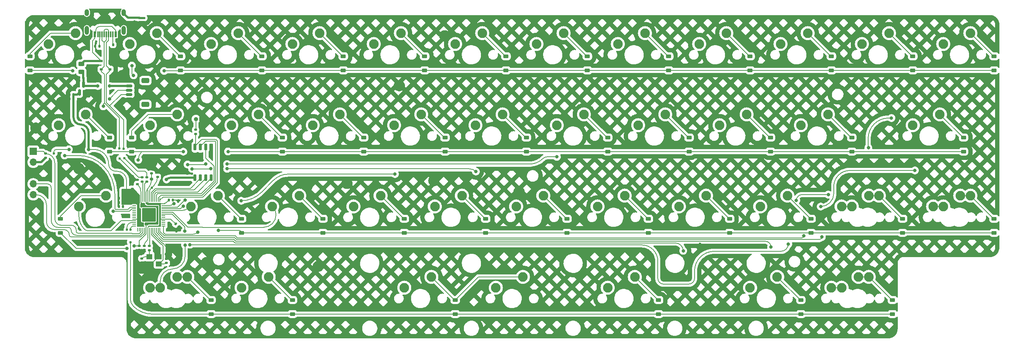
<source format=gbr>
%TF.GenerationSoftware,KiCad,Pcbnew,(7.0.0-0)*%
%TF.CreationDate,2023-04-18T09:58:13-04:00*%
%TF.ProjectId,pi0ii040,70693069-6930-4343-902e-6b696361645f,rev?*%
%TF.SameCoordinates,Original*%
%TF.FileFunction,Copper,L2,Bot*%
%TF.FilePolarity,Positive*%
%FSLAX46Y46*%
G04 Gerber Fmt 4.6, Leading zero omitted, Abs format (unit mm)*
G04 Created by KiCad (PCBNEW (7.0.0-0)) date 2023-04-18 09:58:13*
%MOMM*%
%LPD*%
G01*
G04 APERTURE LIST*
G04 Aperture macros list*
%AMRoundRect*
0 Rectangle with rounded corners*
0 $1 Rounding radius*
0 $2 $3 $4 $5 $6 $7 $8 $9 X,Y pos of 4 corners*
0 Add a 4 corners polygon primitive as box body*
4,1,4,$2,$3,$4,$5,$6,$7,$8,$9,$2,$3,0*
0 Add four circle primitives for the rounded corners*
1,1,$1+$1,$2,$3*
1,1,$1+$1,$4,$5*
1,1,$1+$1,$6,$7*
1,1,$1+$1,$8,$9*
0 Add four rect primitives between the rounded corners*
20,1,$1+$1,$2,$3,$4,$5,0*
20,1,$1+$1,$4,$5,$6,$7,0*
20,1,$1+$1,$6,$7,$8,$9,0*
20,1,$1+$1,$8,$9,$2,$3,0*%
G04 Aperture macros list end*
%TA.AperFunction,ComponentPad*%
%ADD10C,2.250000*%
%TD*%
%TA.AperFunction,SMDPad,CuDef*%
%ADD11RoundRect,0.225000X0.375000X-0.225000X0.375000X0.225000X-0.375000X0.225000X-0.375000X-0.225000X0*%
%TD*%
%TA.AperFunction,ComponentPad*%
%ADD12R,1.700000X1.700000*%
%TD*%
%TA.AperFunction,ComponentPad*%
%ADD13O,1.700000X1.700000*%
%TD*%
%TA.AperFunction,SMDPad,CuDef*%
%ADD14RoundRect,0.140000X0.170000X-0.140000X0.170000X0.140000X-0.170000X0.140000X-0.170000X-0.140000X0*%
%TD*%
%TA.AperFunction,SMDPad,CuDef*%
%ADD15RoundRect,0.135000X-0.185000X0.135000X-0.185000X-0.135000X0.185000X-0.135000X0.185000X0.135000X0*%
%TD*%
%TA.AperFunction,SMDPad,CuDef*%
%ADD16RoundRect,0.150000X0.150000X-0.587500X0.150000X0.587500X-0.150000X0.587500X-0.150000X-0.587500X0*%
%TD*%
%TA.AperFunction,SMDPad,CuDef*%
%ADD17RoundRect,0.140000X0.140000X0.170000X-0.140000X0.170000X-0.140000X-0.170000X0.140000X-0.170000X0*%
%TD*%
%TA.AperFunction,ComponentPad*%
%ADD18R,1.000000X1.000000*%
%TD*%
%TA.AperFunction,ComponentPad*%
%ADD19O,1.000000X1.000000*%
%TD*%
%TA.AperFunction,SMDPad,CuDef*%
%ADD20RoundRect,0.150000X-0.150000X0.650000X-0.150000X-0.650000X0.150000X-0.650000X0.150000X0.650000X0*%
%TD*%
%TA.AperFunction,SMDPad,CuDef*%
%ADD21RoundRect,0.140000X-0.170000X0.140000X-0.170000X-0.140000X0.170000X-0.140000X0.170000X0.140000X0*%
%TD*%
%TA.AperFunction,SMDPad,CuDef*%
%ADD22RoundRect,0.135000X0.135000X0.185000X-0.135000X0.185000X-0.135000X-0.185000X0.135000X-0.185000X0*%
%TD*%
%TA.AperFunction,SMDPad,CuDef*%
%ADD23RoundRect,0.135000X-0.135000X-0.185000X0.135000X-0.185000X0.135000X0.185000X-0.135000X0.185000X0*%
%TD*%
%TA.AperFunction,SMDPad,CuDef*%
%ADD24R,1.400000X1.200000*%
%TD*%
%TA.AperFunction,SMDPad,CuDef*%
%ADD25RoundRect,0.135000X0.185000X-0.135000X0.185000X0.135000X-0.185000X0.135000X-0.185000X-0.135000X0*%
%TD*%
%TA.AperFunction,SMDPad,CuDef*%
%ADD26RoundRect,0.050000X0.387500X0.050000X-0.387500X0.050000X-0.387500X-0.050000X0.387500X-0.050000X0*%
%TD*%
%TA.AperFunction,SMDPad,CuDef*%
%ADD27RoundRect,0.050000X0.050000X0.387500X-0.050000X0.387500X-0.050000X-0.387500X0.050000X-0.387500X0*%
%TD*%
%TA.AperFunction,ComponentPad*%
%ADD28C,0.600000*%
%TD*%
%TA.AperFunction,SMDPad,CuDef*%
%ADD29RoundRect,0.144000X1.456000X1.456000X-1.456000X1.456000X-1.456000X-1.456000X1.456000X-1.456000X0*%
%TD*%
%TA.AperFunction,SMDPad,CuDef*%
%ADD30R,0.700000X1.000000*%
%TD*%
%TA.AperFunction,SMDPad,CuDef*%
%ADD31R,0.700000X0.600000*%
%TD*%
%TA.AperFunction,SMDPad,CuDef*%
%ADD32RoundRect,0.140000X-0.219203X-0.021213X-0.021213X-0.219203X0.219203X0.021213X0.021213X0.219203X0*%
%TD*%
%TA.AperFunction,SMDPad,CuDef*%
%ADD33RoundRect,0.150000X-0.625000X0.150000X-0.625000X-0.150000X0.625000X-0.150000X0.625000X0.150000X0*%
%TD*%
%TA.AperFunction,SMDPad,CuDef*%
%ADD34RoundRect,0.250000X-0.650000X0.350000X-0.650000X-0.350000X0.650000X-0.350000X0.650000X0.350000X0*%
%TD*%
%TA.AperFunction,SMDPad,CuDef*%
%ADD35R,0.600000X1.450000*%
%TD*%
%TA.AperFunction,SMDPad,CuDef*%
%ADD36R,0.300000X1.450000*%
%TD*%
%TA.AperFunction,ComponentPad*%
%ADD37O,1.000000X1.600000*%
%TD*%
%TA.AperFunction,ComponentPad*%
%ADD38O,1.000000X2.100000*%
%TD*%
%TA.AperFunction,SMDPad,CuDef*%
%ADD39RoundRect,0.243750X-0.456250X0.243750X-0.456250X-0.243750X0.456250X-0.243750X0.456250X0.243750X0*%
%TD*%
%TA.AperFunction,SMDPad,CuDef*%
%ADD40RoundRect,0.140000X-0.140000X-0.170000X0.140000X-0.170000X0.140000X0.170000X-0.140000X0.170000X0*%
%TD*%
%TA.AperFunction,ViaPad*%
%ADD41C,0.600000*%
%TD*%
%TA.AperFunction,ViaPad*%
%ADD42C,0.800000*%
%TD*%
%TA.AperFunction,Conductor*%
%ADD43C,0.200000*%
%TD*%
%TA.AperFunction,Conductor*%
%ADD44C,0.500000*%
%TD*%
G04 APERTURE END LIST*
D10*
%TO.P,MX40,1,COL*%
%TO.N,col8*%
X217397500Y-119490625D03*
%TO.P,MX40,2,ROW*%
%TO.N,Net-(D40-A)*%
X223747500Y-116950625D03*
%TD*%
%TO.P,MX27,1,COL*%
%TO.N,col3*%
X105478750Y-100440625D03*
%TO.P,MX27,2,ROW*%
%TO.N,Net-(D27-A)*%
X111828750Y-97900625D03*
%TD*%
%TO.P,MX35,1,COL*%
%TO.N,col3*%
X60235000Y-119490625D03*
%TO.P,MX35,2,ROW*%
%TO.N,Net-(D35-A)*%
X66585000Y-116950625D03*
%TD*%
%TO.P,MX38,1,COL*%
%TO.N,col6*%
X165010000Y-119490625D03*
%TO.P,MX38,2,ROW*%
%TO.N,Net-(D38-A)*%
X171360000Y-116950625D03*
%TD*%
%TO.P,MX39,1,COL*%
%TO.N,col7*%
X198347500Y-119490625D03*
%TO.P,MX39,2,ROW*%
%TO.N,Net-(D39-A)*%
X204697500Y-116950625D03*
%TD*%
%TO.P,MX18,1,COL*%
%TO.N,col5*%
X134053750Y-81390625D03*
%TO.P,MX18,2,ROW*%
%TO.N,Net-(D18-A)*%
X140403750Y-78850625D03*
%TD*%
%TO.P,MX15,1,COL*%
%TO.N,col2*%
X76903750Y-81390625D03*
%TO.P,MX15,2,ROW*%
%TO.N,Net-(D15-A)*%
X83253750Y-78850625D03*
%TD*%
%TO.P,MX23,1,COL*%
%TO.N,col10*%
X236447500Y-81390625D03*
%TO.P,MX23,2,ROW*%
%TO.N,Net-(D23-A)*%
X242797500Y-78850625D03*
%TD*%
%TO.P,MX35,1,COL*%
%TO.N,col3*%
X57853750Y-119490625D03*
%TO.P,MX35,2,ROW*%
%TO.N,Net-(D35-A)*%
X64203750Y-116950625D03*
%TD*%
%TO.P,MX2,1,COL*%
%TO.N,col1*%
X53091250Y-62340625D03*
%TO.P,MX2,2,ROW*%
%TO.N,Net-(D2-A)*%
X59441250Y-59800625D03*
%TD*%
%TO.P,MX9,1,COL*%
%TO.N,col8*%
X186441250Y-62340625D03*
%TO.P,MX9,2,ROW*%
%TO.N,Net-(D9-A)*%
X192791250Y-59800625D03*
%TD*%
%TO.P,MX33,1,COL*%
%TO.N,col9*%
X222160000Y-100440625D03*
%TO.P,MX33,2,ROW*%
%TO.N,Net-(D33-A)*%
X228510000Y-97900625D03*
%TD*%
%TO.P,MX19,1,COL*%
%TO.N,col6*%
X153103750Y-81390625D03*
%TO.P,MX19,2,ROW*%
%TO.N,Net-(D19-A)*%
X159453750Y-78850625D03*
%TD*%
%TO.P,MX29,1,COL*%
%TO.N,col5*%
X143578750Y-100440625D03*
%TO.P,MX29,2,ROW*%
%TO.N,Net-(D29-A)*%
X149928750Y-97900625D03*
%TD*%
%TO.P,MX7,1,COL*%
%TO.N,col6*%
X148341250Y-62340625D03*
%TO.P,MX7,2,ROW*%
%TO.N,Net-(D7-A)*%
X154691250Y-59800625D03*
%TD*%
%TO.P,MX36,1,COL*%
%TO.N,col4*%
X79285000Y-119490625D03*
%TO.P,MX36,2,ROW*%
%TO.N,Net-(D36-A)*%
X85635000Y-116950625D03*
%TD*%
%TO.P,MX12,1,COL*%
%TO.N,col11*%
X243591250Y-62340625D03*
%TO.P,MX12,2,ROW*%
%TO.N,Net-(D12-A)*%
X249941250Y-59800625D03*
%TD*%
%TO.P,MX16,1,COL*%
%TO.N,col3*%
X95953750Y-81390625D03*
%TO.P,MX16,2,ROW*%
%TO.N,Net-(D16-A)*%
X102303750Y-78850625D03*
%TD*%
%TO.P,MX34,1,COL*%
%TO.N,col10*%
X241210000Y-100440625D03*
%TO.P,MX34,2,ROW*%
%TO.N,Net-(D34-A)*%
X247560000Y-97900625D03*
%TD*%
%TO.P,MX21,1,COL*%
%TO.N,col8*%
X191203750Y-81390625D03*
%TO.P,MX21,2,ROW*%
%TO.N,Net-(D21-A)*%
X197553750Y-78850625D03*
%TD*%
%TO.P,MX4,1,COL*%
%TO.N,col3*%
X91191250Y-62340625D03*
%TO.P,MX4,2,ROW*%
%TO.N,Net-(D4-A)*%
X97541250Y-59800625D03*
%TD*%
%TO.P,MX34,1,COL*%
%TO.N,col10*%
X243591250Y-100440625D03*
%TO.P,MX34,2,ROW*%
%TO.N,Net-(D34-A)*%
X249941250Y-97900625D03*
%TD*%
%TO.P,MX17,1,COL*%
%TO.N,col4*%
X115003750Y-81390625D03*
%TO.P,MX17,2,ROW*%
%TO.N,Net-(D17-A)*%
X121353750Y-78850625D03*
%TD*%
%TO.P,MX13,1,COL*%
%TO.N,col0*%
X36422500Y-81390625D03*
%TO.P,MX13,2,ROW*%
%TO.N,Net-(D13-A)*%
X42772500Y-78850625D03*
%TD*%
%TO.P,MX20,1,COL*%
%TO.N,col7*%
X172153750Y-81390625D03*
%TO.P,MX20,2,ROW*%
%TO.N,Net-(D20-A)*%
X178503750Y-78850625D03*
%TD*%
%TO.P,MX28,1,COL*%
%TO.N,col4*%
X124528750Y-100440625D03*
%TO.P,MX28,2,ROW*%
%TO.N,Net-(D28-A)*%
X130878750Y-97900625D03*
%TD*%
%TO.P,MX25,1,COL*%
%TO.N,col1*%
X67378750Y-100440625D03*
%TO.P,MX25,2,ROW*%
%TO.N,Net-(D25-A)*%
X73728750Y-97900625D03*
%TD*%
%TO.P,MX37,1,COL*%
%TO.N,col5*%
X138816250Y-119490625D03*
%TO.P,MX37,2,ROW*%
%TO.N,Net-(D37-A)*%
X145166250Y-116950625D03*
%TD*%
%TO.P,MX6,1,COL*%
%TO.N,col5*%
X129291250Y-62340625D03*
%TO.P,MX6,2,ROW*%
%TO.N,Net-(D6-A)*%
X135641250Y-59800625D03*
%TD*%
%TO.P,MX30,1,COL*%
%TO.N,col6*%
X162628750Y-100440625D03*
%TO.P,MX30,2,ROW*%
%TO.N,Net-(D30-A)*%
X168978750Y-97900625D03*
%TD*%
%TO.P,MX40,1,COL*%
%TO.N,col8*%
X219778750Y-119490625D03*
%TO.P,MX40,2,ROW*%
%TO.N,Net-(D40-A)*%
X226128750Y-116950625D03*
%TD*%
%TO.P,MX3,1,COL*%
%TO.N,col2*%
X72141250Y-62340625D03*
%TO.P,MX3,2,ROW*%
%TO.N,Net-(D3-A)*%
X78491250Y-59800625D03*
%TD*%
%TO.P,MX10,1,COL*%
%TO.N,col9*%
X205491250Y-62340625D03*
%TO.P,MX10,2,ROW*%
%TO.N,Net-(D10-A)*%
X211841250Y-59800625D03*
%TD*%
%TO.P,MX24,1,COL*%
%TO.N,col0*%
X41185000Y-100440625D03*
%TO.P,MX24,2,ROW*%
%TO.N,Net-(D24-A)*%
X47535000Y-97900625D03*
%TD*%
%TO.P,MX32,1,COL*%
%TO.N,col8*%
X200728750Y-100440625D03*
%TO.P,MX32,2,ROW*%
%TO.N,Net-(D32-A)*%
X207078750Y-97900625D03*
%TD*%
%TO.P,MX1,1,COL*%
%TO.N,col0*%
X34041250Y-62340625D03*
%TO.P,MX1,2,ROW*%
%TO.N,Net-(D1-A)*%
X40391250Y-59800625D03*
%TD*%
%TO.P,MX8,1,COL*%
%TO.N,col7*%
X167391250Y-62340625D03*
%TO.P,MX8,2,ROW*%
%TO.N,Net-(D8-A)*%
X173741250Y-59800625D03*
%TD*%
%TO.P,MX33,1,COL*%
%TO.N,col9*%
X219778750Y-100440625D03*
%TO.P,MX33,2,ROW*%
%TO.N,Net-(D33-A)*%
X226128750Y-97900625D03*
%TD*%
%TO.P,MX26,1,COL*%
%TO.N,col2*%
X86428750Y-100440625D03*
%TO.P,MX26,2,ROW*%
%TO.N,Net-(D26-A)*%
X92778750Y-97900625D03*
%TD*%
%TO.P,MX22,1,COL*%
%TO.N,col9*%
X210253750Y-81390625D03*
%TO.P,MX22,2,ROW*%
%TO.N,Net-(D22-A)*%
X216603750Y-78850625D03*
%TD*%
%TO.P,MX37,1,COL*%
%TO.N,col5*%
X117385000Y-119490625D03*
%TO.P,MX37,2,ROW*%
%TO.N,Net-(D37-A)*%
X123735000Y-116950625D03*
%TD*%
%TO.P,MX31,1,COL*%
%TO.N,col7*%
X181678750Y-100440625D03*
%TO.P,MX31,2,ROW*%
%TO.N,Net-(D31-A)*%
X188028750Y-97900625D03*
%TD*%
%TO.P,MX14,1,COL*%
%TO.N,col1*%
X57853750Y-81390625D03*
%TO.P,MX14,2,ROW*%
%TO.N,Net-(D14-A)*%
X64203750Y-78850625D03*
%TD*%
%TO.P,MX11,1,COL*%
%TO.N,col10*%
X224541250Y-62340625D03*
%TO.P,MX11,2,ROW*%
%TO.N,Net-(D11-A)*%
X230891250Y-59800625D03*
%TD*%
%TO.P,MX5,1,COL*%
%TO.N,col4*%
X110241250Y-62340625D03*
%TO.P,MX5,2,ROW*%
%TO.N,Net-(D5-A)*%
X116591250Y-59800625D03*
%TD*%
D11*
%TO.P,D30,1,K*%
%TO.N,row2*%
X174538750Y-106630625D03*
%TO.P,D30,2,A*%
%TO.N,Net-(D30-A)*%
X174538750Y-103330625D03*
%TD*%
D12*
%TO.P,J2,1,Pin_1*%
%TO.N,RESET*%
X30499999Y-87524999D03*
D13*
%TO.P,J2,2,Pin_2*%
%TO.N,+3V3*%
X30499999Y-90064999D03*
%TO.P,J2,3,Pin_3*%
%TO.N,GND*%
X30499999Y-92604999D03*
%TO.P,J2,4,Pin_4*%
%TO.N,SWDIO*%
X30499999Y-95144999D03*
%TO.P,J2,5,Pin_5*%
%TO.N,SWCLK*%
X30499999Y-97684999D03*
%TD*%
D11*
%TO.P,D8,1,K*%
%TO.N,row0*%
X179301250Y-68530625D03*
%TO.P,D8,2,A*%
%TO.N,Net-(D8-A)*%
X179301250Y-65230625D03*
%TD*%
%TO.P,D37,1,K*%
%TO.N,row3*%
X129295000Y-125680625D03*
%TO.P,D37,2,A*%
%TO.N,Net-(D37-A)*%
X129295000Y-122380625D03*
%TD*%
D14*
%TO.P,C_3V-Decoup2,1*%
%TO.N,+3V3*%
X53700000Y-96280000D03*
%TO.P,C_3V-Decoup2,2*%
%TO.N,GND*%
X53700000Y-95320000D03*
%TD*%
D11*
%TO.P,D14,1,K*%
%TO.N,row1*%
X53563750Y-87580625D03*
%TO.P,D14,2,A*%
%TO.N,Net-(D14-A)*%
X53563750Y-84280625D03*
%TD*%
%TO.P,D40,1,K*%
%TO.N,row3*%
X231688750Y-125680625D03*
%TO.P,D40,2,A*%
%TO.N,Net-(D40-A)*%
X231688750Y-122380625D03*
%TD*%
D15*
%TO.P,R_Shield1,1*%
%TO.N,GNDREF*%
X55250000Y-56220000D03*
%TO.P,R_Shield1,2*%
%TO.N,GND*%
X55250000Y-57240000D03*
%TD*%
D11*
%TO.P,D28,1,K*%
%TO.N,row2*%
X136438750Y-106630625D03*
%TO.P,D28,2,A*%
%TO.N,Net-(D28-A)*%
X136438750Y-103330625D03*
%TD*%
D16*
%TO.P,U4,1,GND*%
%TO.N,GND*%
X43220000Y-73725000D03*
%TO.P,U4,2,VO*%
%TO.N,+3V3*%
X41320000Y-73725000D03*
%TO.P,U4,3,VI*%
%TO.N,+5V*%
X42270000Y-71850000D03*
%TD*%
D11*
%TO.P,D24,1,K*%
%TO.N,row2*%
X36895000Y-106630625D03*
%TO.P,D24,2,A*%
%TO.N,Net-(D24-A)*%
X36895000Y-103330625D03*
%TD*%
D14*
%TO.P,C_Crystal2,1*%
%TO.N,GND*%
X55900000Y-113600000D03*
%TO.P,C_Crystal2,2*%
%TO.N,Net-(C_Crystal2-Pad2)*%
X55900000Y-112640000D03*
%TD*%
D17*
%TO.P,C_3V-Decoup5,1*%
%TO.N,+3V3*%
X51500000Y-99500000D03*
%TO.P,C_3V-Decoup5,2*%
%TO.N,GND*%
X50540000Y-99500000D03*
%TD*%
D14*
%TO.P,C_1V-Decoup2,1*%
%TO.N,+1V1*%
X59600000Y-93500000D03*
%TO.P,C_1V-Decoup2,2*%
%TO.N,GND*%
X59600000Y-92540000D03*
%TD*%
D11*
%TO.P,D29,1,K*%
%TO.N,row2*%
X155488750Y-106630625D03*
%TO.P,D29,2,A*%
%TO.N,Net-(D29-A)*%
X155488750Y-103330625D03*
%TD*%
%TO.P,D3,1,K*%
%TO.N,row0*%
X84051250Y-68530625D03*
%TO.P,D3,2,A*%
%TO.N,Net-(D3-A)*%
X84051250Y-65230625D03*
%TD*%
%TO.P,D4,1,K*%
%TO.N,row0*%
X103101250Y-68530625D03*
%TO.P,D4,2,A*%
%TO.N,Net-(D4-A)*%
X103101250Y-65230625D03*
%TD*%
%TO.P,D35,1,K*%
%TO.N,row3*%
X72145000Y-125680625D03*
%TO.P,D35,2,A*%
%TO.N,Net-(D35-A)*%
X72145000Y-122380625D03*
%TD*%
%TO.P,D20,1,K*%
%TO.N,row1*%
X184063750Y-87580625D03*
%TO.P,D20,2,A*%
%TO.N,Net-(D20-A)*%
X184063750Y-84280625D03*
%TD*%
%TO.P,D31,1,K*%
%TO.N,row2*%
X193588750Y-106630625D03*
%TO.P,D31,2,A*%
%TO.N,Net-(D31-A)*%
X193588750Y-103330625D03*
%TD*%
D18*
%TO.P,Reset,1,1*%
%TO.N,GND*%
X69849999Y-79949999D03*
D19*
%TO.P,Reset,2,2*%
%TO.N,Net-(R_Flash1-Pad1)*%
X68579999Y-79949999D03*
%TD*%
D20*
%TO.P,U2,1,~{CS}*%
%TO.N,CS*%
X68390000Y-86500000D03*
%TO.P,U2,2,DO(IO1)*%
%TO.N,SD1*%
X69660000Y-86500000D03*
%TO.P,U2,3,IO2*%
%TO.N,SD2*%
X70930000Y-86500000D03*
%TO.P,U2,4,GND*%
%TO.N,GND*%
X72200000Y-86500000D03*
%TO.P,U2,5,DI(IO0)*%
%TO.N,SD0*%
X72200000Y-93700000D03*
%TO.P,U2,6,CLK*%
%TO.N,QSPI_CLK*%
X70930000Y-93700000D03*
%TO.P,U2,7,IO3*%
%TO.N,SD3*%
X69660000Y-93700000D03*
%TO.P,U2,8,VCC*%
%TO.N,+3V3*%
X68390000Y-93700000D03*
%TD*%
D21*
%TO.P,C_3V-Decoup8,1*%
%TO.N,+3V3*%
X56500000Y-109700000D03*
%TO.P,C_3V-Decoup8,2*%
%TO.N,GND*%
X56500000Y-110660000D03*
%TD*%
%TO.P,C_Crystal1,1*%
%TO.N,GND*%
X61700000Y-112720000D03*
%TO.P,C_Crystal1,2*%
%TO.N,XTAL_IN*%
X61700000Y-113680000D03*
%TD*%
D22*
%TO.P,R_USB1,1*%
%TO.N,Net-(USB1-CC1)*%
X46010000Y-62900000D03*
%TO.P,R_USB1,2*%
%TO.N,GND*%
X44990000Y-62900000D03*
%TD*%
D11*
%TO.P,D19,1,K*%
%TO.N,row1*%
X165013750Y-87580625D03*
%TO.P,D19,2,A*%
%TO.N,Net-(D19-A)*%
X165013750Y-84280625D03*
%TD*%
D23*
%TO.P,R_USB2,1*%
%TO.N,Net-(USB1-CC2)*%
X49190000Y-62500000D03*
%TO.P,R_USB2,2*%
%TO.N,GND*%
X50210000Y-62500000D03*
%TD*%
D11*
%TO.P,D39,1,K*%
%TO.N,row3*%
X210257500Y-125680625D03*
%TO.P,D39,2,A*%
%TO.N,Net-(D39-A)*%
X210257500Y-122380625D03*
%TD*%
%TO.P,D17,1,K*%
%TO.N,row1*%
X126913750Y-87580625D03*
%TO.P,D17,2,A*%
%TO.N,Net-(D17-A)*%
X126913750Y-84280625D03*
%TD*%
%TO.P,D10,1,K*%
%TO.N,row0*%
X217401250Y-68530625D03*
%TO.P,D10,2,A*%
%TO.N,Net-(D10-A)*%
X217401250Y-65230625D03*
%TD*%
D24*
%TO.P,Y1,1,1*%
%TO.N,Net-(C_Crystal2-Pad2)*%
X57699999Y-112199999D03*
%TO.P,Y1,2,2*%
%TO.N,GND*%
X59899999Y-112199999D03*
%TO.P,Y1,3,3*%
%TO.N,XTAL_IN*%
X59899999Y-113899999D03*
%TO.P,Y1,4,4*%
%TO.N,GND*%
X57699999Y-113899999D03*
%TD*%
D11*
%TO.P,D2,1,K*%
%TO.N,row0*%
X65001250Y-68530625D03*
%TO.P,D2,2,A*%
%TO.N,Net-(D2-A)*%
X65001250Y-65230625D03*
%TD*%
D25*
%TO.P,R_RST1,1*%
%TO.N,+3V3*%
X33350000Y-89060000D03*
%TO.P,R_RST1,2*%
%TO.N,RESET*%
X33350000Y-88040000D03*
%TD*%
D11*
%TO.P,D36,1,K*%
%TO.N,row3*%
X91195000Y-125680625D03*
%TO.P,D36,2,A*%
%TO.N,Net-(D36-A)*%
X91195000Y-122380625D03*
%TD*%
D17*
%TO.P,C_3V-Decoup1,1*%
%TO.N,+3V3*%
X39930000Y-75270000D03*
%TO.P,C_3V-Decoup1,2*%
%TO.N,GND*%
X38970000Y-75270000D03*
%TD*%
D26*
%TO.P,U1,1,IOVDD*%
%TO.N,+3V3*%
X61000000Y-99800000D03*
%TO.P,U1,2,GPIO0*%
%TO.N,col6*%
X61000000Y-100200000D03*
%TO.P,U1,3,GPIO1*%
%TO.N,col5*%
X61000000Y-100600000D03*
%TO.P,U1,4,GPIO2*%
%TO.N,col4*%
X61000000Y-101000000D03*
%TO.P,U1,5,GPIO3*%
%TO.N,col1*%
X61000000Y-101400000D03*
%TO.P,U1,6,GPIO4*%
%TO.N,col2*%
X61000000Y-101800000D03*
%TO.P,U1,7,GPIO5*%
%TO.N,col3*%
X61000000Y-102200000D03*
%TO.P,U1,8,GPIO6*%
%TO.N,unconnected-(U1-GPIO6-Pad8)*%
X61000000Y-102600000D03*
%TO.P,U1,9,GPIO7*%
%TO.N,unconnected-(U1-GPIO7-Pad9)*%
X61000000Y-103000000D03*
%TO.P,U1,10,IOVDD*%
%TO.N,+3V3*%
X61000000Y-103400000D03*
%TO.P,U1,11,GPIO8*%
%TO.N,unconnected-(U1-GPIO8-Pad11)*%
X61000000Y-103800000D03*
%TO.P,U1,12,GPIO9*%
%TO.N,unconnected-(U1-GPIO9-Pad12)*%
X61000000Y-104200000D03*
%TO.P,U1,13,GPIO10*%
%TO.N,unconnected-(U1-GPIO10-Pad13)*%
X61000000Y-104600000D03*
%TO.P,U1,14,GPIO11*%
%TO.N,col11*%
X61000000Y-105000000D03*
D27*
%TO.P,U1,15,GPIO12*%
%TO.N,col10*%
X60162500Y-105837500D03*
%TO.P,U1,16,GPIO13*%
%TO.N,col9*%
X59762500Y-105837500D03*
%TO.P,U1,17,GPIO14*%
%TO.N,col8*%
X59362500Y-105837500D03*
%TO.P,U1,18,GPIO15*%
%TO.N,col7*%
X58962500Y-105837500D03*
%TO.P,U1,19,TESTEN*%
%TO.N,GND*%
X58562500Y-105837500D03*
%TO.P,U1,20,XTAL_IN*%
%TO.N,XTAL_IN*%
X58162500Y-105837500D03*
%TO.P,U1,21,XTAL_OUT*%
%TO.N,XTAL_OUT*%
X57762500Y-105837500D03*
%TO.P,U1,22,IOVDD*%
%TO.N,+3V3*%
X57362500Y-105837500D03*
%TO.P,U1,23,DVDD*%
%TO.N,+1V1*%
X56962500Y-105837500D03*
%TO.P,U1,24,SWCLK*%
%TO.N,SWCLK*%
X56562500Y-105837500D03*
%TO.P,U1,25,SWDIO*%
%TO.N,SWDIO*%
X56162500Y-105837500D03*
%TO.P,U1,26,~{RUN}*%
%TO.N,RESET*%
X55762500Y-105837500D03*
%TO.P,U1,27,GPIO16*%
%TO.N,unconnected-(U1-GPIO16-Pad27)*%
X55362500Y-105837500D03*
%TO.P,U1,28,GPIO17*%
%TO.N,unconnected-(U1-GPIO17-Pad28)*%
X54962500Y-105837500D03*
D26*
%TO.P,U1,29,GPIO18*%
%TO.N,row3*%
X54125000Y-105000000D03*
%TO.P,U1,30,GPIO19*%
%TO.N,unconnected-(U1-GPIO19-Pad30)*%
X54125000Y-104600000D03*
%TO.P,U1,31,GPIO20*%
%TO.N,row2*%
X54125000Y-104200000D03*
%TO.P,U1,32,GPIO21*%
%TO.N,col0*%
X54125000Y-103800000D03*
%TO.P,U1,33,IOVDD*%
%TO.N,+3V3*%
X54125000Y-103400000D03*
%TO.P,U1,34,GPIO22*%
%TO.N,unconnected-(U1-GPIO22-Pad34)*%
X54125000Y-103000000D03*
%TO.P,U1,35,GPIO23*%
%TO.N,unconnected-(U1-GPIO23-Pad35)*%
X54125000Y-102600000D03*
%TO.P,U1,36,GPIO24*%
%TO.N,unconnected-(U1-GPIO24-Pad36)*%
X54125000Y-102200000D03*
%TO.P,U1,37,GPIO25*%
%TO.N,unconnected-(U1-GPIO25-Pad37)*%
X54125000Y-101800000D03*
%TO.P,U1,38,GPIO26/ADC0*%
%TO.N,unconnected-(U1-GPIO26{slash}ADC0-Pad38)*%
X54125000Y-101400000D03*
%TO.P,U1,39,GPIO27/ADC1*%
%TO.N,row1*%
X54125000Y-101000000D03*
%TO.P,U1,40,GPIO28/ADC2*%
%TO.N,row0*%
X54125000Y-100600000D03*
%TO.P,U1,41,GPIO29/ADC3*%
%TO.N,unconnected-(U1-GPIO29{slash}ADC3-Pad41)*%
X54125000Y-100200000D03*
%TO.P,U1,42,IOVDD*%
%TO.N,+3V3*%
X54125000Y-99800000D03*
D27*
%TO.P,U1,43,ADC_AVDD*%
X54962500Y-98962500D03*
%TO.P,U1,44,VREG_VIN*%
X55362500Y-98962500D03*
%TO.P,U1,45,VREG_VOUT*%
%TO.N,+1V1*%
X55762500Y-98962500D03*
%TO.P,U1,46,D-*%
%TO.N,Net-(U1-D-)*%
X56162500Y-98962500D03*
%TO.P,U1,47,D+*%
%TO.N,Net-(U1-D+)*%
X56562500Y-98962500D03*
%TO.P,U1,48,USB_VDD*%
%TO.N,+3V3*%
X56962500Y-98962500D03*
%TO.P,U1,49,IOVDD*%
X57362500Y-98962500D03*
%TO.P,U1,50,DVDD*%
%TO.N,+1V1*%
X57762500Y-98962500D03*
%TO.P,U1,51,QSPI_SD3*%
%TO.N,SD3*%
X58162500Y-98962500D03*
%TO.P,U1,52,QSPI_SCLK*%
%TO.N,QSPI_CLK*%
X58562500Y-98962500D03*
%TO.P,U1,53,QSPI_SD0*%
%TO.N,SD0*%
X58962500Y-98962500D03*
%TO.P,U1,54,QSPI_SD2*%
%TO.N,SD2*%
X59362500Y-98962500D03*
%TO.P,U1,55,QSPI_SD1*%
%TO.N,SD1*%
X59762500Y-98962500D03*
%TO.P,U1,56,QSPI_SS_N*%
%TO.N,CS*%
X60162500Y-98962500D03*
D28*
%TO.P,U1,57,GND*%
%TO.N,GND*%
X58837500Y-103675000D03*
X58837500Y-102400000D03*
X58837500Y-101125000D03*
X57562500Y-103675000D03*
X57562500Y-102400000D03*
D29*
X57562500Y-102400000D03*
D28*
X57562500Y-101125000D03*
X56287500Y-103675000D03*
X56287500Y-102400000D03*
X56287500Y-101125000D03*
%TD*%
D30*
%TO.P,U3,1,GND*%
%TO.N,GND*%
X48449999Y-66549999D03*
D31*
%TO.P,U3,2,IO1*%
%TO.N,D+*%
X48449999Y-68249999D03*
%TO.P,U3,3,IO2*%
%TO.N,D-*%
X46449999Y-68249999D03*
%TO.P,U3,4,VCC*%
%TO.N,VCC*%
X46449999Y-66349999D03*
%TD*%
D25*
%TO.P,R_Crystal1,1*%
%TO.N,Net-(C_Crystal2-Pad2)*%
X57700000Y-110700000D03*
%TO.P,R_Crystal1,2*%
%TO.N,XTAL_OUT*%
X57700000Y-109680000D03*
%TD*%
D21*
%TO.P,C_1V-Decoup3,1*%
%TO.N,+1V1*%
X55300000Y-109700000D03*
%TO.P,C_1V-Decoup3,2*%
%TO.N,GND*%
X55300000Y-110660000D03*
%TD*%
D15*
%TO.P,R_DATA1,1*%
%TO.N,D+*%
X57100000Y-93580000D03*
%TO.P,R_DATA1,2*%
%TO.N,Net-(U1-D+)*%
X57100000Y-94600000D03*
%TD*%
D17*
%TO.P,C_3V-Decoup7,1*%
%TO.N,+3V3*%
X51500000Y-98500000D03*
%TO.P,C_3V-Decoup7,2*%
%TO.N,GND*%
X50540000Y-98500000D03*
%TD*%
D11*
%TO.P,D1,1,K*%
%TO.N,row0*%
X29751250Y-68530625D03*
%TO.P,D1,2,A*%
%TO.N,Net-(D1-A)*%
X29751250Y-65230625D03*
%TD*%
%TO.P,D13,1,K*%
%TO.N,row1*%
X48332500Y-87580625D03*
%TO.P,D13,2,A*%
%TO.N,Net-(D13-A)*%
X48332500Y-84280625D03*
%TD*%
D14*
%TO.P,C_Shield1,1*%
%TO.N,GND*%
X56400000Y-57200000D03*
%TO.P,C_Shield1,2*%
%TO.N,GNDREF*%
X56400000Y-56240000D03*
%TD*%
D11*
%TO.P,D5,1,K*%
%TO.N,row0*%
X122151250Y-68530625D03*
%TO.P,D5,2,A*%
%TO.N,Net-(D5-A)*%
X122151250Y-65230625D03*
%TD*%
%TO.P,D18,1,K*%
%TO.N,row1*%
X145963750Y-87580625D03*
%TO.P,D18,2,A*%
%TO.N,Net-(D18-A)*%
X145963750Y-84280625D03*
%TD*%
%TO.P,D22,1,K*%
%TO.N,row1*%
X222163750Y-87580625D03*
%TO.P,D22,2,A*%
%TO.N,Net-(D22-A)*%
X222163750Y-84280625D03*
%TD*%
%TO.P,D12,1,K*%
%TO.N,row0*%
X255501250Y-68530625D03*
%TO.P,D12,2,A*%
%TO.N,Net-(D12-A)*%
X255501250Y-65230625D03*
%TD*%
D32*
%TO.P,C_3V-Decoup9,1*%
%TO.N,+3V3*%
X63860589Y-104560589D03*
%TO.P,C_3V-Decoup9,2*%
%TO.N,GND*%
X64539411Y-105239411D03*
%TD*%
D11*
%TO.P,D7,1,K*%
%TO.N,row0*%
X160251250Y-68530625D03*
%TO.P,D7,2,A*%
%TO.N,Net-(D7-A)*%
X160251250Y-65230625D03*
%TD*%
D33*
%TO.P,J1,1,Pin_1*%
%TO.N,+5V*%
X52900000Y-72200000D03*
%TO.P,J1,2,Pin_2*%
%TO.N,D-*%
X52900000Y-73200000D03*
%TO.P,J1,3,Pin_3*%
%TO.N,D+*%
X52900000Y-74200000D03*
%TO.P,J1,4,Pin_4*%
%TO.N,GND*%
X52900000Y-75200000D03*
D34*
%TO.P,J1,MP*%
%TO.N,N/C*%
X56775000Y-70900000D03*
X56775000Y-76500000D03*
%TD*%
D11*
%TO.P,D34,1,K*%
%TO.N,row2*%
X255501250Y-106630625D03*
%TO.P,D34,2,A*%
%TO.N,Net-(D34-A)*%
X255501250Y-103330625D03*
%TD*%
D14*
%TO.P,C_1V-Decoup1,1*%
%TO.N,+1V1*%
X54900000Y-95180000D03*
%TO.P,C_1V-Decoup1,2*%
%TO.N,GND*%
X54900000Y-94220000D03*
%TD*%
D15*
%TO.P,R_Flash1,1*%
%TO.N,Net-(R_Flash1-Pad1)*%
X68500000Y-82450000D03*
%TO.P,R_Flash1,2*%
%TO.N,CS*%
X68500000Y-83470000D03*
%TD*%
D11*
%TO.P,D9,1,K*%
%TO.N,row0*%
X198351250Y-68530625D03*
%TO.P,D9,2,A*%
%TO.N,Net-(D9-A)*%
X198351250Y-65230625D03*
%TD*%
D17*
%TO.P,C_3V-Decoup4,1*%
%TO.N,+3V3*%
X51500000Y-100500000D03*
%TO.P,C_3V-Decoup4,2*%
%TO.N,GND*%
X50540000Y-100500000D03*
%TD*%
D11*
%TO.P,D6,1,K*%
%TO.N,row0*%
X141201250Y-68530625D03*
%TO.P,D6,2,A*%
%TO.N,Net-(D6-A)*%
X141201250Y-65230625D03*
%TD*%
%TO.P,D11,1,K*%
%TO.N,row0*%
X236451250Y-68530625D03*
%TO.P,D11,2,A*%
%TO.N,Net-(D11-A)*%
X236451250Y-65230625D03*
%TD*%
D14*
%TO.P,C_Flash1,1*%
%TO.N,+3V3*%
X66600000Y-93700000D03*
%TO.P,C_Flash1,2*%
%TO.N,GND*%
X66600000Y-92740000D03*
%TD*%
D11*
%TO.P,D25,1,K*%
%TO.N,row2*%
X79288750Y-106630625D03*
%TO.P,D25,2,A*%
%TO.N,Net-(D25-A)*%
X79288750Y-103330625D03*
%TD*%
D35*
%TO.P,USB1,1,GND*%
%TO.N,GND*%
X44151249Y-60078724D03*
%TO.P,USB1,2,VBUS*%
%TO.N,VCC*%
X44926249Y-60078724D03*
D36*
%TO.P,USB1,3,SBU2*%
%TO.N,unconnected-(USB1-SBU2-Pad3)*%
X45626249Y-60078724D03*
%TO.P,USB1,4,CC1*%
%TO.N,Net-(USB1-CC1)*%
X46126249Y-60078724D03*
%TO.P,USB1,5,DN2*%
%TO.N,D-*%
X46626249Y-60078724D03*
%TO.P,USB1,6,DP1*%
%TO.N,D+*%
X47126249Y-60078724D03*
%TO.P,USB1,7,DN1*%
%TO.N,D-*%
X47626249Y-60078724D03*
%TO.P,USB1,8,DP2*%
%TO.N,D+*%
X48126249Y-60078724D03*
%TO.P,USB1,9,SBU1*%
%TO.N,unconnected-(USB1-SBU1-Pad9)*%
X48626249Y-60078724D03*
%TO.P,USB1,10,CC2*%
%TO.N,Net-(USB1-CC2)*%
X49126249Y-60078724D03*
D35*
%TO.P,USB1,11,VBUS*%
%TO.N,VCC*%
X49826249Y-60078724D03*
%TO.P,USB1,12,GND*%
%TO.N,GND*%
X50601249Y-60078724D03*
D37*
%TO.P,USB1,13,SHIELD*%
%TO.N,GNDREF*%
X43056249Y-54983724D03*
D38*
X43056249Y-59163724D03*
D37*
X51696249Y-54983724D03*
D38*
X51696249Y-59163724D03*
%TD*%
D11*
%TO.P,D16,1,K*%
%TO.N,row1*%
X107863750Y-87580625D03*
%TO.P,D16,2,A*%
%TO.N,Net-(D16-A)*%
X107863750Y-84280625D03*
%TD*%
%TO.P,D15,1,K*%
%TO.N,row1*%
X88813750Y-87580625D03*
%TO.P,D15,2,A*%
%TO.N,Net-(D15-A)*%
X88813750Y-84280625D03*
%TD*%
D14*
%TO.P,C_3V-Decoup3,1*%
%TO.N,+3V3*%
X58200000Y-92700000D03*
%TO.P,C_3V-Decoup3,2*%
%TO.N,GND*%
X58200000Y-91740000D03*
%TD*%
D11*
%TO.P,D23,1,K*%
%TO.N,row1*%
X248357500Y-87580625D03*
%TO.P,D23,2,A*%
%TO.N,Net-(D23-A)*%
X248357500Y-84280625D03*
%TD*%
%TO.P,D33,1,K*%
%TO.N,row2*%
X234070000Y-106630625D03*
%TO.P,D33,2,A*%
%TO.N,Net-(D33-A)*%
X234070000Y-103330625D03*
%TD*%
D17*
%TO.P,C_LDO1,1*%
%TO.N,+5V*%
X42200000Y-70200000D03*
%TO.P,C_LDO1,2*%
%TO.N,GND*%
X41240000Y-70200000D03*
%TD*%
%TO.P,C_LDO2,1*%
%TO.N,+3V3*%
X39900000Y-74170000D03*
%TO.P,C_LDO2,2*%
%TO.N,GND*%
X38940000Y-74170000D03*
%TD*%
D39*
%TO.P,F1,1*%
%TO.N,VCC*%
X41750000Y-67012500D03*
%TO.P,F1,2*%
%TO.N,+5V*%
X41750000Y-68887500D03*
%TD*%
D11*
%TO.P,D26,1,K*%
%TO.N,row2*%
X98338750Y-106630625D03*
%TO.P,D26,2,A*%
%TO.N,Net-(D26-A)*%
X98338750Y-103330625D03*
%TD*%
%TO.P,D27,1,K*%
%TO.N,row2*%
X117388750Y-106630625D03*
%TO.P,D27,2,A*%
%TO.N,Net-(D27-A)*%
X117388750Y-103330625D03*
%TD*%
D15*
%TO.P,R_DATA2,1*%
%TO.N,D-*%
X56000000Y-93580000D03*
%TO.P,R_DATA2,2*%
%TO.N,Net-(U1-D-)*%
X56000000Y-94600000D03*
%TD*%
D11*
%TO.P,D21,1,K*%
%TO.N,row1*%
X203113750Y-87580625D03*
%TO.P,D21,2,A*%
%TO.N,Net-(D21-A)*%
X203113750Y-84280625D03*
%TD*%
%TO.P,D32,1,K*%
%TO.N,row2*%
X212638750Y-106630625D03*
%TO.P,D32,2,A*%
%TO.N,Net-(D32-A)*%
X212638750Y-103330625D03*
%TD*%
%TO.P,D38,1,K*%
%TO.N,row3*%
X176920000Y-125680625D03*
%TO.P,D38,2,A*%
%TO.N,Net-(D38-A)*%
X176920000Y-122380625D03*
%TD*%
D40*
%TO.P,C_3V-Decoup6,1*%
%TO.N,+3V3*%
X62220000Y-98900000D03*
%TO.P,C_3V-Decoup6,2*%
%TO.N,GND*%
X63180000Y-98900000D03*
%TD*%
D41*
%TO.N,+1V1*%
X56350000Y-100250000D03*
X58250000Y-96050000D03*
D42*
X54150000Y-109700000D03*
D41*
X56962500Y-104637500D03*
%TO.N,GND*%
X186600000Y-109200000D03*
X51350000Y-69750000D03*
X58200000Y-61800000D03*
X64500000Y-99000000D03*
X41200000Y-91550000D03*
X31100000Y-82050000D03*
X126850000Y-60400000D03*
X142100000Y-85800000D03*
X84750000Y-73150000D03*
X48050000Y-100150000D03*
X45250000Y-69950000D03*
X47376250Y-56546225D03*
X51000000Y-66550000D03*
D42*
X54200000Y-57200000D03*
D41*
X51300000Y-105550000D03*
X43450000Y-61450000D03*
X44350000Y-81800000D03*
X71050000Y-113600000D03*
X182250000Y-117200000D03*
X67750000Y-120650000D03*
X50700000Y-94650000D03*
X33350000Y-96900000D03*
X72050000Y-88750000D03*
X45550000Y-88450000D03*
X47600000Y-80150000D03*
D42*
X61700000Y-111600000D03*
D41*
X83200000Y-93550000D03*
D42*
X55900000Y-114900000D03*
D41*
X94650000Y-95600000D03*
X58300000Y-90000000D03*
X65250000Y-92200000D03*
X85250000Y-89150000D03*
X116221291Y-72146480D03*
X64000000Y-106300000D03*
X124300000Y-94400000D03*
X45795705Y-109143895D03*
X41200000Y-105600000D03*
X103950000Y-95050000D03*
D42*
X53700000Y-93400000D03*
D41*
X75050000Y-88950000D03*
X37100000Y-76000000D03*
X95150000Y-76550000D03*
X48916455Y-73299651D03*
X68450000Y-103600000D03*
X76150000Y-96750000D03*
X144250000Y-97000000D03*
X75300000Y-85850000D03*
X62900000Y-72650000D03*
X97250000Y-114450000D03*
X45250000Y-61750000D03*
X50800000Y-77800000D03*
X52600000Y-102750000D03*
X82150000Y-102750000D03*
X67672234Y-92734575D03*
%TO.N,+3V3*%
X35350000Y-88000000D03*
D42*
X43500000Y-87071254D03*
X38850000Y-87050000D03*
D41*
X53400000Y-98000000D03*
D42*
X58200000Y-93985787D03*
X61700000Y-94100000D03*
%TO.N,+5V*%
X45600000Y-72200000D03*
X48400000Y-72200000D03*
%TO.N,row0*%
X37850000Y-88500000D03*
X39750000Y-68600000D03*
X61150000Y-68650000D03*
%TO.N,row1*%
X76100000Y-87550000D03*
X49200756Y-101590000D03*
X65650000Y-87600000D03*
X55100000Y-89500000D03*
D41*
%TO.N,row2*%
X52450000Y-105850000D03*
D42*
X73850000Y-106028025D03*
X52450000Y-110300000D03*
D41*
%TO.N,row3*%
X53250000Y-105850000D03*
X53250000Y-108800000D03*
%TO.N,D-*%
X50650000Y-86850000D03*
D42*
X48349500Y-75200000D03*
X46900000Y-76950000D03*
D41*
X50750000Y-89200000D03*
%TO.N,D+*%
X51850000Y-89150000D03*
X51700000Y-86881125D03*
D42*
%TO.N,col1*%
X54000000Y-69700000D03*
X53600000Y-67400000D03*
%TO.N,col3*%
X66050000Y-109500000D03*
X66000000Y-106250500D03*
%TO.N,col4*%
X65656755Y-100347665D03*
X115202240Y-92850000D03*
X79200000Y-99100000D03*
%TO.N,col5*%
X66100000Y-98930872D03*
X134147682Y-92250000D03*
X75900000Y-91600000D03*
X72100500Y-91600000D03*
X67700000Y-91650000D03*
%TO.N,col6*%
X66650000Y-90600000D03*
X63400559Y-99805099D03*
X75900000Y-90500000D03*
X153103750Y-88800000D03*
X70900000Y-90500000D03*
%TO.N,col7*%
X182700000Y-110850000D03*
%TO.N,col8*%
X203250000Y-109950000D03*
%TO.N,col9*%
X215150000Y-107600000D03*
%TO.N,col10*%
X236950000Y-92000000D03*
X214900000Y-100450000D03*
X210950000Y-107330125D03*
%TO.N,col11*%
X69000000Y-106500000D03*
X226050000Y-86650000D03*
X207300000Y-109250000D03*
X216650000Y-97650000D03*
X209183684Y-99016316D03*
X231450000Y-79700000D03*
X67200000Y-109400000D03*
%TD*%
D43*
%TO.N,+1V1*%
X55300000Y-108529530D02*
X55300000Y-109700000D01*
X58751472Y-95548528D02*
X58300000Y-96000000D01*
X57762500Y-98962500D02*
X57762500Y-96731954D01*
X56962500Y-105837500D02*
X56962500Y-104637500D01*
X58250000Y-96050000D02*
X57900000Y-96400000D01*
X56962500Y-106867032D02*
X55300000Y-108529530D01*
X58300000Y-96000000D02*
X58300000Y-96050000D01*
X56962500Y-105837500D02*
X56962500Y-106867032D01*
X55762500Y-98962500D02*
X55762500Y-99662500D01*
X55300000Y-109700000D02*
X54150000Y-109700000D01*
X55762500Y-97262259D02*
X55762500Y-98962500D01*
X58300000Y-96050000D02*
X58250000Y-96050000D01*
X55762500Y-99662500D02*
G75*
G03*
X55900000Y-99800000I137500J0D01*
G01*
X55762516Y-97262259D02*
G75*
G03*
X54899999Y-95180001I-2944816J-41D01*
G01*
X58751481Y-95548537D02*
G75*
G03*
X59600000Y-93500000I-2048581J2048537D01*
G01*
X57900013Y-96400013D02*
G75*
G03*
X57762500Y-96731954I331987J-331987D01*
G01*
%TO.N,GND*%
X38970000Y-75270000D02*
X37830000Y-75270000D01*
X59800000Y-112200000D02*
X58100000Y-113900000D01*
X50210000Y-62500000D02*
X50601250Y-62108750D01*
D44*
X55290000Y-57200000D02*
X55250000Y-57240000D01*
D43*
X44990000Y-62900000D02*
X44990000Y-62010000D01*
D44*
X59224264Y-92164264D02*
X59600000Y-92540000D01*
D43*
X60787624Y-108987624D02*
X61700000Y-109900001D01*
X59900000Y-112200000D02*
X59800000Y-112200000D01*
X61700000Y-109900001D02*
X61700000Y-111600000D01*
D44*
X53700000Y-94200000D02*
X53700000Y-93400000D01*
X55900000Y-113600000D02*
X56975736Y-113600000D01*
D43*
X50601250Y-62108750D02*
X50601250Y-60078725D01*
X58562500Y-105837500D02*
X58562500Y-106925244D01*
D44*
X55250000Y-57240000D02*
X54240000Y-57240000D01*
D43*
X50210000Y-62500000D02*
X50210000Y-64940000D01*
X48600000Y-66550000D02*
X48450000Y-66550000D01*
D44*
X55900000Y-113600000D02*
X55900000Y-114900000D01*
X54900000Y-94220000D02*
X53748284Y-94220000D01*
D43*
X50210000Y-64940000D02*
X48600000Y-66550000D01*
D44*
X54240000Y-57240000D02*
X54200000Y-57200000D01*
D43*
X67672234Y-92734575D02*
X66605425Y-92734575D01*
D44*
X61700000Y-112720000D02*
X61700000Y-111600000D01*
X53700000Y-95320000D02*
X53700000Y-94200000D01*
D43*
X60624882Y-108987624D02*
X60787624Y-108987624D01*
D44*
X56400000Y-57200000D02*
X55290000Y-57200000D01*
D43*
X58100000Y-113900000D02*
X57700000Y-113900000D01*
X58562500Y-106925244D02*
X60624882Y-108987624D01*
X44990000Y-62010000D02*
X45250000Y-61750000D01*
X63180000Y-98900000D02*
X64258579Y-98900000D01*
X64170883Y-106129118D02*
X64000000Y-106300000D01*
X44151250Y-60078725D02*
X44151250Y-60748750D01*
D44*
X57699989Y-113900011D02*
G75*
G03*
X56975736Y-113600000I-724289J-724289D01*
G01*
X59224258Y-92164270D02*
G75*
G03*
X58200000Y-91740000I-1024258J-1024230D01*
G01*
X53700005Y-94199995D02*
G75*
G03*
X53748284Y-94220000I48295J48295D01*
G01*
D43*
X43450000Y-61450050D02*
G75*
G03*
X44151250Y-60748750I0J701250D01*
G01*
X37830000Y-75270000D02*
G75*
G03*
X37100000Y-76000000I0J-730000D01*
G01*
X64170872Y-106129107D02*
G75*
G03*
X64539411Y-105239411I-889672J889707D01*
G01*
X66605425Y-92734600D02*
G75*
G03*
X66600000Y-92740000I-25J-5400D01*
G01*
X64500006Y-98999994D02*
G75*
G03*
X64258579Y-98900000I-241406J-241406D01*
G01*
%TO.N,+3V3*%
X56850000Y-108750000D02*
X57008946Y-108591054D01*
X57362500Y-105837500D02*
X57362500Y-105305025D01*
D44*
X39930000Y-75270000D02*
X39930000Y-79580000D01*
D43*
X61000000Y-99800000D02*
X60400000Y-99800000D01*
X55362500Y-99637500D02*
X55200000Y-99800000D01*
X54125000Y-103400000D02*
X55050000Y-103400000D01*
X54962500Y-99562500D02*
X55200000Y-99800000D01*
X61000000Y-103400000D02*
X62700000Y-103400000D01*
X57567525Y-105100000D02*
X57700000Y-105100000D01*
X52350000Y-94350000D02*
X52350000Y-96900000D01*
X51800000Y-99800000D02*
X51500000Y-99500000D01*
D44*
X40875000Y-74170000D02*
X41320000Y-73725000D01*
D43*
X49850000Y-92200000D02*
X50200000Y-92200000D01*
X53700000Y-96280000D02*
X53958408Y-96538408D01*
X56962500Y-98962500D02*
X56962500Y-96973375D01*
X35350000Y-87600000D02*
X35350000Y-88000000D01*
X56962500Y-98962500D02*
X56962500Y-99562500D01*
X43500000Y-87071254D02*
X44721254Y-87071254D01*
D44*
X66600000Y-93700000D02*
X62665685Y-93700000D01*
X39930000Y-75270000D02*
X39930000Y-74200000D01*
X39930000Y-74200000D02*
X39900000Y-74170000D01*
X32345000Y-90065000D02*
X33350000Y-89060000D01*
X39900000Y-74170000D02*
X40875000Y-74170000D01*
D43*
X57362500Y-98962500D02*
X57362500Y-96792309D01*
D44*
X68390000Y-93700000D02*
X66600000Y-93700000D01*
D43*
X55150000Y-99850000D02*
X55150000Y-100350000D01*
X62220000Y-98900000D02*
X61546274Y-99573726D01*
X54125000Y-99800000D02*
X51800000Y-99800000D01*
X35900000Y-87050000D02*
X38850000Y-87050000D01*
X57362500Y-105837500D02*
X57362500Y-107737500D01*
X58200000Y-92700000D02*
X58200000Y-93985787D01*
X55362500Y-98962500D02*
X55362500Y-99637500D01*
X61000000Y-103400000D02*
X60400000Y-103400000D01*
X57362500Y-98962500D02*
X57362500Y-99562500D01*
D44*
X30500000Y-90065000D02*
X32345000Y-90065000D01*
D43*
X54962500Y-98962500D02*
X54962500Y-99562500D01*
X62700000Y-103400000D02*
X63860589Y-104560589D01*
D44*
X43500000Y-83150000D02*
X43500000Y-87071254D01*
D43*
X57362500Y-105305025D02*
X57567525Y-105100000D01*
X55200000Y-99800000D02*
X54125000Y-99800000D01*
X56500000Y-109700000D02*
X56500000Y-109594974D01*
X51500000Y-99500000D02*
X51500000Y-100500000D01*
X54962495Y-98962500D02*
G75*
G03*
X53958408Y-96538408I-3428195J0D01*
G01*
X52350000Y-94350000D02*
G75*
G03*
X50200000Y-92200000I-2150000J0D01*
G01*
X57200004Y-96400004D02*
G75*
G03*
X58200000Y-93985787I-2414204J2414204D01*
G01*
D44*
X43500000Y-83150000D02*
G75*
G03*
X41550000Y-81200000I-1950000J0D01*
G01*
X39930000Y-79580000D02*
G75*
G03*
X41550000Y-81200000I1620000J0D01*
G01*
D43*
X55200000Y-103550000D02*
G75*
G03*
X55050000Y-103400000I-150000J0D01*
G01*
X60400000Y-103400000D02*
G75*
G03*
X60300000Y-103500000I0J-100000D01*
G01*
D44*
X62665685Y-93699994D02*
G75*
G03*
X61700000Y-94100000I15J-1365706D01*
G01*
D43*
X48150006Y-90500000D02*
G75*
G03*
X44721254Y-87071254I-3428746J0D01*
G01*
X56962500Y-99562500D02*
G75*
G03*
X57100000Y-99700000I137500J0D01*
G01*
X57362495Y-96792309D02*
G75*
G03*
X57199999Y-96400001I-554795J9D01*
G01*
X61000000Y-99800014D02*
G75*
G03*
X61546274Y-99573726I0J772514D01*
G01*
X60400000Y-99800000D02*
G75*
G03*
X60300000Y-99900000I0J-100000D01*
G01*
X57008945Y-108591053D02*
G75*
G03*
X57362500Y-107737500I-853545J853553D01*
G01*
X48150000Y-90500000D02*
G75*
G03*
X49850000Y-92200000I1700000J0D01*
G01*
X55362500Y-99637500D02*
G75*
G03*
X55150000Y-99850000I0J-212500D01*
G01*
X35900000Y-87050000D02*
G75*
G03*
X35350000Y-87600000I0J-550000D01*
G01*
X57200007Y-96400007D02*
G75*
G03*
X56962500Y-96973375I573393J-573393D01*
G01*
X56850007Y-108750007D02*
G75*
G03*
X56500000Y-109594974I844993J-844993D01*
G01*
X57362500Y-99562500D02*
G75*
G03*
X57500000Y-99700000I137500J0D01*
G01*
%TO.N,XTAL_IN*%
X60459194Y-109387624D02*
X60621938Y-109387624D01*
X60900000Y-113000000D02*
X60000000Y-113900000D01*
X59900000Y-113900000D02*
X61168874Y-113900000D01*
X58162500Y-107090930D02*
X60459194Y-109387624D01*
X58162500Y-105837500D02*
X58162500Y-107090930D01*
X60000000Y-113900000D02*
X59900000Y-113900000D01*
X60900000Y-109665686D02*
X60900000Y-113000000D01*
X60621938Y-109387624D02*
X60900000Y-109665686D01*
X61168874Y-113899988D02*
G75*
G03*
X61699999Y-113679999I26J751088D01*
G01*
%TO.N,Net-(C_Crystal2-Pad2)*%
X57700000Y-112200000D02*
X56962253Y-112200000D01*
X57700000Y-110700000D02*
X57700000Y-112200000D01*
X56962253Y-112199952D02*
G75*
G03*
X55900000Y-112640000I47J-1502248D01*
G01*
D44*
%TO.N,+5V*%
X42200000Y-70200000D02*
X42200000Y-69337500D01*
X42270000Y-71850000D02*
X42270000Y-70270000D01*
X42200000Y-69337500D02*
X41750000Y-68887500D01*
X52900000Y-72200000D02*
X48400000Y-72200000D01*
X45600000Y-72200000D02*
X42620000Y-72200000D01*
D43*
X42270000Y-71850000D02*
G75*
G03*
X42620000Y-72200000I350000J0D01*
G01*
D44*
%TO.N,GNDREF*%
X51696250Y-54983725D02*
X51696250Y-55213825D01*
X51696250Y-55213825D02*
X52702425Y-56220000D01*
X52702425Y-56220000D02*
X55250000Y-56220000D01*
X55270000Y-56240000D02*
X55250000Y-56220000D01*
X56400000Y-56240000D02*
X55270000Y-56240000D01*
D43*
%TO.N,row0*%
X255501250Y-68530625D02*
X236451250Y-68530625D01*
X49750000Y-101150000D02*
X49600000Y-101000000D01*
X84051250Y-68530625D02*
X103101250Y-68530625D01*
X54125000Y-100600000D02*
X53200000Y-100600000D01*
X61150000Y-68650000D02*
X64881875Y-68650000D01*
X236451250Y-68530625D02*
X217401250Y-68530625D01*
X64881875Y-68650000D02*
X65001250Y-68530625D01*
X29751250Y-68530625D02*
X39680625Y-68530625D01*
X103101250Y-68530625D02*
X122151250Y-68530625D01*
X53200000Y-100600000D02*
X52650000Y-101150000D01*
X52650000Y-101150000D02*
X49750000Y-101150000D01*
X217401250Y-68530625D02*
X198351250Y-68530625D01*
X160251250Y-68530625D02*
X179301250Y-68530625D01*
X41105888Y-88500000D02*
X37850000Y-88500000D01*
X39680625Y-68530625D02*
X39750000Y-68600000D01*
X49600000Y-101000000D02*
X49600000Y-97418376D01*
X198351250Y-68530625D02*
X179301250Y-68530625D01*
X122151250Y-68530625D02*
X141201250Y-68530625D01*
X65001250Y-68530625D02*
X84051250Y-68530625D01*
X141201250Y-68530625D02*
X160251250Y-68530625D01*
X49600001Y-97418376D02*
G75*
G03*
X46900000Y-90900000I-9218381J-4D01*
G01*
X46900004Y-90899996D02*
G75*
G03*
X41105888Y-88500000I-5794104J-5794104D01*
G01*
%TO.N,Net-(D1-A)*%
X34565995Y-59800625D02*
X29751250Y-64615370D01*
X40391250Y-59800625D02*
X34565995Y-59800625D01*
X29751250Y-64615370D02*
X29751250Y-65230625D01*
%TO.N,Net-(D2-A)*%
X64871250Y-65230625D02*
X65001250Y-65230625D01*
X59441250Y-59800625D02*
X64871250Y-65230625D01*
%TO.N,Net-(D3-A)*%
X78491250Y-59800625D02*
X83921250Y-65230625D01*
X83921250Y-65230625D02*
X84051250Y-65230625D01*
%TO.N,Net-(D4-A)*%
X102971250Y-65230625D02*
X103101250Y-65230625D01*
X97541250Y-59800625D02*
X102971250Y-65230625D01*
%TO.N,Net-(D5-A)*%
X116591250Y-59800625D02*
X122021250Y-65230625D01*
X122021250Y-65230625D02*
X122151250Y-65230625D01*
%TO.N,Net-(D6-A)*%
X141071250Y-65230625D02*
X141201250Y-65230625D01*
X135641250Y-59800625D02*
X141071250Y-65230625D01*
%TO.N,Net-(D7-A)*%
X160121250Y-65230625D02*
X160251250Y-65230625D01*
X154691250Y-59800625D02*
X160121250Y-65230625D01*
%TO.N,Net-(D8-A)*%
X179171250Y-65230625D02*
X179301250Y-65230625D01*
X173741250Y-59800625D02*
X179171250Y-65230625D01*
%TO.N,Net-(D9-A)*%
X192791250Y-59800625D02*
X198221250Y-65230625D01*
X198221250Y-65230625D02*
X198351250Y-65230625D01*
%TO.N,Net-(D10-A)*%
X217271250Y-65230625D02*
X217401250Y-65230625D01*
X211841250Y-59800625D02*
X217271250Y-65230625D01*
%TO.N,Net-(D11-A)*%
X230891250Y-59800625D02*
X236321250Y-65230625D01*
X236321250Y-65230625D02*
X236451250Y-65230625D01*
%TO.N,Net-(D12-A)*%
X249941250Y-59800625D02*
X255371250Y-65230625D01*
X255371250Y-65230625D02*
X255501250Y-65230625D01*
%TO.N,row1*%
X248357500Y-87580625D02*
X222163750Y-87580625D01*
X53563750Y-87580625D02*
X48332500Y-87580625D01*
X53563750Y-87580625D02*
X53583125Y-87600000D01*
X55900000Y-87600000D02*
X55877818Y-87622182D01*
X203113750Y-87580625D02*
X184063750Y-87580625D01*
X184063750Y-87580625D02*
X165013750Y-87580625D01*
X49250000Y-101550000D02*
X53042525Y-101550000D01*
X55900000Y-87600000D02*
X65650000Y-87600000D01*
X53042525Y-101550000D02*
X53592525Y-101000000D01*
X145963750Y-87580625D02*
X126913750Y-87580625D01*
X76100000Y-87550000D02*
X88783125Y-87550000D01*
X53583125Y-87600000D02*
X55900000Y-87600000D01*
X222163750Y-87580625D02*
X203113750Y-87580625D01*
X88783125Y-87550000D02*
X88813750Y-87580625D01*
X53592525Y-101000000D02*
X54125000Y-101000000D01*
X126913750Y-87580625D02*
X107863750Y-87580625D01*
X165013750Y-87580625D02*
X145963750Y-87580625D01*
X107863750Y-87580625D02*
X88813750Y-87580625D01*
X55877825Y-87622189D02*
G75*
G03*
X55100000Y-89500000I1877775J-1877811D01*
G01*
%TO.N,Net-(D13-A)*%
X48202500Y-84280625D02*
X48332500Y-84280625D01*
X42772500Y-78850625D02*
X48202500Y-84280625D01*
%TO.N,Net-(D14-A)*%
X53563750Y-82686250D02*
X53563750Y-84280625D01*
X57399375Y-78850625D02*
X53563750Y-82686250D01*
X64203750Y-78850625D02*
X57399375Y-78850625D01*
%TO.N,Net-(D15-A)*%
X88683750Y-84280625D02*
X88813750Y-84280625D01*
X83253750Y-78850625D02*
X88683750Y-84280625D01*
%TO.N,Net-(D16-A)*%
X102303750Y-78850625D02*
X107733750Y-84280625D01*
X107733750Y-84280625D02*
X107863750Y-84280625D01*
%TO.N,Net-(D17-A)*%
X126783750Y-84280625D02*
X126913750Y-84280625D01*
X121353750Y-78850625D02*
X126783750Y-84280625D01*
%TO.N,Net-(D18-A)*%
X145833750Y-84280625D02*
X145963750Y-84280625D01*
X140403750Y-78850625D02*
X145833750Y-84280625D01*
%TO.N,Net-(D19-A)*%
X159453750Y-78850625D02*
X164883750Y-84280625D01*
X164883750Y-84280625D02*
X165013750Y-84280625D01*
%TO.N,Net-(D20-A)*%
X178503750Y-78850625D02*
X183933750Y-84280625D01*
X183933750Y-84280625D02*
X184063750Y-84280625D01*
%TO.N,Net-(D21-A)*%
X202983750Y-84280625D02*
X203113750Y-84280625D01*
X197553750Y-78850625D02*
X202983750Y-84280625D01*
%TO.N,Net-(D22-A)*%
X216603750Y-78850625D02*
X222033750Y-84280625D01*
X222033750Y-84280625D02*
X222163750Y-84280625D01*
%TO.N,Net-(D23-A)*%
X242797500Y-78850625D02*
X248227500Y-84280625D01*
X248227500Y-84280625D02*
X248357500Y-84280625D01*
%TO.N,row2*%
X40564375Y-110300000D02*
X36895000Y-106630625D01*
X52450000Y-110300000D02*
X40564375Y-110300000D01*
X212638750Y-106630625D02*
X193588750Y-106630625D01*
X174538750Y-106630625D02*
X155488750Y-106630625D01*
X54125000Y-104200000D02*
X53592525Y-104200000D01*
X52450000Y-105342525D02*
X52450000Y-105850000D01*
X98338750Y-106630625D02*
X79288750Y-106630625D01*
X193588750Y-106630625D02*
X174538750Y-106630625D01*
X117388750Y-106630625D02*
X98338750Y-106630625D01*
X234070000Y-106630625D02*
X212638750Y-106630625D01*
X78686150Y-106028025D02*
X73850000Y-106028025D01*
X255501250Y-106630625D02*
X234070000Y-106630625D01*
X155488750Y-106630625D02*
X136438750Y-106630625D01*
X136438750Y-106630625D02*
X117388750Y-106630625D01*
X53592525Y-104200000D02*
G75*
G03*
X52450000Y-105342525I-25J-1142500D01*
G01*
X79288775Y-106630625D02*
G75*
G03*
X78686150Y-106028025I-602575J25D01*
G01*
%TO.N,Net-(D24-A)*%
X41709745Y-97900625D02*
X36895000Y-102715370D01*
X47535000Y-97900625D02*
X41709745Y-97900625D01*
X36895000Y-102715370D02*
X36895000Y-103330625D01*
%TO.N,Net-(D25-A)*%
X73728750Y-97900625D02*
X79158750Y-103330625D01*
X79158750Y-103330625D02*
X79288750Y-103330625D01*
%TO.N,Net-(D26-A)*%
X92778750Y-97900625D02*
X98208750Y-103330625D01*
X98208750Y-103330625D02*
X98338750Y-103330625D01*
%TO.N,Net-(D27-A)*%
X117258750Y-103330625D02*
X117388750Y-103330625D01*
X111828750Y-97900625D02*
X117258750Y-103330625D01*
%TO.N,Net-(D28-A)*%
X130878750Y-97900625D02*
X136308750Y-103330625D01*
X136308750Y-103330625D02*
X136438750Y-103330625D01*
%TO.N,Net-(D29-A)*%
X155358750Y-103330625D02*
X155488750Y-103330625D01*
X149928750Y-97900625D02*
X155358750Y-103330625D01*
%TO.N,Net-(D30-A)*%
X168978750Y-97900625D02*
X174408750Y-103330625D01*
X174408750Y-103330625D02*
X174538750Y-103330625D01*
%TO.N,Net-(D31-A)*%
X188028750Y-97900625D02*
X193458750Y-103330625D01*
X193458750Y-103330625D02*
X193588750Y-103330625D01*
%TO.N,Net-(D32-A)*%
X212508750Y-103330625D02*
X212638750Y-103330625D01*
X207078750Y-97900625D02*
X212508750Y-103330625D01*
%TO.N,Net-(D33-A)*%
X228510000Y-97900625D02*
X233940000Y-103330625D01*
X233940000Y-103330625D02*
X234070000Y-103330625D01*
X228510000Y-97900625D02*
X226128750Y-97900625D01*
%TO.N,Net-(D34-A)*%
X247560000Y-97900625D02*
X249941250Y-97900625D01*
X249941250Y-97900625D02*
X255371250Y-103330625D01*
X255371250Y-103330625D02*
X255501250Y-103330625D01*
%TO.N,row3*%
X210257500Y-125680625D02*
X231688750Y-125680625D01*
X72145000Y-125680625D02*
X91195000Y-125680625D01*
X176920000Y-125680625D02*
X210257500Y-125680625D01*
X58369519Y-125680625D02*
X72145000Y-125680625D01*
X54125000Y-105000000D02*
X54100000Y-105000000D01*
X53250000Y-108800000D02*
X53250000Y-122160051D01*
X91195000Y-125680625D02*
X129295000Y-125680625D01*
X129295000Y-125680625D02*
X176920000Y-125680625D01*
X53949994Y-123850006D02*
G75*
G03*
X58369519Y-125680625I4419506J4419506D01*
G01*
X53249980Y-122160051D02*
G75*
G03*
X53950001Y-123849999I2390020J51D01*
G01*
X54100000Y-105000000D02*
G75*
G03*
X53250000Y-105850000I0J-850000D01*
G01*
%TO.N,Net-(D35-A)*%
X66585000Y-116950625D02*
X72015000Y-122380625D01*
X72015000Y-122380625D02*
X72145000Y-122380625D01*
X64203750Y-116950625D02*
X66585000Y-116950625D01*
%TO.N,Net-(D36-A)*%
X85635000Y-116950625D02*
X91065000Y-122380625D01*
X91065000Y-122380625D02*
X91195000Y-122380625D01*
%TO.N,Net-(D37-A)*%
X123735000Y-116950625D02*
X129165000Y-122380625D01*
X145166250Y-116950625D02*
X134725000Y-116950625D01*
X134725000Y-116950625D02*
X129295000Y-122380625D01*
X129165000Y-122380625D02*
X129295000Y-122380625D01*
%TO.N,Net-(D38-A)*%
X171360000Y-116950625D02*
X176790000Y-122380625D01*
X176790000Y-122380625D02*
X176920000Y-122380625D01*
%TO.N,Net-(D39-A)*%
X204697500Y-116950625D02*
X210127500Y-122380625D01*
X210127500Y-122380625D02*
X210257500Y-122380625D01*
%TO.N,Net-(D40-A)*%
X226128750Y-116950625D02*
X231558750Y-122380625D01*
X231558750Y-122380625D02*
X231688750Y-122380625D01*
X226128750Y-116950625D02*
X223747500Y-116950625D01*
%TO.N,VCC*%
X49826250Y-59164724D02*
X48911526Y-58250000D01*
X45165250Y-59839725D02*
X45165250Y-59134750D01*
D44*
X46450000Y-66350000D02*
X42412500Y-66350000D01*
D43*
X44370000Y-64270000D02*
X46450000Y-66350000D01*
D44*
X42412500Y-66350000D02*
X41750000Y-67012500D01*
D43*
X44370000Y-61559975D02*
X44370000Y-64270000D01*
X44926250Y-61003725D02*
X44370000Y-61559975D01*
X49826250Y-60078725D02*
X49826250Y-59164724D01*
X44926250Y-60078725D02*
X44926250Y-61003725D01*
X44926250Y-60078725D02*
X45165250Y-59839725D01*
X48911526Y-58250000D02*
X46050000Y-58250000D01*
X46050000Y-58249950D02*
G75*
G03*
X45165250Y-59134750I0J-884750D01*
G01*
%TO.N,D-*%
X46450000Y-68250000D02*
X46450000Y-68800000D01*
X47100000Y-61950000D02*
X47100000Y-67600000D01*
X50750000Y-89200000D02*
X55130000Y-93580000D01*
X52900000Y-73200000D02*
X50349500Y-73200000D01*
X47626250Y-61423750D02*
X47626250Y-60078725D01*
X46900000Y-76415686D02*
X47150000Y-76165686D01*
X50650000Y-79665686D02*
X50650000Y-86850000D01*
X46900000Y-76950000D02*
X46900000Y-76415686D01*
X55130000Y-93580000D02*
X56000000Y-93580000D01*
X47150000Y-69500000D02*
X47150000Y-76165686D01*
X50349500Y-73200000D02*
X48349500Y-75200000D01*
X47100000Y-67600000D02*
X46450000Y-68250000D01*
X47100000Y-61950000D02*
X47626250Y-61423750D01*
X46626250Y-60078725D02*
X46626250Y-61476250D01*
X46626250Y-61476250D02*
X47100000Y-61950000D01*
X46450000Y-68800000D02*
X47150000Y-69500000D01*
X47150000Y-76165686D02*
X50650000Y-79665686D01*
%TO.N,D+*%
X47126250Y-59103725D02*
X47379975Y-58850000D01*
X48450000Y-68250000D02*
X48450000Y-68650000D01*
X56700000Y-92200000D02*
X57100000Y-92600000D01*
X48400000Y-76850000D02*
X51700000Y-80150000D01*
X51850000Y-89150000D02*
X54900000Y-92200000D01*
X52900000Y-74200000D02*
X51050000Y-74200000D01*
X47600000Y-67400000D02*
X48450000Y-68250000D01*
X47126250Y-60078725D02*
X47126250Y-59103725D01*
X51700000Y-80150000D02*
X51700000Y-86881125D01*
X54900000Y-92200000D02*
X56700000Y-92200000D01*
X47650000Y-69450000D02*
X47650000Y-76100000D01*
X47650000Y-76100000D02*
X48400000Y-76850000D01*
X57100000Y-92600000D02*
X57100000Y-93580000D01*
X47379975Y-58850000D02*
X47872525Y-58850000D01*
X48126250Y-60078725D02*
X48126250Y-61489436D01*
X48126250Y-59103725D02*
X48126250Y-60078725D01*
X48126250Y-61489436D02*
X47600000Y-62015686D01*
X47872525Y-58850000D02*
X48126250Y-59103725D01*
X51050000Y-74200000D02*
X48400000Y-76850000D01*
X47600000Y-62015686D02*
X47600000Y-67400000D01*
X48450000Y-68650000D02*
X47650000Y-69450000D01*
%TO.N,RESET*%
X55762500Y-106369975D02*
X55762500Y-105837500D01*
X53616654Y-106750000D02*
X53675117Y-106808463D01*
X55324012Y-106808463D02*
X55762500Y-106369975D01*
X30500000Y-87525000D02*
X32835000Y-87525000D01*
X41050000Y-106750000D02*
X53616654Y-106750000D01*
X36900000Y-104840260D02*
X39440260Y-104840260D01*
X40550000Y-105950000D02*
X40550000Y-106250000D01*
X35550000Y-103328087D02*
X35550000Y-90240000D01*
X32835000Y-87525000D02*
X33350000Y-88040000D01*
X53675117Y-106808463D02*
X55324012Y-106808463D01*
X40550000Y-106250000D02*
G75*
G03*
X41050000Y-106750000I500000J0D01*
G01*
X39450040Y-104850000D02*
G75*
G03*
X39440260Y-104840260I-9740J0D01*
G01*
X35550000Y-90240000D02*
G75*
G03*
X33350000Y-88040000I-2200000J0D01*
G01*
X40550000Y-105950000D02*
G75*
G03*
X39450000Y-104850000I-1100000J0D01*
G01*
X35550000Y-103328087D02*
G75*
G03*
X37071913Y-104850000I1521900J-13D01*
G01*
%TO.N,SWDIO*%
X34700000Y-103725112D02*
X34700000Y-96050000D01*
X38800000Y-105350000D02*
X36324888Y-105350000D01*
X42424149Y-107208463D02*
X42415686Y-107200000D01*
X33795000Y-95145000D02*
X30500000Y-95145000D01*
X56162500Y-106535661D02*
X55489697Y-107208463D01*
X56162500Y-105837500D02*
X56162500Y-106535661D01*
X42424149Y-107208463D02*
X55489697Y-107208463D01*
X42415686Y-107200000D02*
X40650000Y-107200000D01*
X34700000Y-103725112D02*
G75*
G03*
X36324888Y-105350000I1624900J12D01*
G01*
X39350000Y-105900000D02*
G75*
G03*
X38800000Y-105350000I-550000J0D01*
G01*
X34700000Y-96050000D02*
G75*
G03*
X33795000Y-95145000I-905000J0D01*
G01*
X39350000Y-105900000D02*
G75*
G03*
X40650000Y-107200000I1300000J0D01*
G01*
%TO.N,SWCLK*%
X35407157Y-105850000D02*
X37650000Y-105850000D01*
X39408463Y-107608463D02*
X55655382Y-107608463D01*
X33600000Y-100050000D02*
X33600000Y-104042843D01*
X55655382Y-107608463D02*
X56562500Y-106701347D01*
X56562500Y-105837500D02*
X56562500Y-106701347D01*
X30500000Y-97685000D02*
X31235000Y-97685000D01*
X33600000Y-104042843D02*
G75*
G03*
X35407157Y-105850000I1807160J3D01*
G01*
X38950037Y-107150000D02*
G75*
G03*
X39408463Y-107608463I458463J0D01*
G01*
X33600000Y-100050000D02*
G75*
G03*
X31235000Y-97685000I-2365000J0D01*
G01*
X38950000Y-107150000D02*
G75*
G03*
X37650000Y-105850000I-1300000J0D01*
G01*
%TO.N,col0*%
X43344974Y-106150000D02*
X48700000Y-106150000D01*
X41185000Y-100440625D02*
X41185000Y-102625310D01*
X48700000Y-106150000D02*
X51050000Y-103800000D01*
X51050000Y-103800000D02*
X54125000Y-103800000D01*
X42500007Y-105799993D02*
G75*
G03*
X43344974Y-106150000I844993J844993D01*
G01*
X41184997Y-102625310D02*
G75*
G03*
X42500001Y-105799999I4489703J10D01*
G01*
%TO.N,col1*%
X61000000Y-101400000D02*
X65062614Y-101400000D01*
X53600000Y-67400000D02*
X53600000Y-69300000D01*
X65062614Y-101400013D02*
G75*
G03*
X67378750Y-100440625I-14J3275513D01*
G01*
X53600000Y-69300000D02*
G75*
G03*
X54000000Y-69700000I400000J0D01*
G01*
%TO.N,col2*%
X61000000Y-101800000D02*
X63190057Y-101800000D01*
X66640057Y-105250000D02*
X70137693Y-105250000D01*
X86450000Y-104500000D02*
X86501472Y-104448528D01*
X63190057Y-101800000D02*
X66640057Y-105250000D01*
X70137693Y-105250000D02*
X70216218Y-105328525D01*
X86615935Y-100627810D02*
X86428750Y-100440625D01*
X70216218Y-105328525D02*
X84449764Y-105328525D01*
X87349986Y-102400000D02*
G75*
G03*
X86615934Y-100627811I-2506286J0D01*
G01*
X86501481Y-104448537D02*
G75*
G03*
X87350000Y-102400000I-2048581J2048537D01*
G01*
X84449764Y-105328509D02*
G75*
G03*
X86449999Y-104499999I36J2828709D01*
G01*
%TO.N,col3*%
X66000000Y-105175628D02*
X66000000Y-106250500D01*
X63024371Y-102200000D02*
X66000000Y-105175628D01*
X61000000Y-102200000D02*
X63024371Y-102200000D01*
X66050000Y-109500000D02*
X66050000Y-112150000D01*
X57853750Y-119490625D02*
X60235000Y-119490625D01*
X60235000Y-117965000D02*
X60235000Y-119490625D01*
X63100000Y-115100000D02*
G75*
G03*
X66050000Y-112150000I0J2950000D01*
G01*
X63100000Y-115100000D02*
G75*
G03*
X60235000Y-117965000I0J-2865000D01*
G01*
%TO.N,col4*%
X61000000Y-101000000D02*
X65004420Y-101000000D01*
X90250609Y-92850000D02*
X115202240Y-92850000D01*
X83894543Y-97155456D02*
X86750000Y-94300000D01*
X65004420Y-101000000D02*
X65656755Y-100347665D01*
X90250609Y-92850005D02*
G75*
G03*
X86750001Y-94300001I-9J-4950595D01*
G01*
X79200000Y-99099995D02*
G75*
G03*
X83894543Y-97155456I0J6639095D01*
G01*
%TO.N,col5*%
X67700000Y-91650000D02*
X71979790Y-91650000D01*
X75900000Y-91600000D02*
X132578444Y-91600000D01*
X64314215Y-100600000D02*
X65900854Y-99013361D01*
X61000000Y-100600000D02*
X64314215Y-100600000D01*
X66100000Y-98930870D02*
G75*
G03*
X65900854Y-99013361I0J-281630D01*
G01*
X134147652Y-92250030D02*
G75*
G03*
X132578444Y-91600000I-1569252J-1569170D01*
G01*
X71979790Y-91649995D02*
G75*
G03*
X72100500Y-91600000I10J170695D01*
G01*
%TO.N,col6*%
X75900000Y-90500000D02*
X146711523Y-90500000D01*
X66650000Y-90600000D02*
X70658579Y-90600000D01*
X150815685Y-88800000D02*
X153103750Y-88800000D01*
X61000000Y-100200000D02*
X62447184Y-100200000D01*
X70658579Y-90599991D02*
G75*
G03*
X70900000Y-90500000I21J341391D01*
G01*
X62447184Y-100199981D02*
G75*
G03*
X63400559Y-99805099I16J1348281D01*
G01*
X150815685Y-88799994D02*
G75*
G03*
X149850000Y-89200000I15J-1365706D01*
G01*
X146711523Y-90500009D02*
G75*
G03*
X149850000Y-89200000I-23J4438509D01*
G01*
%TO.N,col7*%
X58962500Y-106759558D02*
X60752945Y-108550000D01*
X77300000Y-108550000D02*
X77750000Y-109000000D01*
X77750000Y-109000000D02*
X180850000Y-109000000D01*
X60752945Y-108550000D02*
X77300000Y-108550000D01*
X58962500Y-105837500D02*
X58962500Y-106759558D01*
X182700000Y-110850000D02*
G75*
G03*
X180850000Y-109000000I-1850000J0D01*
G01*
%TO.N,col8*%
X180681060Y-108600000D02*
X180689098Y-108592229D01*
X59362500Y-106593872D02*
X60918630Y-108150000D01*
X217397500Y-119490625D02*
X219778750Y-119490625D01*
X59362500Y-105837500D02*
X59362500Y-106593872D01*
X77934315Y-108600000D02*
X180681060Y-108600000D01*
X180689098Y-108592229D02*
X201892229Y-108592229D01*
X77484314Y-108150000D02*
X77934315Y-108600000D01*
X60918630Y-108150000D02*
X77484314Y-108150000D01*
X203249971Y-109950000D02*
G75*
G03*
X201892229Y-108592229I-1357771J0D01*
G01*
%TO.N,col9*%
X180515374Y-108200000D02*
X180523412Y-108191962D01*
X78100000Y-108200000D02*
X180515374Y-108200000D01*
X59762500Y-106428186D02*
X59762500Y-105837500D01*
X214541962Y-108191962D02*
X214558038Y-108191962D01*
X222160000Y-100440625D02*
X219778750Y-100440625D01*
X78100000Y-108200000D02*
X77650000Y-107750000D01*
X180523412Y-108191962D02*
X214541962Y-108191962D01*
X77650000Y-107750000D02*
X61084315Y-107750000D01*
X61084315Y-107750000D02*
X59762500Y-106428186D01*
X214558038Y-108192000D02*
G75*
G03*
X215150000Y-107600000I-38J592000D01*
G01*
%TO.N,col10*%
X60162500Y-106262500D02*
X61250000Y-107350000D01*
X78269044Y-107800000D02*
X180349688Y-107800000D01*
X180349688Y-107800000D02*
X180357727Y-107791962D01*
X180357727Y-107791962D02*
X210488163Y-107791962D01*
X61250000Y-107350000D02*
X77819044Y-107350000D01*
X60162500Y-105837500D02*
X60162500Y-106262500D01*
X77819044Y-107350000D02*
X78269044Y-107800000D01*
X241210000Y-100440625D02*
X243591250Y-100440625D01*
X217950000Y-97400000D02*
X217950000Y-95750000D01*
X221700000Y-92000000D02*
X236950000Y-92000000D01*
X210488163Y-107791900D02*
G75*
G03*
X210950000Y-107330125I37J461800D01*
G01*
X214900000Y-100450000D02*
G75*
G03*
X217950000Y-97400000I0J3050000D01*
G01*
X221700000Y-92000000D02*
G75*
G03*
X217950000Y-95750000I0J-3750000D01*
G01*
%TO.N,col11*%
X183950000Y-118650000D02*
X178100000Y-118650000D01*
X176750000Y-117300000D02*
X176750000Y-113250000D01*
X61000000Y-106134314D02*
X60992157Y-106142157D01*
X231450000Y-79700000D02*
X230800000Y-79700000D01*
X185350000Y-115550000D02*
X185350000Y-117250000D01*
X60992157Y-106526471D02*
X61415686Y-106950000D01*
X189950000Y-110950000D02*
X205600000Y-110950000D01*
X61000000Y-105000000D02*
X61000000Y-106134314D01*
X216650000Y-97650000D02*
X210550000Y-97650000D01*
X61415686Y-106950000D02*
X67913604Y-106950000D01*
X226000000Y-84500000D02*
X226000000Y-86600000D01*
X60992157Y-106142157D02*
X60992157Y-106526471D01*
X172950000Y-109450000D02*
X67250000Y-109450000D01*
X210550000Y-97649984D02*
G75*
G03*
X209183684Y-99016316I0J-1366316D01*
G01*
X226000000Y-86600000D02*
G75*
G03*
X226050000Y-86650000I50000J0D01*
G01*
X205600000Y-110950000D02*
G75*
G03*
X207300000Y-109250000I0J1700000D01*
G01*
X67200000Y-109400000D02*
G75*
G03*
X67250000Y-109450000I50000J0D01*
G01*
X189950000Y-110950000D02*
G75*
G03*
X185350000Y-115550000I0J-4600000D01*
G01*
X230800000Y-79700000D02*
G75*
G03*
X226000000Y-84500000I0J-4800000D01*
G01*
X183950000Y-118650000D02*
G75*
G03*
X185350000Y-117250000I0J1400000D01*
G01*
X67913604Y-106950001D02*
G75*
G03*
X69000000Y-106500000I-4J1536401D01*
G01*
X176750000Y-113250000D02*
G75*
G03*
X172950000Y-109450000I-3800000J0D01*
G01*
X176750000Y-117300000D02*
G75*
G03*
X178100000Y-118650000I1350000J0D01*
G01*
%TO.N,XTAL_OUT*%
X57762500Y-105837500D02*
X57762500Y-109529112D01*
X57699997Y-109679997D02*
G75*
G03*
X57762500Y-109529112I-150897J150897D01*
G01*
%TO.N,Net-(U1-D+)*%
X57100000Y-94600000D02*
X56562500Y-95137500D01*
X56562500Y-95137500D02*
X56562500Y-98962500D01*
%TO.N,Net-(U1-D-)*%
X56162500Y-94762500D02*
X56162500Y-98962500D01*
X56000000Y-94600000D02*
X56162500Y-94762500D01*
%TO.N,Net-(R_Flash1-Pad1)*%
X68580000Y-82370000D02*
X68580000Y-79950000D01*
X68500000Y-82450000D02*
X68580000Y-82370000D01*
%TO.N,CS*%
X60162500Y-98962500D02*
X60893628Y-98231372D01*
X73078087Y-84700000D02*
X70000000Y-84700000D01*
X70000000Y-84700000D02*
X68390000Y-86310000D01*
X70236396Y-98231372D02*
X73600000Y-94867766D01*
X68390000Y-86310000D02*
X68390000Y-86500000D01*
X73600000Y-85034315D02*
X73453553Y-84887868D01*
X68500000Y-86390000D02*
X68390000Y-86500000D01*
X73453553Y-84887868D02*
X73392308Y-84830155D01*
X60893628Y-98231372D02*
X70236396Y-98231372D01*
X68500000Y-83470000D02*
X68500000Y-86390000D01*
X73600000Y-94867766D02*
X73600000Y-85034315D01*
X73392320Y-84830143D02*
G75*
G03*
X73078087Y-84700000I-314220J-314257D01*
G01*
%TO.N,Net-(USB1-CC1)*%
X46010000Y-61263725D02*
X46126250Y-61147475D01*
X46010000Y-62900000D02*
X46010000Y-61263725D01*
X46126250Y-61147475D02*
X46126250Y-60078725D01*
%TO.N,Net-(USB1-CC2)*%
X49126250Y-62436250D02*
X49126250Y-60078725D01*
X49190000Y-62500000D02*
X49126250Y-62436250D01*
%TO.N,SD1*%
X73200000Y-85200000D02*
X73170711Y-85170711D01*
X70893604Y-85100000D02*
X69660000Y-86333604D01*
X69660000Y-86333604D02*
X69660000Y-86500000D01*
X59762500Y-98430025D02*
X60361153Y-97831372D01*
X60361153Y-97831372D02*
X70070710Y-97831372D01*
X73200000Y-94702081D02*
X73200000Y-85200000D01*
X70070710Y-97831372D02*
X73200000Y-94702081D01*
X59762500Y-98962500D02*
X59762500Y-98430025D01*
X73000000Y-85100000D02*
X70893604Y-85100000D01*
X73170707Y-85170715D02*
G75*
G03*
X73000000Y-85100000I-170707J-170685D01*
G01*
%TO.N,SD2*%
X59667815Y-97431372D02*
X69905024Y-97431372D01*
X59362500Y-97736687D02*
X59667815Y-97431372D01*
X72800000Y-94536396D02*
X72800000Y-91014579D01*
X69905024Y-97431372D02*
X72800000Y-94536396D01*
X59362500Y-98962500D02*
X59362500Y-97736687D01*
X72800000Y-91014579D02*
X70930000Y-89144579D01*
X70930000Y-89144579D02*
X70930000Y-86500000D01*
%TO.N,SD0*%
X72200000Y-93866396D02*
X72200000Y-93700000D01*
X58962500Y-98962500D02*
X58962500Y-97468872D01*
X59400000Y-97031372D02*
X69035024Y-97031372D01*
X58962500Y-97468872D02*
X59400000Y-97031372D01*
X69035024Y-97031372D02*
X72200000Y-93866396D01*
%TO.N,QSPI_CLK*%
X59265686Y-96600000D02*
X68196396Y-96600000D01*
X58562500Y-97303186D02*
X59265686Y-96600000D01*
X70930000Y-93866396D02*
X70930000Y-93700000D01*
X68196396Y-96600000D02*
X70930000Y-93866396D01*
X58562500Y-98962500D02*
X58562500Y-97303186D01*
%TO.N,SD3*%
X58162500Y-97137500D02*
X58162500Y-98962500D01*
X67326396Y-96200000D02*
X59100000Y-96200000D01*
X69660000Y-93700000D02*
X69660000Y-93866396D01*
X59100000Y-96200000D02*
X58162500Y-97137500D01*
X69660000Y-93866396D02*
X67326396Y-96200000D01*
%TD*%
%TA.AperFunction,Conductor*%
%TO.N,GND*%
G36*
X28713194Y-69109312D02*
G01*
X28759990Y-69153720D01*
X28765749Y-69163056D01*
X28790623Y-69203384D01*
X28796965Y-69213665D01*
X28918210Y-69334910D01*
X29064149Y-69424927D01*
X29226914Y-69478861D01*
X29327378Y-69489125D01*
X30171917Y-69489125D01*
X30175122Y-69489125D01*
X30275586Y-69478861D01*
X30438351Y-69424927D01*
X30584290Y-69334910D01*
X30705535Y-69213665D01*
X30714594Y-69198977D01*
X30760428Y-69155101D01*
X30821835Y-69139125D01*
X38956826Y-69139125D01*
X39008075Y-69150018D01*
X39050461Y-69180814D01*
X39070783Y-69203384D01*
X39123771Y-69262234D01*
X39138747Y-69278866D01*
X39144089Y-69282747D01*
X39144091Y-69282749D01*
X39158641Y-69293320D01*
X39293248Y-69391118D01*
X39467712Y-69468794D01*
X39654513Y-69508500D01*
X39838884Y-69508500D01*
X39845487Y-69508500D01*
X40032288Y-69468794D01*
X40206752Y-69391118D01*
X40361253Y-69278866D01*
X40364129Y-69275671D01*
X40417977Y-69247288D01*
X40479827Y-69247961D01*
X40533905Y-69277987D01*
X40567177Y-69330129D01*
X40568046Y-69332749D01*
X40604844Y-69443802D01*
X40607339Y-69451329D01*
X40699656Y-69600998D01*
X40824002Y-69725344D01*
X40973671Y-69817661D01*
X41140596Y-69872974D01*
X41243625Y-69883500D01*
X41246829Y-69883499D01*
X41246830Y-69883500D01*
X41285500Y-69883500D01*
X41348500Y-69900381D01*
X41394619Y-69946500D01*
X41411500Y-70009500D01*
X41411500Y-70435484D01*
X41414394Y-70472254D01*
X41416187Y-70478427D01*
X41416188Y-70478430D01*
X41441661Y-70566108D01*
X41460106Y-70629597D01*
X41464138Y-70636415D01*
X41464140Y-70636419D01*
X41493954Y-70686831D01*
X41511500Y-70750970D01*
X41511500Y-70978746D01*
X41506497Y-71013898D01*
X41475625Y-71120164D01*
X41464438Y-71158669D01*
X41463933Y-71165074D01*
X41463933Y-71165079D01*
X41461693Y-71193541D01*
X41461500Y-71195998D01*
X41461500Y-71198467D01*
X41461500Y-72353000D01*
X41444619Y-72416000D01*
X41398500Y-72462119D01*
X41335500Y-72479000D01*
X41103498Y-72479000D01*
X41101050Y-72479192D01*
X41101041Y-72479193D01*
X41072579Y-72481433D01*
X41072574Y-72481433D01*
X41066169Y-72481938D01*
X41059997Y-72483731D01*
X41059992Y-72483732D01*
X40914011Y-72526143D01*
X40914007Y-72526144D01*
X40906399Y-72528355D01*
X40899578Y-72532388D01*
X40899573Y-72532391D01*
X40770020Y-72609009D01*
X40770017Y-72609011D01*
X40763193Y-72613047D01*
X40757588Y-72618651D01*
X40757584Y-72618655D01*
X40651155Y-72725084D01*
X40651151Y-72725088D01*
X40645547Y-72730693D01*
X40641511Y-72737517D01*
X40641509Y-72737520D01*
X40564891Y-72867073D01*
X40564888Y-72867078D01*
X40560855Y-72873899D01*
X40558644Y-72881507D01*
X40558643Y-72881511D01*
X40516232Y-73027492D01*
X40516231Y-73027497D01*
X40514438Y-73033669D01*
X40513933Y-73040074D01*
X40513933Y-73040079D01*
X40511693Y-73068541D01*
X40511500Y-73070998D01*
X40511500Y-73073468D01*
X40511500Y-73285500D01*
X40494619Y-73348500D01*
X40448500Y-73394619D01*
X40385500Y-73411500D01*
X40349518Y-73411500D01*
X40302342Y-73401729D01*
X40299597Y-73400106D01*
X40291985Y-73397894D01*
X40291984Y-73397894D01*
X40148430Y-73356188D01*
X40148427Y-73356187D01*
X40142254Y-73354394D01*
X40135847Y-73353889D01*
X40135843Y-73353889D01*
X40107940Y-73351693D01*
X40107932Y-73351692D01*
X40105484Y-73351500D01*
X39694516Y-73351500D01*
X39692068Y-73351692D01*
X39692059Y-73351693D01*
X39664156Y-73353889D01*
X39664151Y-73353889D01*
X39657746Y-73354394D01*
X39651574Y-73356187D01*
X39651569Y-73356188D01*
X39508015Y-73397894D01*
X39508011Y-73397895D01*
X39500403Y-73400106D01*
X39493586Y-73404136D01*
X39493580Y-73404140D01*
X39366191Y-73479478D01*
X39366187Y-73479480D01*
X39359371Y-73483512D01*
X39353769Y-73489113D01*
X39353765Y-73489117D01*
X39249117Y-73593765D01*
X39249113Y-73593769D01*
X39243512Y-73599371D01*
X39239480Y-73606187D01*
X39239478Y-73606191D01*
X39164140Y-73733580D01*
X39164136Y-73733586D01*
X39160106Y-73740403D01*
X39157895Y-73748011D01*
X39157894Y-73748015D01*
X39116188Y-73891569D01*
X39116187Y-73891574D01*
X39114394Y-73897746D01*
X39113889Y-73904151D01*
X39113889Y-73904156D01*
X39111693Y-73932059D01*
X39111500Y-73934516D01*
X39111500Y-74405484D01*
X39111692Y-74407932D01*
X39111693Y-74407940D01*
X39112839Y-74422507D01*
X39114394Y-74442254D01*
X39116187Y-74448427D01*
X39116188Y-74448430D01*
X39155613Y-74584132D01*
X39160106Y-74599597D01*
X39161729Y-74602342D01*
X39171500Y-74649518D01*
X39171500Y-74886514D01*
X39166497Y-74921667D01*
X39146188Y-74991569D01*
X39146187Y-74991574D01*
X39144394Y-74997746D01*
X39143889Y-75004151D01*
X39143889Y-75004156D01*
X39142617Y-75020323D01*
X39141500Y-75034516D01*
X39141500Y-75505484D01*
X39141692Y-75507932D01*
X39141693Y-75507940D01*
X39141884Y-75510372D01*
X39144394Y-75542254D01*
X39146187Y-75548427D01*
X39146188Y-75548430D01*
X39166497Y-75618333D01*
X39171500Y-75653486D01*
X39171500Y-79500278D01*
X39171500Y-79580000D01*
X39171500Y-79723873D01*
X39171958Y-79727650D01*
X39171959Y-79727656D01*
X39205724Y-80005739D01*
X39205726Y-80005753D01*
X39206184Y-80009520D01*
X39207094Y-80013212D01*
X39274134Y-80285206D01*
X39274136Y-80285214D01*
X39275046Y-80288904D01*
X39276394Y-80292458D01*
X39276397Y-80292468D01*
X39375730Y-80554388D01*
X39375734Y-80554398D01*
X39377082Y-80557951D01*
X39394712Y-80591543D01*
X39509031Y-80809360D01*
X39509035Y-80809367D01*
X39510804Y-80812737D01*
X39512968Y-80815872D01*
X39632357Y-80988838D01*
X39674262Y-81049547D01*
X39865073Y-81264927D01*
X40080453Y-81455738D01*
X40088965Y-81461614D01*
X40129583Y-81507962D01*
X40143361Y-81568030D01*
X40127003Y-81627447D01*
X40084423Y-81671999D01*
X40025806Y-81691029D01*
X39936345Y-81697017D01*
X39936330Y-81697018D01*
X39932147Y-81697299D01*
X39928034Y-81698134D01*
X39928019Y-81698137D01*
X39641286Y-81756419D01*
X39641284Y-81756419D01*
X39637154Y-81757259D01*
X39633175Y-81758640D01*
X39633170Y-81758642D01*
X39356770Y-81854618D01*
X39356758Y-81854623D01*
X39352784Y-81856003D01*
X39349025Y-81857902D01*
X39349019Y-81857905D01*
X39087872Y-81989869D01*
X39087860Y-81989875D01*
X39084114Y-81991769D01*
X39080646Y-81994149D01*
X39080642Y-81994152D01*
X38839405Y-82159751D01*
X38839398Y-82159756D01*
X38835936Y-82162133D01*
X38832819Y-82164951D01*
X38832814Y-82164956D01*
X38615805Y-82361229D01*
X38615800Y-82361233D01*
X38612680Y-82364056D01*
X38609968Y-82367262D01*
X38609958Y-82367274D01*
X38421048Y-82590717D01*
X38421036Y-82590732D01*
X38418329Y-82593935D01*
X38416070Y-82597472D01*
X38416063Y-82597483D01*
X38258618Y-82844118D01*
X38258614Y-82844124D01*
X38256353Y-82847667D01*
X38254581Y-82851484D01*
X38254579Y-82851489D01*
X38131413Y-83116904D01*
X38131409Y-83116912D01*
X38129641Y-83120724D01*
X38128397Y-83124734D01*
X38128394Y-83124742D01*
X38041701Y-83404211D01*
X38041697Y-83404224D01*
X38040454Y-83408234D01*
X38039754Y-83412383D01*
X38039753Y-83412388D01*
X37993950Y-83683934D01*
X37990385Y-83705066D01*
X37990244Y-83709266D01*
X37990244Y-83709272D01*
X37980840Y-83990555D01*
X37980326Y-84005923D01*
X37980746Y-84010107D01*
X37980747Y-84010108D01*
X38010035Y-84301238D01*
X38010036Y-84301246D01*
X38010458Y-84305437D01*
X38011434Y-84309536D01*
X38011435Y-84309537D01*
X38079263Y-84594161D01*
X38079265Y-84594170D01*
X38080241Y-84598262D01*
X38081753Y-84602189D01*
X38081756Y-84602197D01*
X38186919Y-84875247D01*
X38186924Y-84875258D01*
X38188432Y-84879173D01*
X38190448Y-84882852D01*
X38190451Y-84882858D01*
X38331081Y-85139474D01*
X38331085Y-85139481D01*
X38333100Y-85143157D01*
X38335592Y-85146539D01*
X38489236Y-85355067D01*
X38511662Y-85385503D01*
X38562031Y-85437584D01*
X38718002Y-85598859D01*
X38718006Y-85598863D01*
X38720932Y-85601888D01*
X38957177Y-85788448D01*
X39009581Y-85819487D01*
X39212550Y-85939707D01*
X39212555Y-85939709D01*
X39216179Y-85941856D01*
X39493318Y-86059373D01*
X39783648Y-86138902D01*
X40081987Y-86179025D01*
X40305562Y-86179025D01*
X40307670Y-86179025D01*
X40532853Y-86163951D01*
X40827846Y-86103991D01*
X41112216Y-86005247D01*
X41380886Y-85869481D01*
X41629064Y-85699117D01*
X41852320Y-85497194D01*
X42046671Y-85267315D01*
X42208647Y-85013583D01*
X42335359Y-84740526D01*
X42424546Y-84453016D01*
X42474615Y-84156184D01*
X42484674Y-83855327D01*
X42454542Y-83555813D01*
X42384759Y-83262988D01*
X42342577Y-83153466D01*
X42278080Y-82986002D01*
X42278078Y-82985998D01*
X42276568Y-82982077D01*
X42205023Y-82851525D01*
X42133918Y-82721775D01*
X42133916Y-82721772D01*
X42131900Y-82718093D01*
X41953338Y-82475747D01*
X41843066Y-82361726D01*
X41746997Y-82262390D01*
X41746992Y-82262385D01*
X41744068Y-82259362D01*
X41676496Y-82206001D01*
X41636689Y-82151576D01*
X41630647Y-82084418D01*
X41660099Y-82023760D01*
X41716612Y-81986975D01*
X41783997Y-81984598D01*
X41908557Y-82014502D01*
X41927355Y-82020610D01*
X42053355Y-82072802D01*
X42081766Y-82084570D01*
X42099383Y-82093546D01*
X42231284Y-82174375D01*
X42241895Y-82180877D01*
X42257888Y-82192498D01*
X42376100Y-82293460D01*
X42384977Y-82301041D01*
X42398956Y-82315020D01*
X42458761Y-82385043D01*
X42507500Y-82442109D01*
X42519122Y-82458104D01*
X42606453Y-82600616D01*
X42615429Y-82618233D01*
X42679388Y-82772643D01*
X42685498Y-82791447D01*
X42724515Y-82953965D01*
X42727608Y-82973493D01*
X42741112Y-83145070D01*
X42741500Y-83154956D01*
X42741500Y-86534255D01*
X42724619Y-86597254D01*
X42707814Y-86626362D01*
X42671650Y-86689000D01*
X42665473Y-86699698D01*
X42663434Y-86705972D01*
X42663430Y-86705982D01*
X42608497Y-86875048D01*
X42608495Y-86875055D01*
X42606458Y-86881326D01*
X42605768Y-86887887D01*
X42605768Y-86887889D01*
X42588730Y-87050000D01*
X42586496Y-87071254D01*
X42587186Y-87077819D01*
X42605241Y-87249608D01*
X42606458Y-87261182D01*
X42608495Y-87267454D01*
X42608497Y-87267459D01*
X42663430Y-87436525D01*
X42663433Y-87436532D01*
X42665473Y-87442810D01*
X42723569Y-87543435D01*
X42754067Y-87596260D01*
X42760960Y-87608198D01*
X42888747Y-87750120D01*
X43032141Y-87854302D01*
X43073957Y-87906756D01*
X43082927Y-87973236D01*
X43056508Y-88034899D01*
X43002189Y-88074264D01*
X42935367Y-88080173D01*
X42432852Y-87988084D01*
X42432841Y-87988082D01*
X42430973Y-87987740D01*
X42429082Y-87987510D01*
X42429073Y-87987509D01*
X41904783Y-87923849D01*
X41904772Y-87923848D01*
X41902878Y-87923618D01*
X41900968Y-87923502D01*
X41900963Y-87923502D01*
X41373762Y-87891613D01*
X41373755Y-87891612D01*
X41371874Y-87891499D01*
X41369984Y-87891499D01*
X41105887Y-87891500D01*
X39597817Y-87891500D01*
X39541793Y-87878360D01*
X39497454Y-87841680D01*
X39474049Y-87789110D01*
X39476458Y-87731616D01*
X39504181Y-87681190D01*
X39541243Y-87640028D01*
X39589040Y-87586944D01*
X39684527Y-87421556D01*
X39743542Y-87239928D01*
X39763504Y-87050000D01*
X39743542Y-86860072D01*
X39701671Y-86731206D01*
X39686569Y-86684728D01*
X39686568Y-86684726D01*
X39684527Y-86678444D01*
X39589040Y-86513056D01*
X39461253Y-86371134D01*
X39455911Y-86367253D01*
X39455908Y-86367250D01*
X39358395Y-86296403D01*
X39306752Y-86258882D01*
X39132288Y-86181206D01*
X39125835Y-86179834D01*
X39125831Y-86179833D01*
X38951943Y-86142872D01*
X38951940Y-86142871D01*
X38945487Y-86141500D01*
X38754513Y-86141500D01*
X38748060Y-86142871D01*
X38748056Y-86142872D01*
X38574168Y-86179833D01*
X38574161Y-86179835D01*
X38567712Y-86181206D01*
X38561682Y-86183890D01*
X38561681Y-86183891D01*
X38399278Y-86256197D01*
X38399275Y-86256198D01*
X38393248Y-86258882D01*
X38387907Y-86262762D01*
X38387906Y-86262763D01*
X38244086Y-86367254D01*
X38244080Y-86367259D01*
X38238747Y-86371134D01*
X38234333Y-86376035D01*
X38234332Y-86376037D01*
X38212926Y-86399811D01*
X38170539Y-86430607D01*
X38119290Y-86441500D01*
X35973885Y-86441500D01*
X35900000Y-86441500D01*
X35798644Y-86441500D01*
X35793231Y-86442454D01*
X35793224Y-86442455D01*
X35604433Y-86475745D01*
X35604429Y-86475745D01*
X35599013Y-86476701D01*
X35593846Y-86478581D01*
X35593837Y-86478584D01*
X35413694Y-86544151D01*
X35413690Y-86544152D01*
X35408527Y-86546032D01*
X35403772Y-86548776D01*
X35403766Y-86548780D01*
X35237736Y-86644638D01*
X35237730Y-86644641D01*
X35232974Y-86647388D01*
X35228771Y-86650914D01*
X35228762Y-86650921D01*
X35081895Y-86774157D01*
X35081889Y-86774162D01*
X35077688Y-86777688D01*
X35074162Y-86781889D01*
X35074157Y-86781895D01*
X34950921Y-86928762D01*
X34950914Y-86928771D01*
X34947388Y-86932974D01*
X34944641Y-86937730D01*
X34944638Y-86937736D01*
X34848780Y-87103766D01*
X34848776Y-87103772D01*
X34846032Y-87108527D01*
X34844152Y-87113690D01*
X34844151Y-87113694D01*
X34778584Y-87293837D01*
X34778581Y-87293846D01*
X34776701Y-87299013D01*
X34775746Y-87304427D01*
X34775745Y-87304432D01*
X34755577Y-87418806D01*
X34743256Y-87455102D01*
X34720593Y-87486014D01*
X34718893Y-87487713D01*
X34718885Y-87487722D01*
X34713889Y-87492719D01*
X34710128Y-87498704D01*
X34710126Y-87498707D01*
X34635403Y-87617627D01*
X34591716Y-87659709D01*
X34533428Y-87676502D01*
X34474048Y-87664113D01*
X34429637Y-87642726D01*
X34426460Y-87641196D01*
X34373773Y-87622760D01*
X34132054Y-87538179D01*
X34132048Y-87538177D01*
X34128718Y-87537012D01*
X34125277Y-87536226D01*
X34125275Y-87536226D01*
X34097169Y-87529811D01*
X34036112Y-87496065D01*
X33938146Y-87398099D01*
X33932541Y-87392494D01*
X33888816Y-87366635D01*
X33799418Y-87313765D01*
X33799414Y-87313763D01*
X33792596Y-87309731D01*
X33769114Y-87302908D01*
X33642643Y-87266165D01*
X33642637Y-87266164D01*
X33636466Y-87264371D01*
X33630058Y-87263866D01*
X33630055Y-87263866D01*
X33602444Y-87261693D01*
X33602438Y-87261692D01*
X33599989Y-87261500D01*
X33597520Y-87261500D01*
X33484239Y-87261500D01*
X33436021Y-87251909D01*
X33395144Y-87224595D01*
X33299314Y-87128765D01*
X33288446Y-87116373D01*
X33286390Y-87113694D01*
X33268987Y-87091013D01*
X33262436Y-87085986D01*
X33262434Y-87085984D01*
X33237075Y-87066526D01*
X33237072Y-87066523D01*
X33148429Y-86998504D01*
X33148427Y-86998502D01*
X33141876Y-86993476D01*
X33134249Y-86990316D01*
X33134246Y-86990315D01*
X33001479Y-86935321D01*
X33001474Y-86935319D01*
X32993851Y-86932162D01*
X32985667Y-86931084D01*
X32985666Y-86931084D01*
X32974456Y-86929608D01*
X32874885Y-86916500D01*
X32874884Y-86916500D01*
X32874876Y-86916499D01*
X32843190Y-86912328D01*
X32843189Y-86912328D01*
X32835000Y-86911250D01*
X32803307Y-86915422D01*
X32786864Y-86916500D01*
X31984500Y-86916500D01*
X31921500Y-86899619D01*
X31875381Y-86853500D01*
X31858500Y-86790500D01*
X31858500Y-86629731D01*
X31858500Y-86626362D01*
X31851989Y-86565799D01*
X31800889Y-86428796D01*
X31779148Y-86399754D01*
X31718659Y-86318950D01*
X31713261Y-86311739D01*
X31677179Y-86284728D01*
X31603417Y-86229510D01*
X31603414Y-86229508D01*
X31596204Y-86224111D01*
X31587766Y-86220964D01*
X31587763Y-86220962D01*
X31466580Y-86175763D01*
X31466578Y-86175762D01*
X31459201Y-86173011D01*
X31451373Y-86172169D01*
X31451367Y-86172168D01*
X31401988Y-86166860D01*
X31401985Y-86166859D01*
X31398638Y-86166500D01*
X29601362Y-86166500D01*
X29598015Y-86166859D01*
X29598011Y-86166860D01*
X29548632Y-86172168D01*
X29548625Y-86172169D01*
X29540799Y-86173011D01*
X29533423Y-86175761D01*
X29533419Y-86175763D01*
X29412236Y-86220962D01*
X29412230Y-86220965D01*
X29403796Y-86224111D01*
X29396588Y-86229506D01*
X29396582Y-86229510D01*
X29293950Y-86306340D01*
X29293946Y-86306343D01*
X29286739Y-86311739D01*
X29281343Y-86318946D01*
X29281340Y-86318950D01*
X29204510Y-86421582D01*
X29204506Y-86421588D01*
X29199111Y-86428796D01*
X29195965Y-86437230D01*
X29195962Y-86437236D01*
X29150763Y-86558419D01*
X29150761Y-86558423D01*
X29148011Y-86565799D01*
X29147169Y-86573625D01*
X29147168Y-86573632D01*
X29141860Y-86623011D01*
X29141500Y-86626362D01*
X29141500Y-88423638D01*
X29141859Y-88426985D01*
X29141860Y-88426988D01*
X29147168Y-88476367D01*
X29147169Y-88476373D01*
X29148011Y-88484201D01*
X29150762Y-88491578D01*
X29150763Y-88491580D01*
X29195962Y-88612763D01*
X29195964Y-88612766D01*
X29199111Y-88621204D01*
X29204508Y-88628414D01*
X29204510Y-88628417D01*
X29281340Y-88731049D01*
X29286739Y-88738261D01*
X29293950Y-88743659D01*
X29392379Y-88817343D01*
X29403796Y-88825889D01*
X29412235Y-88829036D01*
X29412236Y-88829037D01*
X29518806Y-88868786D01*
X29569140Y-88903350D01*
X29597314Y-88957520D01*
X29596711Y-89018576D01*
X29567474Y-89072180D01*
X29427806Y-89223899D01*
X29427802Y-89223902D01*
X29424278Y-89227732D01*
X29421430Y-89232090D01*
X29421427Y-89232095D01*
X29303992Y-89411843D01*
X29301140Y-89416209D01*
X29299048Y-89420978D01*
X29299046Y-89420982D01*
X29212799Y-89617606D01*
X29212796Y-89617614D01*
X29210704Y-89622384D01*
X29209423Y-89627440D01*
X29209422Y-89627445D01*
X29156717Y-89835573D01*
X29155436Y-89840632D01*
X29155006Y-89845820D01*
X29155005Y-89845827D01*
X29140038Y-90026450D01*
X29136844Y-90065000D01*
X29137274Y-90070189D01*
X29154795Y-90281640D01*
X29155436Y-90289368D01*
X29162341Y-90316635D01*
X29207398Y-90494563D01*
X29210704Y-90507616D01*
X29212797Y-90512389D01*
X29212799Y-90512393D01*
X29271980Y-90647312D01*
X29301140Y-90713791D01*
X29424278Y-90902268D01*
X29474727Y-90957069D01*
X29573227Y-91064069D01*
X29573231Y-91064073D01*
X29576760Y-91067906D01*
X29754424Y-91206189D01*
X29952426Y-91313342D01*
X29957355Y-91315034D01*
X29957357Y-91315035D01*
X30037244Y-91342460D01*
X30165365Y-91386444D01*
X30387431Y-91423500D01*
X30607358Y-91423500D01*
X30612569Y-91423500D01*
X30834635Y-91386444D01*
X31047574Y-91313342D01*
X31245576Y-91206189D01*
X31423240Y-91067906D01*
X31575722Y-90902268D01*
X31589888Y-90880584D01*
X31635403Y-90838686D01*
X31695372Y-90823500D01*
X32280558Y-90823500D01*
X32298820Y-90824830D01*
X32322789Y-90828341D01*
X32372646Y-90823978D01*
X32383628Y-90823500D01*
X32385513Y-90823500D01*
X32389180Y-90823500D01*
X32420300Y-90819861D01*
X32423903Y-90819493D01*
X32499426Y-90812887D01*
X32506393Y-90810578D01*
X32509697Y-90809896D01*
X32510120Y-90809827D01*
X32510552Y-90809705D01*
X32513813Y-90808932D01*
X32521113Y-90808079D01*
X32592420Y-90782124D01*
X32595769Y-90780961D01*
X32667738Y-90757114D01*
X32673989Y-90753257D01*
X32677025Y-90751842D01*
X32677443Y-90751668D01*
X32677830Y-90751453D01*
X32680827Y-90749947D01*
X32687732Y-90747435D01*
X32751139Y-90705729D01*
X32754097Y-90703845D01*
X32818651Y-90664030D01*
X32823845Y-90658834D01*
X32826472Y-90656758D01*
X32826837Y-90656494D01*
X32827165Y-90656194D01*
X32829732Y-90654039D01*
X32835874Y-90650001D01*
X32887962Y-90594789D01*
X32890448Y-90592231D01*
X33628511Y-89854168D01*
X33682450Y-89822269D01*
X33792596Y-89790269D01*
X33932541Y-89707506D01*
X34047506Y-89592541D01*
X34130269Y-89452596D01*
X34175629Y-89296466D01*
X34178500Y-89259989D01*
X34178499Y-89128956D01*
X34197301Y-89062741D01*
X34248097Y-89016287D01*
X34315727Y-89003459D01*
X34380005Y-89028088D01*
X34384996Y-89031824D01*
X34398585Y-89043599D01*
X34546400Y-89191414D01*
X34558173Y-89205000D01*
X34683452Y-89372353D01*
X34693172Y-89387477D01*
X34793359Y-89570956D01*
X34800827Y-89587308D01*
X34873886Y-89783186D01*
X34878947Y-89800424D01*
X34923385Y-90004702D01*
X34925943Y-90022490D01*
X34941179Y-90235512D01*
X34941500Y-90244501D01*
X34941500Y-94764899D01*
X34921498Y-94833019D01*
X34867843Y-94879512D01*
X34797569Y-94889617D01*
X34732989Y-94860124D01*
X34704324Y-94835286D01*
X34700539Y-94832853D01*
X34700533Y-94832849D01*
X34525982Y-94720673D01*
X34525980Y-94720672D01*
X34522196Y-94718240D01*
X34437276Y-94679458D01*
X34329356Y-94630172D01*
X34329352Y-94630170D01*
X34325265Y-94628304D01*
X34313338Y-94624802D01*
X34121863Y-94568580D01*
X34121854Y-94568578D01*
X34117539Y-94567311D01*
X34113080Y-94566669D01*
X34113076Y-94566669D01*
X33907710Y-94537141D01*
X33907702Y-94537140D01*
X33903248Y-94536500D01*
X33898742Y-94536500D01*
X31793371Y-94536500D01*
X31733402Y-94521314D01*
X31687888Y-94479415D01*
X31632341Y-94394394D01*
X31575722Y-94307732D01*
X31487014Y-94211370D01*
X31426772Y-94145930D01*
X31426767Y-94145925D01*
X31423240Y-94142094D01*
X31245576Y-94003811D01*
X31240997Y-94001333D01*
X31240994Y-94001331D01*
X31052159Y-93899139D01*
X31052156Y-93899137D01*
X31047574Y-93896658D01*
X31042650Y-93894967D01*
X31042642Y-93894964D01*
X30839565Y-93825248D01*
X30839559Y-93825246D01*
X30834635Y-93823556D01*
X30829498Y-93822698D01*
X30829495Y-93822698D01*
X30617706Y-93787357D01*
X30617703Y-93787356D01*
X30612569Y-93786500D01*
X30387431Y-93786500D01*
X30382297Y-93787356D01*
X30382293Y-93787357D01*
X30170504Y-93822698D01*
X30170498Y-93822699D01*
X30165365Y-93823556D01*
X30160443Y-93825245D01*
X30160434Y-93825248D01*
X29957357Y-93894964D01*
X29957344Y-93894969D01*
X29952426Y-93896658D01*
X29947847Y-93899135D01*
X29947840Y-93899139D01*
X29759005Y-94001331D01*
X29758997Y-94001336D01*
X29754424Y-94003811D01*
X29750313Y-94007010D01*
X29750311Y-94007012D01*
X29580878Y-94138888D01*
X29580872Y-94138893D01*
X29576760Y-94142094D01*
X29573237Y-94145919D01*
X29573227Y-94145930D01*
X29427806Y-94303899D01*
X29427802Y-94303902D01*
X29424278Y-94307732D01*
X29421430Y-94312090D01*
X29421427Y-94312095D01*
X29303992Y-94491843D01*
X29301140Y-94496209D01*
X29299048Y-94500978D01*
X29299046Y-94500982D01*
X29212799Y-94697606D01*
X29212796Y-94697614D01*
X29210704Y-94702384D01*
X29209423Y-94707440D01*
X29209422Y-94707445D01*
X29158723Y-94907651D01*
X29155436Y-94920632D01*
X29155006Y-94925820D01*
X29155005Y-94925827D01*
X29142448Y-95077371D01*
X29136844Y-95145000D01*
X29137274Y-95150189D01*
X29154486Y-95357911D01*
X29155436Y-95369368D01*
X29179607Y-95464816D01*
X29200063Y-95545598D01*
X29210704Y-95587616D01*
X29212797Y-95592389D01*
X29212799Y-95592393D01*
X29271730Y-95726743D01*
X29301140Y-95793791D01*
X29424278Y-95982268D01*
X29453780Y-96014315D01*
X29573227Y-96144069D01*
X29573231Y-96144073D01*
X29576760Y-96147906D01*
X29754424Y-96286189D01*
X29787680Y-96304186D01*
X29835950Y-96350499D01*
X29853710Y-96414996D01*
X29835953Y-96479494D01*
X29787683Y-96525811D01*
X29759005Y-96541331D01*
X29758997Y-96541336D01*
X29754424Y-96543811D01*
X29750313Y-96547010D01*
X29750311Y-96547012D01*
X29580878Y-96678888D01*
X29580872Y-96678893D01*
X29576760Y-96682094D01*
X29573237Y-96685919D01*
X29573227Y-96685930D01*
X29427806Y-96843899D01*
X29427802Y-96843902D01*
X29424278Y-96847732D01*
X29421430Y-96852090D01*
X29421427Y-96852095D01*
X29310851Y-97021345D01*
X29301140Y-97036209D01*
X29299048Y-97040978D01*
X29299046Y-97040982D01*
X29212799Y-97237606D01*
X29212796Y-97237614D01*
X29210704Y-97242384D01*
X29209423Y-97247440D01*
X29209422Y-97247445D01*
X29163859Y-97427371D01*
X29155436Y-97460632D01*
X29155006Y-97465820D01*
X29155005Y-97465827D01*
X29142154Y-97620916D01*
X29136844Y-97685000D01*
X29137274Y-97690189D01*
X29154711Y-97900625D01*
X29155436Y-97909368D01*
X29176598Y-97992936D01*
X29206563Y-98111266D01*
X29210704Y-98127616D01*
X29212797Y-98132389D01*
X29212799Y-98132393D01*
X29280610Y-98286988D01*
X29301140Y-98333791D01*
X29424278Y-98522268D01*
X29456368Y-98557127D01*
X29573227Y-98684069D01*
X29573231Y-98684073D01*
X29576760Y-98687906D01*
X29754424Y-98826189D01*
X29952426Y-98933342D01*
X29957355Y-98935034D01*
X29957357Y-98935035D01*
X29989766Y-98946161D01*
X30165365Y-99006444D01*
X30387431Y-99043500D01*
X30607358Y-99043500D01*
X30612569Y-99043500D01*
X30834635Y-99006444D01*
X31047574Y-98933342D01*
X31245576Y-98826189D01*
X31423240Y-98687906D01*
X31575722Y-98522268D01*
X31633614Y-98433656D01*
X31674056Y-98394657D01*
X31727433Y-98377114D01*
X31783125Y-98384516D01*
X31956233Y-98449082D01*
X31972583Y-98456548D01*
X32016348Y-98480446D01*
X32176728Y-98568020D01*
X32191852Y-98577740D01*
X32224103Y-98601883D01*
X32341622Y-98689857D01*
X32378051Y-98717127D01*
X32391637Y-98728900D01*
X32556099Y-98893362D01*
X32567872Y-98906948D01*
X32707259Y-99093147D01*
X32716979Y-99108271D01*
X32828450Y-99312415D01*
X32835918Y-99328768D01*
X32917201Y-99546698D01*
X32922265Y-99563947D01*
X32971704Y-99791214D01*
X32974263Y-99809008D01*
X32991179Y-100045512D01*
X32991500Y-100054501D01*
X32991500Y-104185117D01*
X32991500Y-104185133D01*
X32991501Y-104188927D01*
X32991959Y-104192703D01*
X32991960Y-104192711D01*
X33026267Y-104475260D01*
X33026269Y-104475274D01*
X33026727Y-104479041D01*
X33027637Y-104482733D01*
X33095754Y-104759096D01*
X33095756Y-104759104D01*
X33096666Y-104762794D01*
X33098015Y-104766352D01*
X33098017Y-104766357D01*
X33198946Y-105032485D01*
X33198950Y-105032495D01*
X33200298Y-105036048D01*
X33202063Y-105039412D01*
X33202069Y-105039424D01*
X33334339Y-105291441D01*
X33334343Y-105291448D01*
X33336112Y-105294818D01*
X33502126Y-105535331D01*
X33504650Y-105538180D01*
X33504654Y-105538185D01*
X33684235Y-105740890D01*
X33695920Y-105754080D01*
X33698760Y-105756596D01*
X33903639Y-105938103D01*
X33914669Y-105947874D01*
X34155182Y-106113888D01*
X34158556Y-106115659D01*
X34158558Y-106115660D01*
X34410575Y-106247930D01*
X34410580Y-106247932D01*
X34413952Y-106249702D01*
X34687206Y-106353334D01*
X34970959Y-106423273D01*
X35261073Y-106458499D01*
X35367266Y-106458499D01*
X35367270Y-106458499D01*
X35367272Y-106458500D01*
X35407196Y-106458500D01*
X35660500Y-106458500D01*
X35723500Y-106475381D01*
X35769619Y-106521500D01*
X35786500Y-106584500D01*
X35786500Y-106904497D01*
X35786824Y-106907675D01*
X35786825Y-106907681D01*
X35794526Y-106983054D01*
X35796764Y-107004961D01*
X35850698Y-107167726D01*
X35854547Y-107173967D01*
X35854548Y-107173968D01*
X35877691Y-107211489D01*
X35940715Y-107313665D01*
X36061960Y-107434910D01*
X36207899Y-107524927D01*
X36370664Y-107578861D01*
X36471128Y-107589125D01*
X36940761Y-107589125D01*
X36988979Y-107598716D01*
X37029856Y-107626030D01*
X40100055Y-110696229D01*
X40110922Y-110708619D01*
X40130388Y-110733987D01*
X40162300Y-110758474D01*
X40162304Y-110758478D01*
X40162329Y-110758497D01*
X40162330Y-110758498D01*
X40210159Y-110795199D01*
X40257499Y-110831524D01*
X40405524Y-110892838D01*
X40424918Y-110895391D01*
X40524490Y-110908500D01*
X40524495Y-110908500D01*
X40564375Y-110913750D01*
X40596067Y-110909577D01*
X40612511Y-110908500D01*
X51719290Y-110908500D01*
X51770539Y-110919393D01*
X51812926Y-110950189D01*
X51838747Y-110978866D01*
X51993248Y-111091118D01*
X52167712Y-111168794D01*
X52354513Y-111208500D01*
X52361116Y-111208500D01*
X52515500Y-111208500D01*
X52578500Y-111225381D01*
X52624619Y-111271500D01*
X52641500Y-111334500D01*
X52641500Y-122086175D01*
X52641499Y-122086179D01*
X52641499Y-122086186D01*
X52641499Y-122086187D01*
X52641499Y-122159992D01*
X52641490Y-122160064D01*
X52641480Y-122160064D01*
X52641480Y-122160143D01*
X52641480Y-122160144D01*
X52641482Y-122304276D01*
X52641482Y-122304295D01*
X52641483Y-122307368D01*
X52641785Y-122310442D01*
X52641786Y-122310445D01*
X52665682Y-122553016D01*
X52670365Y-122600556D01*
X52670966Y-122603579D01*
X52670968Y-122603590D01*
X52727242Y-122886475D01*
X52727246Y-122886491D01*
X52727845Y-122889502D01*
X52728738Y-122892448D01*
X52728741Y-122892457D01*
X52812471Y-123168465D01*
X52812475Y-123168477D01*
X52813369Y-123171423D01*
X52926113Y-123443604D01*
X52927564Y-123446319D01*
X52927569Y-123446329D01*
X52950124Y-123488525D01*
X53064992Y-123703424D01*
X53066704Y-123705987D01*
X53066707Y-123705991D01*
X53222722Y-123939481D01*
X53228669Y-123948380D01*
X53266661Y-123994673D01*
X53402740Y-124160485D01*
X53415567Y-124176114D01*
X53467478Y-124228026D01*
X53467481Y-124228030D01*
X53467485Y-124228034D01*
X53467486Y-124228035D01*
X53519704Y-124280252D01*
X53519723Y-124280276D01*
X53519720Y-124280280D01*
X53692931Y-124453491D01*
X54063184Y-124774317D01*
X54455381Y-125067912D01*
X54867523Y-125332779D01*
X55297512Y-125567570D01*
X55743154Y-125771087D01*
X55745244Y-125771866D01*
X55745250Y-125771869D01*
X56023680Y-125875717D01*
X56202180Y-125942294D01*
X56672250Y-126080318D01*
X57150969Y-126184456D01*
X57635897Y-126254177D01*
X58124563Y-126289126D01*
X58369521Y-126289125D01*
X58443406Y-126289125D01*
X71074415Y-126289125D01*
X71135822Y-126305101D01*
X71181655Y-126348977D01*
X71190715Y-126363665D01*
X71311960Y-126484910D01*
X71457899Y-126574927D01*
X71620664Y-126628861D01*
X71721128Y-126639125D01*
X72565667Y-126639125D01*
X72568872Y-126639125D01*
X72669336Y-126628861D01*
X72832101Y-126574927D01*
X72978040Y-126484910D01*
X73099285Y-126363665D01*
X73108344Y-126348977D01*
X73154178Y-126305101D01*
X73215585Y-126289125D01*
X90124415Y-126289125D01*
X90185822Y-126305101D01*
X90231655Y-126348977D01*
X90240715Y-126363665D01*
X90361960Y-126484910D01*
X90507899Y-126574927D01*
X90670664Y-126628861D01*
X90771128Y-126639125D01*
X91615667Y-126639125D01*
X91618872Y-126639125D01*
X91719336Y-126628861D01*
X91882101Y-126574927D01*
X92028040Y-126484910D01*
X92149285Y-126363665D01*
X92158344Y-126348977D01*
X92204178Y-126305101D01*
X92265585Y-126289125D01*
X128224415Y-126289125D01*
X128285822Y-126305101D01*
X128331655Y-126348977D01*
X128340715Y-126363665D01*
X128461960Y-126484910D01*
X128607899Y-126574927D01*
X128770664Y-126628861D01*
X128871128Y-126639125D01*
X129715667Y-126639125D01*
X129718872Y-126639125D01*
X129819336Y-126628861D01*
X129982101Y-126574927D01*
X130128040Y-126484910D01*
X130249285Y-126363665D01*
X130258344Y-126348977D01*
X130304178Y-126305101D01*
X130365585Y-126289125D01*
X175849415Y-126289125D01*
X175910822Y-126305101D01*
X175956655Y-126348977D01*
X175965715Y-126363665D01*
X176086960Y-126484910D01*
X176232899Y-126574927D01*
X176395664Y-126628861D01*
X176496128Y-126639125D01*
X177340667Y-126639125D01*
X177343872Y-126639125D01*
X177444336Y-126628861D01*
X177607101Y-126574927D01*
X177753040Y-126484910D01*
X177874285Y-126363665D01*
X177883344Y-126348977D01*
X177929178Y-126305101D01*
X177990585Y-126289125D01*
X209186915Y-126289125D01*
X209248322Y-126305101D01*
X209294155Y-126348977D01*
X209303215Y-126363665D01*
X209424460Y-126484910D01*
X209570399Y-126574927D01*
X209733164Y-126628861D01*
X209833628Y-126639125D01*
X210678167Y-126639125D01*
X210681372Y-126639125D01*
X210781836Y-126628861D01*
X210944601Y-126574927D01*
X211090540Y-126484910D01*
X211211785Y-126363665D01*
X211220844Y-126348977D01*
X211266678Y-126305101D01*
X211328085Y-126289125D01*
X230618165Y-126289125D01*
X230679572Y-126305101D01*
X230725405Y-126348977D01*
X230734465Y-126363665D01*
X230855710Y-126484910D01*
X231001649Y-126574927D01*
X231164414Y-126628861D01*
X231264878Y-126639125D01*
X232109417Y-126639125D01*
X232112622Y-126639125D01*
X232213086Y-126628861D01*
X232375851Y-126574927D01*
X232521790Y-126484910D01*
X232643035Y-126363665D01*
X232680009Y-126303720D01*
X232726806Y-126259312D01*
X232789449Y-126243887D01*
X232851515Y-126261489D01*
X232896734Y-126307504D01*
X232913250Y-126369868D01*
X232913250Y-129170558D01*
X232913020Y-129178170D01*
X232897802Y-129429618D01*
X232895968Y-129444721D01*
X232851240Y-129688763D01*
X232847598Y-129703535D01*
X232773787Y-129940390D01*
X232768392Y-129954616D01*
X232666565Y-130180860D01*
X232659494Y-130194332D01*
X232531144Y-130406645D01*
X232522501Y-130419167D01*
X232369492Y-130614468D01*
X232359403Y-130625856D01*
X232183972Y-130801289D01*
X232172584Y-130811378D01*
X231977285Y-130964389D01*
X231964763Y-130973032D01*
X231752454Y-131101382D01*
X231738982Y-131108453D01*
X231512742Y-131210281D01*
X231498517Y-131215677D01*
X231261649Y-131289495D01*
X231246877Y-131293136D01*
X231002850Y-131337865D01*
X230987746Y-131339700D01*
X230779091Y-131352329D01*
X230736703Y-131354895D01*
X230729093Y-131355125D01*
X54523806Y-131355125D01*
X54516198Y-131354895D01*
X54264748Y-131339685D01*
X54249643Y-131337851D01*
X54005615Y-131293130D01*
X53990842Y-131289489D01*
X53753969Y-131215676D01*
X53739743Y-131210280D01*
X53513511Y-131108461D01*
X53500038Y-131101390D01*
X53287724Y-130973040D01*
X53275202Y-130964397D01*
X53079903Y-130811388D01*
X53068515Y-130801298D01*
X52893087Y-130625870D01*
X52883004Y-130614490D01*
X52729989Y-130419178D01*
X52721347Y-130406657D01*
X52683825Y-130344587D01*
X52592998Y-130194338D01*
X52585930Y-130180871D01*
X52484105Y-129954622D01*
X52478710Y-129940395D01*
X52478708Y-129940390D01*
X52463805Y-129892562D01*
X54866589Y-129892562D01*
X54896191Y-129964026D01*
X55289290Y-130357125D01*
X56484315Y-130357125D01*
X56877413Y-129964026D01*
X56907015Y-129892562D01*
X58402123Y-129892562D01*
X58431725Y-129964026D01*
X58824824Y-130357125D01*
X60019849Y-130357125D01*
X60412947Y-129964026D01*
X60442549Y-129892562D01*
X61937657Y-129892562D01*
X61967259Y-129964026D01*
X62360358Y-130357125D01*
X63555383Y-130357125D01*
X63948481Y-129964026D01*
X63978083Y-129892562D01*
X65473190Y-129892562D01*
X65502792Y-129964026D01*
X65895891Y-130357125D01*
X67090917Y-130357125D01*
X67484015Y-129964026D01*
X67513617Y-129892562D01*
X69008724Y-129892562D01*
X69038326Y-129964026D01*
X69431425Y-130357125D01*
X70626451Y-130357125D01*
X71019549Y-129964026D01*
X71049151Y-129892562D01*
X72544258Y-129892562D01*
X72573860Y-129964026D01*
X72966959Y-130357125D01*
X74161985Y-130357125D01*
X74555083Y-129964026D01*
X74584685Y-129892562D01*
X76079792Y-129892562D01*
X76109394Y-129964026D01*
X76502493Y-130357125D01*
X77697519Y-130357125D01*
X78090617Y-129964026D01*
X78120219Y-129892562D01*
X79615326Y-129892562D01*
X79644928Y-129964026D01*
X80038027Y-130357125D01*
X81233053Y-130357125D01*
X81626151Y-129964026D01*
X81655753Y-129892562D01*
X81626152Y-129821100D01*
X80953956Y-129148905D01*
X83697750Y-129148905D01*
X83698451Y-129153558D01*
X83698452Y-129153566D01*
X83723442Y-129319360D01*
X83737479Y-129412488D01*
X83738865Y-129416984D01*
X83738867Y-129416989D01*
X83814658Y-129662699D01*
X83814661Y-129662708D01*
X83816049Y-129667206D01*
X83818094Y-129671452D01*
X83818095Y-129671455D01*
X83835046Y-129706653D01*
X83931705Y-129907368D01*
X83934359Y-129911261D01*
X83934361Y-129911264D01*
X84060270Y-130095938D01*
X84081864Y-130127611D01*
X84085070Y-130131066D01*
X84085076Y-130131073D01*
X84137729Y-130187819D01*
X84263171Y-130323013D01*
X84471576Y-130489211D01*
X84475655Y-130491566D01*
X84688527Y-130614468D01*
X84702424Y-130622491D01*
X84706813Y-130624213D01*
X84706816Y-130624215D01*
X84791163Y-130657318D01*
X84950558Y-130719877D01*
X85210435Y-130779192D01*
X85409703Y-130794125D01*
X85540444Y-130794125D01*
X85542797Y-130794125D01*
X85742065Y-130779192D01*
X86001942Y-130719877D01*
X86250076Y-130622491D01*
X86480924Y-130489211D01*
X86689329Y-130323013D01*
X86870636Y-130127611D01*
X87020795Y-129907369D01*
X87027926Y-129892562D01*
X90221928Y-129892562D01*
X90251530Y-129964026D01*
X90644629Y-130357125D01*
X91839654Y-130357125D01*
X92232752Y-129964026D01*
X92262354Y-129892562D01*
X93757462Y-129892562D01*
X93787064Y-129964026D01*
X94180163Y-130357125D01*
X95375188Y-130357125D01*
X95768286Y-129964026D01*
X95797888Y-129892562D01*
X97292996Y-129892562D01*
X97322598Y-129964026D01*
X97715697Y-130357125D01*
X98910722Y-130357125D01*
X99303820Y-129964026D01*
X99333422Y-129892562D01*
X100828529Y-129892562D01*
X100858131Y-129964025D01*
X101251231Y-130357125D01*
X102446256Y-130357125D01*
X102839354Y-129964026D01*
X102868956Y-129892562D01*
X104364063Y-129892562D01*
X104393665Y-129964026D01*
X104786764Y-130357125D01*
X105981790Y-130357125D01*
X106374888Y-129964026D01*
X106404490Y-129892562D01*
X106374888Y-129821098D01*
X105702695Y-129148905D01*
X107510250Y-129148905D01*
X107510951Y-129153558D01*
X107510952Y-129153566D01*
X107535942Y-129319360D01*
X107549979Y-129412488D01*
X107551365Y-129416984D01*
X107551367Y-129416989D01*
X107627158Y-129662699D01*
X107627161Y-129662708D01*
X107628549Y-129667206D01*
X107630594Y-129671452D01*
X107630595Y-129671455D01*
X107647546Y-129706653D01*
X107744205Y-129907368D01*
X107746859Y-129911261D01*
X107746861Y-129911264D01*
X107872770Y-130095938D01*
X107894364Y-130127611D01*
X107897570Y-130131066D01*
X107897576Y-130131073D01*
X107950229Y-130187819D01*
X108075671Y-130323013D01*
X108284076Y-130489211D01*
X108288155Y-130491566D01*
X108501027Y-130614468D01*
X108514924Y-130622491D01*
X108519313Y-130624213D01*
X108519316Y-130624215D01*
X108603663Y-130657318D01*
X108763058Y-130719877D01*
X109022935Y-130779192D01*
X109222203Y-130794125D01*
X109352944Y-130794125D01*
X109355297Y-130794125D01*
X109554565Y-130779192D01*
X109814442Y-130719877D01*
X110062576Y-130622491D01*
X110293424Y-130489211D01*
X110501829Y-130323013D01*
X110553743Y-130267063D01*
X111767770Y-130267063D01*
X111857832Y-130357125D01*
X113052858Y-130357125D01*
X113445956Y-129964026D01*
X113475558Y-129892562D01*
X114970665Y-129892562D01*
X115000267Y-129964026D01*
X115393366Y-130357125D01*
X116588392Y-130357125D01*
X116981490Y-129964026D01*
X117011092Y-129892562D01*
X118506199Y-129892562D01*
X118535801Y-129964026D01*
X118928900Y-130357125D01*
X120123925Y-130357125D01*
X120517024Y-129964025D01*
X120546626Y-129892562D01*
X122041733Y-129892562D01*
X122071335Y-129964026D01*
X122464434Y-130357125D01*
X123659459Y-130357125D01*
X124052557Y-129964026D01*
X124082159Y-129892562D01*
X125577267Y-129892562D01*
X125606869Y-129964026D01*
X125999968Y-130357125D01*
X127194993Y-130357125D01*
X127588091Y-129964026D01*
X127617693Y-129892562D01*
X129112801Y-129892562D01*
X129142403Y-129964026D01*
X129535502Y-130357125D01*
X130666286Y-130357125D01*
X130659661Y-130344590D01*
X130657538Y-130340383D01*
X130541882Y-130100221D01*
X130539917Y-130095938D01*
X130517608Y-130044805D01*
X130515805Y-130040452D01*
X130508925Y-130022922D01*
X130507285Y-130018503D01*
X130488860Y-129965846D01*
X130487388Y-129961371D01*
X130408818Y-129706653D01*
X130407514Y-129702127D01*
X130393079Y-129648258D01*
X130391945Y-129643685D01*
X130387754Y-129625325D01*
X130386791Y-129620713D01*
X130376415Y-129565881D01*
X130375625Y-129561232D01*
X130335896Y-129297649D01*
X130335281Y-129292976D01*
X130329034Y-129237527D01*
X130328594Y-129232835D01*
X130327187Y-129214056D01*
X130326923Y-129209352D01*
X130324838Y-129153615D01*
X130324750Y-129148905D01*
X131322750Y-129148905D01*
X131323451Y-129153558D01*
X131323452Y-129153566D01*
X131348442Y-129319360D01*
X131362479Y-129412488D01*
X131363865Y-129416984D01*
X131363867Y-129416989D01*
X131439658Y-129662699D01*
X131439661Y-129662708D01*
X131441049Y-129667206D01*
X131443094Y-129671452D01*
X131443095Y-129671455D01*
X131460046Y-129706653D01*
X131556705Y-129907368D01*
X131559359Y-129911261D01*
X131559361Y-129911264D01*
X131685270Y-130095938D01*
X131706864Y-130127611D01*
X131710070Y-130131066D01*
X131710076Y-130131073D01*
X131762729Y-130187819D01*
X131888171Y-130323013D01*
X132096576Y-130489211D01*
X132100655Y-130491566D01*
X132313527Y-130614468D01*
X132327424Y-130622491D01*
X132331813Y-130624213D01*
X132331816Y-130624215D01*
X132416163Y-130657318D01*
X132575558Y-130719877D01*
X132835435Y-130779192D01*
X133034703Y-130794125D01*
X133165444Y-130794125D01*
X133167797Y-130794125D01*
X133367065Y-130779192D01*
X133626942Y-130719877D01*
X133875076Y-130622491D01*
X134105924Y-130489211D01*
X134314329Y-130323013D01*
X134495636Y-130127611D01*
X134645795Y-129907369D01*
X134652926Y-129892562D01*
X136183869Y-129892562D01*
X136213471Y-129964026D01*
X136606570Y-130357125D01*
X137801595Y-130357125D01*
X138194693Y-129964026D01*
X138224295Y-129892562D01*
X139719402Y-129892562D01*
X139749004Y-129964026D01*
X140142103Y-130357125D01*
X141337129Y-130357125D01*
X141730227Y-129964026D01*
X141759829Y-129892562D01*
X143254936Y-129892562D01*
X143284538Y-129964026D01*
X143677637Y-130357125D01*
X144872663Y-130357125D01*
X145265761Y-129964026D01*
X145295363Y-129892562D01*
X146790470Y-129892562D01*
X146820072Y-129964026D01*
X147213171Y-130357125D01*
X148408197Y-130357125D01*
X148801295Y-129964026D01*
X148830897Y-129892562D01*
X150326004Y-129892562D01*
X150355606Y-129964026D01*
X150748705Y-130357125D01*
X151943731Y-130357125D01*
X152336829Y-129964026D01*
X152366431Y-129892562D01*
X152336830Y-129821100D01*
X151664634Y-129148905D01*
X155135250Y-129148905D01*
X155135951Y-129153558D01*
X155135952Y-129153566D01*
X155160942Y-129319360D01*
X155174979Y-129412488D01*
X155176365Y-129416984D01*
X155176367Y-129416989D01*
X155252158Y-129662699D01*
X155252161Y-129662708D01*
X155253549Y-129667206D01*
X155255594Y-129671452D01*
X155255595Y-129671455D01*
X155272546Y-129706653D01*
X155369205Y-129907368D01*
X155371859Y-129911261D01*
X155371861Y-129911264D01*
X155497770Y-130095938D01*
X155519364Y-130127611D01*
X155522570Y-130131066D01*
X155522576Y-130131073D01*
X155575229Y-130187819D01*
X155700671Y-130323013D01*
X155909076Y-130489211D01*
X155913155Y-130491566D01*
X156126027Y-130614468D01*
X156139924Y-130622491D01*
X156144313Y-130624213D01*
X156144316Y-130624215D01*
X156228663Y-130657318D01*
X156388058Y-130719877D01*
X156647935Y-130779192D01*
X156847203Y-130794125D01*
X156977944Y-130794125D01*
X156980297Y-130794125D01*
X157179565Y-130779192D01*
X157439442Y-130719877D01*
X157687576Y-130622491D01*
X157918424Y-130489211D01*
X158126829Y-130323013D01*
X158308136Y-130127611D01*
X158458295Y-129907369D01*
X158465426Y-129892562D01*
X160932606Y-129892562D01*
X160962208Y-129964026D01*
X161355307Y-130357125D01*
X162550332Y-130357125D01*
X162943430Y-129964026D01*
X162973032Y-129892562D01*
X164468140Y-129892562D01*
X164497742Y-129964026D01*
X164890841Y-130357125D01*
X166085866Y-130357125D01*
X166478964Y-129964026D01*
X166508566Y-129892562D01*
X168003674Y-129892562D01*
X168033276Y-129964026D01*
X168426375Y-130357125D01*
X169621400Y-130357125D01*
X170014498Y-129964026D01*
X170044100Y-129892562D01*
X171539208Y-129892562D01*
X171568810Y-129964026D01*
X171961909Y-130357125D01*
X173156934Y-130357125D01*
X173550032Y-129964026D01*
X173579634Y-129892562D01*
X175074742Y-129892562D01*
X175104344Y-129964026D01*
X175497443Y-130357125D01*
X176692468Y-130357125D01*
X177085566Y-129964026D01*
X177115168Y-129892562D01*
X177085566Y-129821098D01*
X176413373Y-129148905D01*
X178947750Y-129148905D01*
X178948451Y-129153558D01*
X178948452Y-129153566D01*
X178973442Y-129319360D01*
X178987479Y-129412488D01*
X178988865Y-129416984D01*
X178988867Y-129416989D01*
X179064658Y-129662699D01*
X179064661Y-129662708D01*
X179066049Y-129667206D01*
X179068094Y-129671452D01*
X179068095Y-129671455D01*
X179085046Y-129706653D01*
X179181705Y-129907368D01*
X179184359Y-129911261D01*
X179184361Y-129911264D01*
X179310270Y-130095938D01*
X179331864Y-130127611D01*
X179335070Y-130131066D01*
X179335076Y-130131073D01*
X179387729Y-130187819D01*
X179513171Y-130323013D01*
X179721576Y-130489211D01*
X179725655Y-130491566D01*
X179938527Y-130614468D01*
X179952424Y-130622491D01*
X179956813Y-130624213D01*
X179956816Y-130624215D01*
X180041163Y-130657318D01*
X180200558Y-130719877D01*
X180460435Y-130779192D01*
X180659703Y-130794125D01*
X180790444Y-130794125D01*
X180792797Y-130794125D01*
X180992065Y-130779192D01*
X181251942Y-130719877D01*
X181500076Y-130622491D01*
X181730924Y-130489211D01*
X181896554Y-130357125D01*
X183161214Y-130357125D01*
X183763536Y-130357125D01*
X184156634Y-129964026D01*
X184186236Y-129892562D01*
X185681343Y-129892562D01*
X185710945Y-129964026D01*
X186104044Y-130357125D01*
X187299070Y-130357125D01*
X187692168Y-129964026D01*
X187721770Y-129892562D01*
X189216877Y-129892562D01*
X189246479Y-129964026D01*
X189639578Y-130357125D01*
X190834604Y-130357125D01*
X191227702Y-129964026D01*
X191257304Y-129892562D01*
X192752411Y-129892562D01*
X192782013Y-129964026D01*
X193175112Y-130357125D01*
X194370138Y-130357125D01*
X194763236Y-129964026D01*
X194792838Y-129892562D01*
X196287945Y-129892562D01*
X196317547Y-129964026D01*
X196710646Y-130357125D01*
X197341286Y-130357125D01*
X197334661Y-130344590D01*
X197332538Y-130340383D01*
X197216882Y-130100221D01*
X197214917Y-130095938D01*
X197192608Y-130044805D01*
X197190805Y-130040452D01*
X197183925Y-130022922D01*
X197182285Y-130018503D01*
X197163860Y-129965846D01*
X197162388Y-129961371D01*
X197083818Y-129706653D01*
X197082514Y-129702127D01*
X197068079Y-129648258D01*
X197066945Y-129643685D01*
X197062754Y-129625325D01*
X197061791Y-129620713D01*
X197051415Y-129565881D01*
X197050625Y-129561232D01*
X197010896Y-129297649D01*
X197010281Y-129292976D01*
X197004034Y-129237527D01*
X197003594Y-129232835D01*
X197002187Y-129214056D01*
X197001923Y-129209352D01*
X196999838Y-129153615D01*
X196999750Y-129148905D01*
X197997750Y-129148905D01*
X197998451Y-129153558D01*
X197998452Y-129153566D01*
X198023442Y-129319360D01*
X198037479Y-129412488D01*
X198038865Y-129416984D01*
X198038867Y-129416989D01*
X198114658Y-129662699D01*
X198114661Y-129662708D01*
X198116049Y-129667206D01*
X198118094Y-129671452D01*
X198118095Y-129671455D01*
X198135046Y-129706653D01*
X198231705Y-129907368D01*
X198234359Y-129911261D01*
X198234361Y-129911264D01*
X198360270Y-130095938D01*
X198381864Y-130127611D01*
X198385070Y-130131066D01*
X198385076Y-130131073D01*
X198437729Y-130187819D01*
X198563171Y-130323013D01*
X198771576Y-130489211D01*
X198775655Y-130491566D01*
X198988527Y-130614468D01*
X199002424Y-130622491D01*
X199006813Y-130624213D01*
X199006816Y-130624215D01*
X199091163Y-130657318D01*
X199250558Y-130719877D01*
X199510435Y-130779192D01*
X199709703Y-130794125D01*
X199840444Y-130794125D01*
X199842797Y-130794125D01*
X200042065Y-130779192D01*
X200301942Y-130719877D01*
X200550076Y-130622491D01*
X200780924Y-130489211D01*
X200989329Y-130323013D01*
X201170636Y-130127611D01*
X201320795Y-129907369D01*
X201327926Y-129892562D01*
X203359013Y-129892562D01*
X203388615Y-129964026D01*
X203781714Y-130357125D01*
X204976739Y-130357125D01*
X205369837Y-129964026D01*
X205399439Y-129892562D01*
X206894547Y-129892562D01*
X206924149Y-129964026D01*
X207317248Y-130357125D01*
X208512273Y-130357125D01*
X208905371Y-129964026D01*
X208934973Y-129892562D01*
X210430081Y-129892562D01*
X210459683Y-129964026D01*
X210852782Y-130357125D01*
X212047807Y-130357125D01*
X212440905Y-129964026D01*
X212470507Y-129892562D01*
X213965614Y-129892562D01*
X213995216Y-129964025D01*
X214388316Y-130357125D01*
X215583341Y-130357125D01*
X215976439Y-129964026D01*
X216006041Y-129892562D01*
X217501148Y-129892562D01*
X217530750Y-129964026D01*
X217923849Y-130357125D01*
X219118875Y-130357125D01*
X219511973Y-129964026D01*
X219541575Y-129892562D01*
X221036682Y-129892562D01*
X221066284Y-129964026D01*
X221459383Y-130357125D01*
X222654409Y-130357125D01*
X223047507Y-129964026D01*
X223077109Y-129892562D01*
X224572216Y-129892562D01*
X224601818Y-129964026D01*
X224994917Y-130357125D01*
X226189943Y-130357125D01*
X226583041Y-129964026D01*
X226612643Y-129892562D01*
X228107750Y-129892562D01*
X228137352Y-129964026D01*
X228530451Y-130357125D01*
X229725477Y-130357125D01*
X230118575Y-129964026D01*
X230148177Y-129892562D01*
X230118576Y-129821100D01*
X229199426Y-128901951D01*
X229127963Y-128872349D01*
X229056499Y-128901951D01*
X228137352Y-129821098D01*
X228107750Y-129892562D01*
X226612643Y-129892562D01*
X226583041Y-129821098D01*
X225663894Y-128901951D01*
X225592430Y-128872349D01*
X225520965Y-128901951D01*
X224601818Y-129821098D01*
X224572216Y-129892562D01*
X223077109Y-129892562D01*
X223047507Y-129821098D01*
X222128360Y-128901951D01*
X222056896Y-128872349D01*
X221985431Y-128901951D01*
X221066284Y-129821098D01*
X221036682Y-129892562D01*
X219541575Y-129892562D01*
X219511973Y-129821098D01*
X218592826Y-128901951D01*
X218521362Y-128872349D01*
X218449899Y-128901951D01*
X217530749Y-129821100D01*
X217501148Y-129892562D01*
X216006041Y-129892562D01*
X215976439Y-129821098D01*
X215057292Y-128901951D01*
X214985828Y-128872349D01*
X214914364Y-128901951D01*
X213995216Y-129821099D01*
X213965614Y-129892562D01*
X212470507Y-129892562D01*
X212440905Y-129821098D01*
X211521758Y-128901951D01*
X211450294Y-128872349D01*
X211378830Y-128901951D01*
X210459683Y-129821098D01*
X210430081Y-129892562D01*
X208934973Y-129892562D01*
X208905371Y-129821098D01*
X207986224Y-128901951D01*
X207914760Y-128872349D01*
X207843296Y-128901951D01*
X206924149Y-129821098D01*
X206894547Y-129892562D01*
X205399439Y-129892562D01*
X205369837Y-129821098D01*
X204450690Y-128901951D01*
X204379226Y-128872349D01*
X204307762Y-128901951D01*
X203388615Y-129821098D01*
X203359013Y-129892562D01*
X201327926Y-129892562D01*
X201436451Y-129667206D01*
X201515021Y-129412488D01*
X201554750Y-129148905D01*
X201554750Y-128882345D01*
X201515021Y-128618762D01*
X201436451Y-128364044D01*
X201320795Y-128123882D01*
X201170636Y-127903639D01*
X201115768Y-127844506D01*
X200992533Y-127711690D01*
X200992532Y-127711689D01*
X200989329Y-127708237D01*
X200781041Y-127542132D01*
X202132047Y-127542132D01*
X202145381Y-127561689D01*
X202147962Y-127565631D01*
X202177643Y-127612868D01*
X202180075Y-127616904D01*
X202189491Y-127633213D01*
X202191771Y-127637337D01*
X202217839Y-127686660D01*
X202219962Y-127690867D01*
X202335618Y-127931029D01*
X202337583Y-127935312D01*
X202359892Y-127986445D01*
X202361695Y-127990798D01*
X202368575Y-128008328D01*
X202370215Y-128012747D01*
X202388640Y-128065404D01*
X202390112Y-128069879D01*
X202468682Y-128324597D01*
X202469986Y-128329123D01*
X202484421Y-128382992D01*
X202485555Y-128387565D01*
X202489746Y-128405925D01*
X202490709Y-128410537D01*
X202501085Y-128465369D01*
X202501875Y-128470018D01*
X202541604Y-128733601D01*
X202542219Y-128738274D01*
X202548466Y-128793723D01*
X202548906Y-128798415D01*
X202550313Y-128817194D01*
X202550577Y-128821898D01*
X202552662Y-128877635D01*
X202552750Y-128882345D01*
X202552750Y-129120691D01*
X202611459Y-129145009D01*
X202682922Y-129115407D01*
X203602070Y-128196258D01*
X203631672Y-128124795D01*
X205126780Y-128124795D01*
X205156382Y-128196258D01*
X206075530Y-129115407D01*
X206146993Y-129145009D01*
X206218455Y-129115408D01*
X207137604Y-128196258D01*
X207167206Y-128124795D01*
X208662314Y-128124795D01*
X208691916Y-128196258D01*
X209611064Y-129115407D01*
X209682527Y-129145009D01*
X209753989Y-129115408D01*
X210673138Y-128196258D01*
X210702740Y-128124795D01*
X212197848Y-128124795D01*
X212227450Y-128196258D01*
X213146598Y-129115407D01*
X213218061Y-129145009D01*
X213289523Y-129115408D01*
X214208672Y-128196258D01*
X214238274Y-128124795D01*
X215733381Y-128124795D01*
X215762983Y-128196259D01*
X216682131Y-129115407D01*
X216753595Y-129145009D01*
X216825057Y-129115408D01*
X217744206Y-128196258D01*
X217773808Y-128124795D01*
X219268915Y-128124795D01*
X219298517Y-128196259D01*
X220217665Y-129115407D01*
X220289129Y-129145009D01*
X220360591Y-129115408D01*
X221279740Y-128196258D01*
X221309342Y-128124795D01*
X222804449Y-128124795D01*
X222834051Y-128196258D01*
X223753200Y-129115408D01*
X223824663Y-129145009D01*
X223896125Y-129115408D01*
X224815274Y-128196258D01*
X224844876Y-128124795D01*
X226339983Y-128124795D01*
X226369585Y-128196258D01*
X227288734Y-129115408D01*
X227360196Y-129145009D01*
X227431660Y-129115407D01*
X228350808Y-128196259D01*
X228380410Y-128124795D01*
X229875517Y-128124795D01*
X229905119Y-128196258D01*
X230824268Y-129115408D01*
X230895730Y-129145009D01*
X230967194Y-129115407D01*
X231886341Y-128196260D01*
X231915250Y-128126470D01*
X231915250Y-128123121D01*
X231886341Y-128053330D01*
X231470136Y-127637125D01*
X231264878Y-127637125D01*
X231261674Y-127637084D01*
X231223742Y-127636119D01*
X231220539Y-127635997D01*
X231207733Y-127635345D01*
X231204531Y-127635141D01*
X231166642Y-127632243D01*
X231163445Y-127631958D01*
X231062981Y-127621694D01*
X231056167Y-127620809D01*
X230975820Y-127608143D01*
X230969063Y-127606888D01*
X230942237Y-127601145D01*
X230935561Y-127599524D01*
X230857080Y-127578189D01*
X230850501Y-127576207D01*
X230687736Y-127522273D01*
X230680848Y-127519766D01*
X230600227Y-127487737D01*
X230593498Y-127484834D01*
X230566983Y-127472470D01*
X230560432Y-127469180D01*
X230514199Y-127444251D01*
X229905118Y-128053333D01*
X229875517Y-128124795D01*
X228380410Y-128124795D01*
X228350809Y-128053333D01*
X227584600Y-127287125D01*
X227135792Y-127287125D01*
X226369585Y-128053331D01*
X226339983Y-128124795D01*
X224844876Y-128124795D01*
X224815274Y-128053331D01*
X224049068Y-127287125D01*
X223600258Y-127287125D01*
X222834051Y-128053331D01*
X222804449Y-128124795D01*
X221309342Y-128124795D01*
X221279740Y-128053331D01*
X220513534Y-127287125D01*
X220064726Y-127287125D01*
X219298516Y-128053333D01*
X219268915Y-128124795D01*
X217773808Y-128124795D01*
X217744206Y-128053331D01*
X216978000Y-127287125D01*
X216529192Y-127287125D01*
X215762982Y-128053333D01*
X215733381Y-128124795D01*
X214238274Y-128124795D01*
X214208672Y-128053331D01*
X213442466Y-127287125D01*
X212993657Y-127287125D01*
X212227450Y-128053331D01*
X212197848Y-128124795D01*
X210702740Y-128124795D01*
X210673138Y-128053331D01*
X210256932Y-127637125D01*
X209833628Y-127637125D01*
X209830424Y-127637084D01*
X209792492Y-127636119D01*
X209789289Y-127635997D01*
X209776483Y-127635345D01*
X209773281Y-127635141D01*
X209735392Y-127632243D01*
X209732195Y-127631958D01*
X209631731Y-127621694D01*
X209624917Y-127620809D01*
X209544570Y-127608143D01*
X209537813Y-127606888D01*
X209510987Y-127601145D01*
X209504311Y-127599524D01*
X209425830Y-127578189D01*
X209419251Y-127576207D01*
X209256486Y-127522273D01*
X209249598Y-127519766D01*
X209232338Y-127512909D01*
X208691915Y-128053333D01*
X208662314Y-128124795D01*
X207167206Y-128124795D01*
X207137604Y-128053331D01*
X206371398Y-127287125D01*
X205922589Y-127287125D01*
X205156382Y-128053331D01*
X205126780Y-128124795D01*
X203631672Y-128124795D01*
X203602070Y-128053331D01*
X202835864Y-127287125D01*
X202387056Y-127287125D01*
X202132047Y-127542132D01*
X200781041Y-127542132D01*
X200780924Y-127542039D01*
X200776847Y-127539685D01*
X200776844Y-127539683D01*
X200554163Y-127411118D01*
X200554156Y-127411114D01*
X200550076Y-127408759D01*
X200545692Y-127407038D01*
X200545683Y-127407034D01*
X200306335Y-127313097D01*
X200306333Y-127313096D01*
X200301942Y-127311373D01*
X200203823Y-127288978D01*
X200046666Y-127253108D01*
X200046664Y-127253107D01*
X200042065Y-127252058D01*
X200037363Y-127251705D01*
X200037359Y-127251705D01*
X199845139Y-127237300D01*
X199845125Y-127237299D01*
X199842797Y-127237125D01*
X199709703Y-127237125D01*
X199707375Y-127237299D01*
X199707360Y-127237300D01*
X199515140Y-127251705D01*
X199515134Y-127251705D01*
X199510435Y-127252058D01*
X199505837Y-127253107D01*
X199505833Y-127253108D01*
X199255157Y-127310323D01*
X199255153Y-127310324D01*
X199250558Y-127311373D01*
X199246170Y-127313095D01*
X199246164Y-127313097D01*
X199006816Y-127407034D01*
X199006801Y-127407040D01*
X199002424Y-127408759D01*
X198998348Y-127411111D01*
X198998336Y-127411118D01*
X198775655Y-127539683D01*
X198775645Y-127539689D01*
X198771576Y-127542039D01*
X198767899Y-127544970D01*
X198767895Y-127544974D01*
X198584952Y-127690867D01*
X198563171Y-127708237D01*
X198559973Y-127711682D01*
X198559966Y-127711690D01*
X198385070Y-127900183D01*
X198385065Y-127900188D01*
X198381864Y-127903639D01*
X198379213Y-127907526D01*
X198379210Y-127907531D01*
X198234360Y-128119986D01*
X198234356Y-128119991D01*
X198231705Y-128123881D01*
X198229662Y-128128121D01*
X198229658Y-128128130D01*
X198118095Y-128359794D01*
X198118091Y-128359801D01*
X198116049Y-128364044D01*
X198114663Y-128368537D01*
X198114658Y-128368550D01*
X198038867Y-128614260D01*
X198038865Y-128614268D01*
X198037479Y-128618762D01*
X198036778Y-128623412D01*
X198036777Y-128623417D01*
X197998452Y-128877683D01*
X197998451Y-128877692D01*
X197997750Y-128882345D01*
X197997750Y-129148905D01*
X196999750Y-129148905D01*
X196999750Y-129138896D01*
X196317546Y-129821100D01*
X196287945Y-129892562D01*
X194792838Y-129892562D01*
X194763237Y-129821100D01*
X193844087Y-128901951D01*
X193772624Y-128872349D01*
X193701160Y-128901951D01*
X192782013Y-129821098D01*
X192752411Y-129892562D01*
X191257304Y-129892562D01*
X191227703Y-129821100D01*
X190308553Y-128901951D01*
X190237090Y-128872349D01*
X190165626Y-128901951D01*
X189246479Y-129821098D01*
X189216877Y-129892562D01*
X187721770Y-129892562D01*
X187692168Y-129821098D01*
X186773021Y-128901951D01*
X186701557Y-128872349D01*
X186630092Y-128901951D01*
X185710945Y-129821098D01*
X185681343Y-129892562D01*
X184186236Y-129892562D01*
X184156634Y-129821098D01*
X183502174Y-129166638D01*
X183500577Y-129209352D01*
X183500313Y-129214056D01*
X183498906Y-129232835D01*
X183498466Y-129237527D01*
X183492219Y-129292976D01*
X183491604Y-129297649D01*
X183451875Y-129561232D01*
X183451085Y-129565881D01*
X183440709Y-129620713D01*
X183439746Y-129625325D01*
X183435555Y-129643685D01*
X183434421Y-129648258D01*
X183419986Y-129702127D01*
X183418682Y-129706653D01*
X183340112Y-129961371D01*
X183338640Y-129965846D01*
X183320215Y-130018503D01*
X183318575Y-130022922D01*
X183311695Y-130040452D01*
X183309892Y-130044806D01*
X183287583Y-130095938D01*
X183285618Y-130100220D01*
X183169962Y-130340383D01*
X183167840Y-130344587D01*
X183161214Y-130357125D01*
X181896554Y-130357125D01*
X181939329Y-130323013D01*
X182120636Y-130127611D01*
X182270795Y-129907369D01*
X182386451Y-129667206D01*
X182465021Y-129412488D01*
X182504750Y-129148905D01*
X182504750Y-128882345D01*
X182465021Y-128618762D01*
X182386451Y-128364044D01*
X182271235Y-128124795D01*
X183913576Y-128124795D01*
X183943178Y-128196258D01*
X184862327Y-129115408D01*
X184933790Y-129145009D01*
X185005252Y-129115408D01*
X185924401Y-128196258D01*
X185954003Y-128124795D01*
X187449110Y-128124795D01*
X187478712Y-128196258D01*
X188397861Y-129115408D01*
X188469324Y-129145009D01*
X188540786Y-129115408D01*
X189459935Y-128196258D01*
X189489537Y-128124795D01*
X190984644Y-128124795D01*
X191014246Y-128196258D01*
X191933395Y-129115408D01*
X192004857Y-129145009D01*
X192076321Y-129115407D01*
X192995469Y-128196259D01*
X193025071Y-128124795D01*
X194520178Y-128124795D01*
X194549780Y-128196258D01*
X195468929Y-129115408D01*
X195540391Y-129145009D01*
X195611854Y-129115407D01*
X196531004Y-128196256D01*
X196560605Y-128124795D01*
X196531003Y-128053332D01*
X195764796Y-127287125D01*
X195315987Y-127287125D01*
X194549780Y-128053331D01*
X194520178Y-128124795D01*
X193025071Y-128124795D01*
X192995470Y-128053333D01*
X192229261Y-127287125D01*
X191780453Y-127287125D01*
X191014246Y-128053331D01*
X190984644Y-128124795D01*
X189489537Y-128124795D01*
X189459935Y-128053331D01*
X188693729Y-127287125D01*
X188244919Y-127287125D01*
X187478712Y-128053331D01*
X187449110Y-128124795D01*
X185954003Y-128124795D01*
X185924401Y-128053331D01*
X185158195Y-127287125D01*
X184709385Y-127287125D01*
X183943178Y-128053331D01*
X183913576Y-128124795D01*
X182271235Y-128124795D01*
X182270795Y-128123882D01*
X182120636Y-127903639D01*
X182065768Y-127844506D01*
X181942533Y-127711690D01*
X181942532Y-127711689D01*
X181939329Y-127708237D01*
X181730924Y-127542039D01*
X181726847Y-127539685D01*
X181726844Y-127539683D01*
X181504163Y-127411118D01*
X181504156Y-127411114D01*
X181500076Y-127408759D01*
X181495692Y-127407038D01*
X181495683Y-127407034D01*
X181256335Y-127313097D01*
X181256333Y-127313096D01*
X181251942Y-127311373D01*
X181153823Y-127288978D01*
X180996666Y-127253108D01*
X180996664Y-127253107D01*
X180992065Y-127252058D01*
X180987363Y-127251705D01*
X180987359Y-127251705D01*
X180795139Y-127237300D01*
X180795125Y-127237299D01*
X180792797Y-127237125D01*
X180659703Y-127237125D01*
X180657375Y-127237299D01*
X180657360Y-127237300D01*
X180465140Y-127251705D01*
X180465134Y-127251705D01*
X180460435Y-127252058D01*
X180455837Y-127253107D01*
X180455833Y-127253108D01*
X180205157Y-127310323D01*
X180205153Y-127310324D01*
X180200558Y-127311373D01*
X180196170Y-127313095D01*
X180196164Y-127313097D01*
X179956816Y-127407034D01*
X179956801Y-127407040D01*
X179952424Y-127408759D01*
X179948348Y-127411111D01*
X179948336Y-127411118D01*
X179725655Y-127539683D01*
X179725645Y-127539689D01*
X179721576Y-127542039D01*
X179717899Y-127544970D01*
X179717895Y-127544974D01*
X179534952Y-127690867D01*
X179513171Y-127708237D01*
X179509973Y-127711682D01*
X179509966Y-127711690D01*
X179335070Y-127900183D01*
X179335065Y-127900188D01*
X179331864Y-127903639D01*
X179329213Y-127907526D01*
X179329210Y-127907531D01*
X179184360Y-128119986D01*
X179184356Y-128119991D01*
X179181705Y-128123881D01*
X179179662Y-128128121D01*
X179179658Y-128128130D01*
X179068095Y-128359794D01*
X179068091Y-128359801D01*
X179066049Y-128364044D01*
X179064663Y-128368537D01*
X179064658Y-128368550D01*
X178988867Y-128614260D01*
X178988865Y-128614268D01*
X178987479Y-128618762D01*
X178986778Y-128623412D01*
X178986777Y-128623417D01*
X178948452Y-128877683D01*
X178948451Y-128877692D01*
X178947750Y-128882345D01*
X178947750Y-129148905D01*
X176413373Y-129148905D01*
X176166419Y-128901951D01*
X176094955Y-128872349D01*
X176023491Y-128901951D01*
X175104344Y-129821098D01*
X175074742Y-129892562D01*
X173579634Y-129892562D01*
X173550032Y-129821098D01*
X172630885Y-128901951D01*
X172559421Y-128872349D01*
X172487957Y-128901951D01*
X171568810Y-129821098D01*
X171539208Y-129892562D01*
X170044100Y-129892562D01*
X170014498Y-129821098D01*
X169095351Y-128901951D01*
X169023887Y-128872349D01*
X168952423Y-128901951D01*
X168033276Y-129821098D01*
X168003674Y-129892562D01*
X166508566Y-129892562D01*
X166478964Y-129821098D01*
X165559817Y-128901951D01*
X165488353Y-128872349D01*
X165416889Y-128901951D01*
X164497742Y-129821098D01*
X164468140Y-129892562D01*
X162973032Y-129892562D01*
X162943430Y-129821098D01*
X162024283Y-128901951D01*
X161952819Y-128872349D01*
X161881355Y-128901951D01*
X160962208Y-129821098D01*
X160932606Y-129892562D01*
X158465426Y-129892562D01*
X158573951Y-129667206D01*
X158652521Y-129412488D01*
X158692250Y-129148905D01*
X158692250Y-128882345D01*
X158652521Y-128618762D01*
X158573951Y-128364044D01*
X158458295Y-128123882D01*
X158308136Y-127903639D01*
X158253268Y-127844506D01*
X158235617Y-127825483D01*
X159422289Y-127825483D01*
X159473118Y-127931029D01*
X159475083Y-127935312D01*
X159497392Y-127986445D01*
X159499195Y-127990798D01*
X159506075Y-128008328D01*
X159507715Y-128012747D01*
X159526140Y-128065404D01*
X159527612Y-128069879D01*
X159606182Y-128324597D01*
X159607486Y-128329123D01*
X159621921Y-128382992D01*
X159623055Y-128387565D01*
X159627246Y-128405925D01*
X159628209Y-128410537D01*
X159638585Y-128465369D01*
X159639375Y-128470018D01*
X159669754Y-128671571D01*
X160113590Y-129115408D01*
X160185052Y-129145009D01*
X160256515Y-129115407D01*
X161175663Y-128196258D01*
X161205265Y-128124795D01*
X162700373Y-128124795D01*
X162729975Y-128196258D01*
X163649124Y-129115408D01*
X163720586Y-129145009D01*
X163792049Y-129115407D01*
X164711197Y-128196258D01*
X164740799Y-128124795D01*
X166235907Y-128124795D01*
X166265509Y-128196258D01*
X167184657Y-129115407D01*
X167256120Y-129145009D01*
X167327582Y-129115408D01*
X168246731Y-128196258D01*
X168276333Y-128124795D01*
X169771441Y-128124795D01*
X169801043Y-128196258D01*
X170720191Y-129115407D01*
X170791654Y-129145009D01*
X170863116Y-129115408D01*
X171782265Y-128196258D01*
X171811867Y-128124795D01*
X173306975Y-128124795D01*
X173336577Y-128196258D01*
X174255725Y-129115407D01*
X174327188Y-129145009D01*
X174398650Y-129115408D01*
X175317799Y-128196258D01*
X175347401Y-128124795D01*
X176842508Y-128124795D01*
X176872110Y-128196259D01*
X177791258Y-129115407D01*
X177862722Y-129145009D01*
X177934184Y-129115408D01*
X177949750Y-129099843D01*
X177949750Y-128882345D01*
X177949838Y-128877635D01*
X177951923Y-128821898D01*
X177952187Y-128817194D01*
X177953594Y-128798415D01*
X177954034Y-128793723D01*
X177960281Y-128738274D01*
X177960896Y-128733601D01*
X178000625Y-128470018D01*
X178001415Y-128465369D01*
X178011791Y-128410537D01*
X178012754Y-128405925D01*
X178016945Y-128387565D01*
X178018079Y-128382992D01*
X178032514Y-128329123D01*
X178033818Y-128324597D01*
X178112388Y-128069879D01*
X178113860Y-128065404D01*
X178132285Y-128012747D01*
X178133925Y-128008328D01*
X178140805Y-127990798D01*
X178142608Y-127986444D01*
X178164917Y-127935312D01*
X178166882Y-127931030D01*
X178282538Y-127690867D01*
X178284660Y-127686663D01*
X178310718Y-127637356D01*
X178312997Y-127633232D01*
X178322413Y-127616922D01*
X178324846Y-127612883D01*
X178354538Y-127565628D01*
X178357120Y-127561686D01*
X178358971Y-127558969D01*
X178188743Y-127388741D01*
X178131030Y-127424340D01*
X178124682Y-127428005D01*
X178048318Y-127469180D01*
X178041767Y-127472470D01*
X178015252Y-127484834D01*
X178008523Y-127487737D01*
X177927902Y-127519766D01*
X177921014Y-127522273D01*
X177758249Y-127576207D01*
X177751670Y-127578189D01*
X177673189Y-127599524D01*
X177666513Y-127601145D01*
X177639687Y-127606888D01*
X177632930Y-127608143D01*
X177552583Y-127620809D01*
X177545769Y-127621694D01*
X177445305Y-127631958D01*
X177442108Y-127632243D01*
X177404219Y-127635141D01*
X177401017Y-127635345D01*
X177388211Y-127635997D01*
X177385008Y-127636119D01*
X177347076Y-127637084D01*
X177343872Y-127637125D01*
X177288317Y-127637125D01*
X176872110Y-128053331D01*
X176842508Y-128124795D01*
X175347401Y-128124795D01*
X175317799Y-128053331D01*
X174551593Y-127287125D01*
X174102784Y-127287125D01*
X173336577Y-128053331D01*
X173306975Y-128124795D01*
X171811867Y-128124795D01*
X171782265Y-128053331D01*
X171016059Y-127287125D01*
X170567250Y-127287125D01*
X169801043Y-128053331D01*
X169771441Y-128124795D01*
X168276333Y-128124795D01*
X168246731Y-128053331D01*
X167480525Y-127287125D01*
X167031716Y-127287125D01*
X166265509Y-128053331D01*
X166235907Y-128124795D01*
X164740799Y-128124795D01*
X164711197Y-128053331D01*
X163944991Y-127287125D01*
X163496182Y-127287125D01*
X162729975Y-128053331D01*
X162700373Y-128124795D01*
X161205265Y-128124795D01*
X161175663Y-128053331D01*
X160409457Y-127287125D01*
X159960649Y-127287125D01*
X159422289Y-127825483D01*
X158235617Y-127825483D01*
X158130033Y-127711690D01*
X158130032Y-127711689D01*
X158126829Y-127708237D01*
X157918424Y-127542039D01*
X157914347Y-127539685D01*
X157914344Y-127539683D01*
X157691663Y-127411118D01*
X157691656Y-127411114D01*
X157687576Y-127408759D01*
X157683192Y-127407038D01*
X157683183Y-127407034D01*
X157443835Y-127313097D01*
X157443833Y-127313096D01*
X157439442Y-127311373D01*
X157341323Y-127288978D01*
X157184166Y-127253108D01*
X157184164Y-127253107D01*
X157179565Y-127252058D01*
X157174863Y-127251705D01*
X157174859Y-127251705D01*
X156982639Y-127237300D01*
X156982625Y-127237299D01*
X156980297Y-127237125D01*
X156847203Y-127237125D01*
X156844875Y-127237299D01*
X156844860Y-127237300D01*
X156652640Y-127251705D01*
X156652634Y-127251705D01*
X156647935Y-127252058D01*
X156643337Y-127253107D01*
X156643333Y-127253108D01*
X156392657Y-127310323D01*
X156392653Y-127310324D01*
X156388058Y-127311373D01*
X156383670Y-127313095D01*
X156383664Y-127313097D01*
X156144316Y-127407034D01*
X156144301Y-127407040D01*
X156139924Y-127408759D01*
X156135848Y-127411111D01*
X156135836Y-127411118D01*
X155913155Y-127539683D01*
X155913145Y-127539689D01*
X155909076Y-127542039D01*
X155905399Y-127544970D01*
X155905395Y-127544974D01*
X155722452Y-127690867D01*
X155700671Y-127708237D01*
X155697473Y-127711682D01*
X155697466Y-127711690D01*
X155522570Y-127900183D01*
X155522565Y-127900188D01*
X155519364Y-127903639D01*
X155516713Y-127907526D01*
X155516710Y-127907531D01*
X155371860Y-128119986D01*
X155371856Y-128119991D01*
X155369205Y-128123881D01*
X155367162Y-128128121D01*
X155367158Y-128128130D01*
X155255595Y-128359794D01*
X155255591Y-128359801D01*
X155253549Y-128364044D01*
X155252163Y-128368537D01*
X155252158Y-128368550D01*
X155176367Y-128614260D01*
X155176365Y-128614268D01*
X155174979Y-128618762D01*
X155174278Y-128623412D01*
X155174277Y-128623417D01*
X155135952Y-128877683D01*
X155135951Y-128877692D01*
X155135250Y-128882345D01*
X155135250Y-129148905D01*
X151664634Y-129148905D01*
X151417680Y-128901951D01*
X151346217Y-128872349D01*
X151274753Y-128901951D01*
X150355606Y-129821098D01*
X150326004Y-129892562D01*
X148830897Y-129892562D01*
X148801295Y-129821098D01*
X147882148Y-128901951D01*
X147810684Y-128872349D01*
X147739219Y-128901951D01*
X146820072Y-129821098D01*
X146790470Y-129892562D01*
X145295363Y-129892562D01*
X145265761Y-129821098D01*
X144346614Y-128901951D01*
X144275150Y-128872349D01*
X144203687Y-128901951D01*
X143284537Y-129821100D01*
X143254936Y-129892562D01*
X141759829Y-129892562D01*
X141730227Y-129821098D01*
X140811080Y-128901951D01*
X140739616Y-128872349D01*
X140668153Y-128901951D01*
X139749003Y-129821100D01*
X139719402Y-129892562D01*
X138224295Y-129892562D01*
X138194693Y-129821098D01*
X137275546Y-128901951D01*
X137204082Y-128872349D01*
X137132618Y-128901951D01*
X136213471Y-129821098D01*
X136183869Y-129892562D01*
X134652926Y-129892562D01*
X134761451Y-129667206D01*
X134840021Y-129412488D01*
X134879750Y-129148905D01*
X134879750Y-128882345D01*
X134840021Y-128618762D01*
X134761451Y-128364044D01*
X134645795Y-128123882D01*
X134495636Y-127903639D01*
X134440768Y-127844506D01*
X134317533Y-127711690D01*
X134317532Y-127711689D01*
X134314329Y-127708237D01*
X134105924Y-127542039D01*
X134101847Y-127539685D01*
X134101844Y-127539683D01*
X133879163Y-127411118D01*
X133879156Y-127411114D01*
X133875076Y-127408759D01*
X133870692Y-127407038D01*
X133870683Y-127407034D01*
X133631335Y-127313097D01*
X133631333Y-127313096D01*
X133626942Y-127311373D01*
X133528823Y-127288978D01*
X133520704Y-127287125D01*
X135280021Y-127287125D01*
X135281499Y-127288978D01*
X135284367Y-127292716D01*
X135317495Y-127337602D01*
X135320222Y-127341446D01*
X135470381Y-127561689D01*
X135472962Y-127565631D01*
X135502643Y-127612868D01*
X135505075Y-127616904D01*
X135514491Y-127633213D01*
X135516771Y-127637337D01*
X135542839Y-127686660D01*
X135544962Y-127690867D01*
X135660618Y-127931029D01*
X135662583Y-127935312D01*
X135684892Y-127986445D01*
X135686695Y-127990798D01*
X135693575Y-128008328D01*
X135695215Y-128012747D01*
X135713640Y-128065404D01*
X135715112Y-128069879D01*
X135793682Y-128324597D01*
X135794986Y-128329123D01*
X135809421Y-128382992D01*
X135810555Y-128387565D01*
X135814746Y-128405925D01*
X135815709Y-128410537D01*
X135826085Y-128465369D01*
X135826875Y-128470018D01*
X135866604Y-128733601D01*
X135867219Y-128738274D01*
X135869010Y-128754175D01*
X136426926Y-128196258D01*
X136456528Y-128124795D01*
X137951635Y-128124795D01*
X137981236Y-128196256D01*
X138900386Y-129115407D01*
X138971849Y-129145009D01*
X139043311Y-129115408D01*
X139962460Y-128196258D01*
X139992062Y-128124795D01*
X141487169Y-128124795D01*
X141516771Y-128196259D01*
X142435919Y-129115407D01*
X142507383Y-129145009D01*
X142578845Y-129115408D01*
X143497994Y-128196258D01*
X143527596Y-128124795D01*
X145022703Y-128124795D01*
X145052305Y-128196258D01*
X145971454Y-129115408D01*
X146042917Y-129145009D01*
X146114379Y-129115408D01*
X147033528Y-128196258D01*
X147063130Y-128124795D01*
X148558237Y-128124795D01*
X148587839Y-128196258D01*
X149506988Y-129115408D01*
X149578451Y-129145009D01*
X149649913Y-129115408D01*
X150569062Y-128196258D01*
X150598664Y-128124795D01*
X152093771Y-128124795D01*
X152123373Y-128196258D01*
X153042522Y-129115408D01*
X153113984Y-129145009D01*
X153185448Y-129115407D01*
X154104596Y-128196259D01*
X154134198Y-128124795D01*
X154104597Y-128053333D01*
X153338388Y-127287125D01*
X152889580Y-127287125D01*
X152123373Y-128053331D01*
X152093771Y-128124795D01*
X150598664Y-128124795D01*
X150569062Y-128053331D01*
X149802856Y-127287125D01*
X149354046Y-127287125D01*
X148587839Y-128053331D01*
X148558237Y-128124795D01*
X147063130Y-128124795D01*
X147033528Y-128053331D01*
X146267322Y-127287125D01*
X145818512Y-127287125D01*
X145052305Y-128053331D01*
X145022703Y-128124795D01*
X143527596Y-128124795D01*
X143497994Y-128053331D01*
X142731788Y-127287125D01*
X142282980Y-127287125D01*
X141516770Y-128053333D01*
X141487169Y-128124795D01*
X139992062Y-128124795D01*
X139962460Y-128053331D01*
X139196254Y-127287125D01*
X138747445Y-127287125D01*
X137981237Y-128053332D01*
X137951635Y-128124795D01*
X136456528Y-128124795D01*
X136426926Y-128053331D01*
X135660720Y-127287125D01*
X135280021Y-127287125D01*
X133520704Y-127287125D01*
X133371666Y-127253108D01*
X133371664Y-127253107D01*
X133367065Y-127252058D01*
X133362363Y-127251705D01*
X133362359Y-127251705D01*
X133170139Y-127237300D01*
X133170125Y-127237299D01*
X133167797Y-127237125D01*
X133034703Y-127237125D01*
X133032375Y-127237299D01*
X133032360Y-127237300D01*
X132840140Y-127251705D01*
X132840134Y-127251705D01*
X132835435Y-127252058D01*
X132830837Y-127253107D01*
X132830833Y-127253108D01*
X132580157Y-127310323D01*
X132580153Y-127310324D01*
X132575558Y-127311373D01*
X132571170Y-127313095D01*
X132571164Y-127313097D01*
X132331816Y-127407034D01*
X132331801Y-127407040D01*
X132327424Y-127408759D01*
X132323348Y-127411111D01*
X132323336Y-127411118D01*
X132100655Y-127539683D01*
X132100645Y-127539689D01*
X132096576Y-127542039D01*
X132092899Y-127544970D01*
X132092895Y-127544974D01*
X131909952Y-127690867D01*
X131888171Y-127708237D01*
X131884973Y-127711682D01*
X131884966Y-127711690D01*
X131710070Y-127900183D01*
X131710065Y-127900188D01*
X131706864Y-127903639D01*
X131704213Y-127907526D01*
X131704210Y-127907531D01*
X131559360Y-128119986D01*
X131559356Y-128119991D01*
X131556705Y-128123881D01*
X131554662Y-128128121D01*
X131554658Y-128128130D01*
X131443095Y-128359794D01*
X131443091Y-128359801D01*
X131441049Y-128364044D01*
X131439663Y-128368537D01*
X131439658Y-128368550D01*
X131363867Y-128614260D01*
X131363865Y-128614268D01*
X131362479Y-128618762D01*
X131361778Y-128623412D01*
X131361777Y-128623417D01*
X131323452Y-128877683D01*
X131323451Y-128877692D01*
X131322750Y-128882345D01*
X131322750Y-129148905D01*
X130324750Y-129148905D01*
X130324750Y-129022223D01*
X130204478Y-128901951D01*
X130133014Y-128872349D01*
X130061550Y-128901951D01*
X129142403Y-129821098D01*
X129112801Y-129892562D01*
X127617693Y-129892562D01*
X127588091Y-129821098D01*
X126668944Y-128901951D01*
X126597480Y-128872349D01*
X126526016Y-128901951D01*
X125606869Y-129821098D01*
X125577267Y-129892562D01*
X124082159Y-129892562D01*
X124052557Y-129821098D01*
X123133410Y-128901951D01*
X123061946Y-128872349D01*
X122990482Y-128901951D01*
X122071335Y-129821098D01*
X122041733Y-129892562D01*
X120546626Y-129892562D01*
X120517024Y-129821099D01*
X119597876Y-128901951D01*
X119526412Y-128872349D01*
X119454948Y-128901951D01*
X118535801Y-129821098D01*
X118506199Y-129892562D01*
X117011092Y-129892562D01*
X116981491Y-129821100D01*
X116062341Y-128901951D01*
X115990878Y-128872349D01*
X115919414Y-128901951D01*
X115000267Y-129821098D01*
X114970665Y-129892562D01*
X113475558Y-129892562D01*
X113445956Y-129821098D01*
X112526809Y-128901951D01*
X112455345Y-128872349D01*
X112383882Y-128901950D01*
X112062087Y-129223745D01*
X112061406Y-129232835D01*
X112060966Y-129237527D01*
X112054719Y-129292976D01*
X112054104Y-129297649D01*
X112014375Y-129561232D01*
X112013585Y-129565881D01*
X112003209Y-129620713D01*
X112002246Y-129625325D01*
X111998055Y-129643685D01*
X111996921Y-129648258D01*
X111982486Y-129702127D01*
X111981182Y-129706653D01*
X111902612Y-129961371D01*
X111901140Y-129965846D01*
X111882715Y-130018503D01*
X111881075Y-130022922D01*
X111874195Y-130040452D01*
X111872392Y-130044806D01*
X111850083Y-130095938D01*
X111848118Y-130100220D01*
X111767770Y-130267063D01*
X110553743Y-130267063D01*
X110683136Y-130127611D01*
X110833295Y-129907369D01*
X110948951Y-129667206D01*
X111027521Y-129412488D01*
X111067250Y-129148905D01*
X111067250Y-128882345D01*
X111027521Y-128618762D01*
X110948951Y-128364044D01*
X110833735Y-128124795D01*
X113202898Y-128124795D01*
X113232500Y-128196258D01*
X114151649Y-129115408D01*
X114223111Y-129145009D01*
X114294575Y-129115407D01*
X115213723Y-128196259D01*
X115243325Y-128124795D01*
X116738432Y-128124795D01*
X116768034Y-128196258D01*
X117687183Y-129115408D01*
X117758645Y-129145009D01*
X117830109Y-129115407D01*
X118749257Y-128196259D01*
X118778859Y-128124795D01*
X120273966Y-128124795D01*
X120303568Y-128196258D01*
X121222717Y-129115408D01*
X121294179Y-129145009D01*
X121365642Y-129115407D01*
X122284790Y-128196258D01*
X122314392Y-128124795D01*
X123809500Y-128124795D01*
X123839102Y-128196258D01*
X124758251Y-129115408D01*
X124829713Y-129145009D01*
X124901176Y-129115407D01*
X125820324Y-128196258D01*
X125849926Y-128124795D01*
X127345034Y-128124795D01*
X127374636Y-128196258D01*
X128293785Y-129115408D01*
X128365247Y-129145009D01*
X128436710Y-129115407D01*
X129355858Y-128196258D01*
X129385460Y-128124795D01*
X129355858Y-128053331D01*
X128939652Y-127637125D01*
X128871128Y-127637125D01*
X128867924Y-127637084D01*
X128829992Y-127636119D01*
X128826789Y-127635997D01*
X128813983Y-127635345D01*
X128810781Y-127635141D01*
X128772892Y-127632243D01*
X128769695Y-127631958D01*
X128669231Y-127621694D01*
X128662417Y-127620809D01*
X128582070Y-127608143D01*
X128575313Y-127606888D01*
X128548487Y-127601145D01*
X128541811Y-127599524D01*
X128463330Y-127578189D01*
X128456751Y-127576207D01*
X128293986Y-127522273D01*
X128287098Y-127519766D01*
X128206477Y-127487737D01*
X128199748Y-127484834D01*
X128173233Y-127472470D01*
X128166682Y-127469180D01*
X128090318Y-127428005D01*
X128083970Y-127424340D01*
X128034278Y-127393689D01*
X127374635Y-128053333D01*
X127345034Y-128124795D01*
X125849926Y-128124795D01*
X125820324Y-128053331D01*
X125054118Y-127287125D01*
X124605309Y-127287125D01*
X123839102Y-128053331D01*
X123809500Y-128124795D01*
X122314392Y-128124795D01*
X122284790Y-128053331D01*
X121518584Y-127287125D01*
X121069775Y-127287125D01*
X120303568Y-128053331D01*
X120273966Y-128124795D01*
X118778859Y-128124795D01*
X118749258Y-128053333D01*
X117983049Y-127287125D01*
X117534241Y-127287125D01*
X116768034Y-128053331D01*
X116738432Y-128124795D01*
X115243325Y-128124795D01*
X115213724Y-128053333D01*
X114447515Y-127287125D01*
X113998707Y-127287125D01*
X113232500Y-128053331D01*
X113202898Y-128124795D01*
X110833735Y-128124795D01*
X110833295Y-128123882D01*
X110683136Y-127903639D01*
X110628268Y-127844506D01*
X110505033Y-127711690D01*
X110505032Y-127711689D01*
X110501829Y-127708237D01*
X110293424Y-127542039D01*
X110289347Y-127539685D01*
X110289344Y-127539683D01*
X110066663Y-127411118D01*
X110066656Y-127411114D01*
X110062576Y-127408759D01*
X110058192Y-127407038D01*
X110058183Y-127407034D01*
X109818835Y-127313097D01*
X109818833Y-127313096D01*
X109814442Y-127311373D01*
X109716323Y-127288978D01*
X109559166Y-127253108D01*
X109559164Y-127253107D01*
X109554565Y-127252058D01*
X109549863Y-127251705D01*
X109549859Y-127251705D01*
X109357639Y-127237300D01*
X109357625Y-127237299D01*
X109355297Y-127237125D01*
X109222203Y-127237125D01*
X109219875Y-127237299D01*
X109219860Y-127237300D01*
X109027640Y-127251705D01*
X109027634Y-127251705D01*
X109022935Y-127252058D01*
X109018337Y-127253107D01*
X109018333Y-127253108D01*
X108767657Y-127310323D01*
X108767653Y-127310324D01*
X108763058Y-127311373D01*
X108758670Y-127313095D01*
X108758664Y-127313097D01*
X108519316Y-127407034D01*
X108519301Y-127407040D01*
X108514924Y-127408759D01*
X108510848Y-127411111D01*
X108510836Y-127411118D01*
X108288155Y-127539683D01*
X108288145Y-127539689D01*
X108284076Y-127542039D01*
X108280399Y-127544970D01*
X108280395Y-127544974D01*
X108097452Y-127690867D01*
X108075671Y-127708237D01*
X108072473Y-127711682D01*
X108072466Y-127711690D01*
X107897570Y-127900183D01*
X107897565Y-127900188D01*
X107894364Y-127903639D01*
X107891713Y-127907526D01*
X107891710Y-127907531D01*
X107746860Y-128119986D01*
X107746856Y-128119991D01*
X107744205Y-128123881D01*
X107742162Y-128128121D01*
X107742158Y-128128130D01*
X107630595Y-128359794D01*
X107630591Y-128359801D01*
X107628549Y-128364044D01*
X107627163Y-128368537D01*
X107627158Y-128368550D01*
X107551367Y-128614260D01*
X107551365Y-128614268D01*
X107549979Y-128618762D01*
X107549278Y-128623412D01*
X107549277Y-128623417D01*
X107510952Y-128877683D01*
X107510951Y-128877692D01*
X107510250Y-128882345D01*
X107510250Y-129148905D01*
X105702695Y-129148905D01*
X105455741Y-128901951D01*
X105384277Y-128872349D01*
X105312814Y-128901951D01*
X104393664Y-129821100D01*
X104364063Y-129892562D01*
X102868956Y-129892562D01*
X102839354Y-129821098D01*
X101920207Y-128901951D01*
X101848743Y-128872349D01*
X101777279Y-128901951D01*
X100858131Y-129821099D01*
X100828529Y-129892562D01*
X99333422Y-129892562D01*
X99303820Y-129821098D01*
X98384673Y-128901951D01*
X98313209Y-128872349D01*
X98241745Y-128901951D01*
X97322598Y-129821098D01*
X97292996Y-129892562D01*
X95797888Y-129892562D01*
X95768286Y-129821098D01*
X94849139Y-128901951D01*
X94777675Y-128872349D01*
X94706211Y-128901951D01*
X93787064Y-129821098D01*
X93757462Y-129892562D01*
X92262354Y-129892562D01*
X92232752Y-129821098D01*
X91313605Y-128901951D01*
X91242141Y-128872349D01*
X91170677Y-128901951D01*
X90251530Y-129821098D01*
X90221928Y-129892562D01*
X87027926Y-129892562D01*
X87136451Y-129667206D01*
X87215021Y-129412488D01*
X87254750Y-129148905D01*
X87254750Y-128882345D01*
X87215021Y-128618762D01*
X87136451Y-128364044D01*
X87021235Y-128124795D01*
X88454161Y-128124795D01*
X88483763Y-128196258D01*
X89402912Y-129115408D01*
X89474374Y-129145009D01*
X89545837Y-129115407D01*
X90464985Y-128196258D01*
X90494587Y-128124795D01*
X91989695Y-128124795D01*
X92019297Y-128196258D01*
X92938445Y-129115407D01*
X93009908Y-129145009D01*
X93081370Y-129115408D01*
X94000519Y-128196258D01*
X94030121Y-128124795D01*
X95525229Y-128124795D01*
X95554831Y-128196258D01*
X96473979Y-129115407D01*
X96545442Y-129145009D01*
X96616904Y-129115408D01*
X97536053Y-128196258D01*
X97565655Y-128124795D01*
X99060763Y-128124795D01*
X99090365Y-128196258D01*
X100009513Y-129115407D01*
X100080976Y-129145009D01*
X100152438Y-129115408D01*
X101071587Y-128196258D01*
X101101189Y-128124795D01*
X102596296Y-128124795D01*
X102625898Y-128196259D01*
X103545046Y-129115407D01*
X103616510Y-129145009D01*
X103687972Y-129115408D01*
X104607121Y-128196258D01*
X104636723Y-128124795D01*
X104607121Y-128053331D01*
X103840915Y-127287125D01*
X103392107Y-127287125D01*
X102625897Y-128053333D01*
X102596296Y-128124795D01*
X101101189Y-128124795D01*
X101071587Y-128053331D01*
X100305381Y-127287125D01*
X99856572Y-127287125D01*
X99090365Y-128053331D01*
X99060763Y-128124795D01*
X97565655Y-128124795D01*
X97536053Y-128053331D01*
X96769847Y-127287125D01*
X96321038Y-127287125D01*
X95554831Y-128053331D01*
X95525229Y-128124795D01*
X94030121Y-128124795D01*
X94000519Y-128053331D01*
X93234313Y-127287125D01*
X92785504Y-127287125D01*
X92019297Y-128053331D01*
X91989695Y-128124795D01*
X90494587Y-128124795D01*
X90464985Y-128053331D01*
X89698779Y-127287125D01*
X89249970Y-127287125D01*
X88483763Y-128053331D01*
X88454161Y-128124795D01*
X87021235Y-128124795D01*
X87020795Y-128123882D01*
X86870636Y-127903639D01*
X86815768Y-127844506D01*
X86692533Y-127711690D01*
X86692532Y-127711689D01*
X86689329Y-127708237D01*
X86480924Y-127542039D01*
X86476847Y-127539685D01*
X86476844Y-127539683D01*
X86254163Y-127411118D01*
X86254156Y-127411114D01*
X86250076Y-127408759D01*
X86245692Y-127407038D01*
X86245683Y-127407034D01*
X86006335Y-127313097D01*
X86006333Y-127313096D01*
X86001942Y-127311373D01*
X85903823Y-127288978D01*
X85746666Y-127253108D01*
X85746664Y-127253107D01*
X85742065Y-127252058D01*
X85737363Y-127251705D01*
X85737359Y-127251705D01*
X85545139Y-127237300D01*
X85545125Y-127237299D01*
X85542797Y-127237125D01*
X85409703Y-127237125D01*
X85407375Y-127237299D01*
X85407360Y-127237300D01*
X85215140Y-127251705D01*
X85215134Y-127251705D01*
X85210435Y-127252058D01*
X85205837Y-127253107D01*
X85205833Y-127253108D01*
X84955157Y-127310323D01*
X84955153Y-127310324D01*
X84950558Y-127311373D01*
X84946170Y-127313095D01*
X84946164Y-127313097D01*
X84706816Y-127407034D01*
X84706801Y-127407040D01*
X84702424Y-127408759D01*
X84698348Y-127411111D01*
X84698336Y-127411118D01*
X84475655Y-127539683D01*
X84475645Y-127539689D01*
X84471576Y-127542039D01*
X84467899Y-127544970D01*
X84467895Y-127544974D01*
X84284952Y-127690867D01*
X84263171Y-127708237D01*
X84259973Y-127711682D01*
X84259966Y-127711690D01*
X84085070Y-127900183D01*
X84085065Y-127900188D01*
X84081864Y-127903639D01*
X84079213Y-127907526D01*
X84079210Y-127907531D01*
X83934360Y-128119986D01*
X83934356Y-128119991D01*
X83931705Y-128123881D01*
X83929662Y-128128121D01*
X83929658Y-128128130D01*
X83818095Y-128359794D01*
X83818091Y-128359801D01*
X83816049Y-128364044D01*
X83814663Y-128368537D01*
X83814658Y-128368550D01*
X83738867Y-128614260D01*
X83738865Y-128614268D01*
X83737479Y-128618762D01*
X83736778Y-128623412D01*
X83736777Y-128623417D01*
X83698452Y-128877683D01*
X83698451Y-128877692D01*
X83697750Y-128882345D01*
X83697750Y-129148905D01*
X80953956Y-129148905D01*
X80707002Y-128901951D01*
X80635539Y-128872349D01*
X80564075Y-128901951D01*
X79644928Y-129821098D01*
X79615326Y-129892562D01*
X78120219Y-129892562D01*
X78090618Y-129821100D01*
X77171468Y-128901951D01*
X77100005Y-128872349D01*
X77028541Y-128901951D01*
X76109394Y-129821098D01*
X76079792Y-129892562D01*
X74584685Y-129892562D01*
X74555083Y-129821098D01*
X73635936Y-128901951D01*
X73564472Y-128872349D01*
X73493007Y-128901951D01*
X72573860Y-129821098D01*
X72544258Y-129892562D01*
X71049151Y-129892562D01*
X71019549Y-129821098D01*
X70100402Y-128901951D01*
X70028938Y-128872349D01*
X69957475Y-128901951D01*
X69038325Y-129821100D01*
X69008724Y-129892562D01*
X67513617Y-129892562D01*
X67484015Y-129821098D01*
X66564868Y-128901951D01*
X66493404Y-128872349D01*
X66421941Y-128901951D01*
X65502791Y-129821100D01*
X65473190Y-129892562D01*
X63978083Y-129892562D01*
X63948481Y-129821098D01*
X63029334Y-128901951D01*
X62957870Y-128872349D01*
X62886406Y-128901951D01*
X61967259Y-129821098D01*
X61937657Y-129892562D01*
X60442549Y-129892562D01*
X60412947Y-129821098D01*
X59493800Y-128901951D01*
X59422336Y-128872349D01*
X59350872Y-128901951D01*
X58431725Y-129821098D01*
X58402123Y-129892562D01*
X56907015Y-129892562D01*
X56877413Y-129821098D01*
X55958266Y-128901951D01*
X55886802Y-128872349D01*
X55815338Y-128901951D01*
X54896191Y-129821098D01*
X54866589Y-129892562D01*
X52463805Y-129892562D01*
X52404904Y-129703535D01*
X52401264Y-129688765D01*
X52389639Y-129625325D01*
X52356543Y-129444719D01*
X52354712Y-129429642D01*
X52339479Y-129177766D01*
X52339250Y-129170161D01*
X52339250Y-128405084D01*
X53337250Y-128405084D01*
X54047573Y-129115408D01*
X54119035Y-129145009D01*
X54190498Y-129115407D01*
X55109646Y-128196258D01*
X55139248Y-128124795D01*
X56634356Y-128124795D01*
X56663958Y-128196258D01*
X57583106Y-129115407D01*
X57654569Y-129145009D01*
X57726031Y-129115408D01*
X58645180Y-128196258D01*
X58674782Y-128124795D01*
X60169890Y-128124795D01*
X60199492Y-128196258D01*
X61118640Y-129115407D01*
X61190103Y-129145009D01*
X61261565Y-129115408D01*
X62180714Y-128196258D01*
X62210316Y-128124795D01*
X63705423Y-128124795D01*
X63735024Y-128196256D01*
X64654174Y-129115407D01*
X64725637Y-129145009D01*
X64797099Y-129115408D01*
X65716248Y-128196258D01*
X65745850Y-128124795D01*
X67240957Y-128124795D01*
X67270559Y-128196259D01*
X68189707Y-129115407D01*
X68261171Y-129145009D01*
X68332633Y-129115408D01*
X69251782Y-128196258D01*
X69281384Y-128124795D01*
X70776491Y-128124795D01*
X70806093Y-128196258D01*
X71725242Y-129115408D01*
X71796705Y-129145009D01*
X71868167Y-129115408D01*
X72787316Y-128196258D01*
X72816918Y-128124795D01*
X74312025Y-128124795D01*
X74341627Y-128196258D01*
X75260776Y-129115408D01*
X75332239Y-129145009D01*
X75403701Y-129115408D01*
X76322850Y-128196258D01*
X76352452Y-128124795D01*
X77847559Y-128124795D01*
X77877161Y-128196258D01*
X78796310Y-129115408D01*
X78867772Y-129145009D01*
X78939236Y-129115407D01*
X79858384Y-128196259D01*
X79887986Y-128124795D01*
X81383093Y-128124795D01*
X81412695Y-128196258D01*
X82331844Y-129115408D01*
X82403306Y-129145009D01*
X82474770Y-129115407D01*
X82699750Y-128890428D01*
X82699750Y-128882345D01*
X82699838Y-128877635D01*
X82701923Y-128821898D01*
X82702187Y-128817194D01*
X82703594Y-128798415D01*
X82704034Y-128793723D01*
X82710281Y-128738274D01*
X82710896Y-128733601D01*
X82750625Y-128470018D01*
X82751415Y-128465369D01*
X82761791Y-128410537D01*
X82762754Y-128405925D01*
X82766945Y-128387565D01*
X82768079Y-128382992D01*
X82782514Y-128329123D01*
X82783818Y-128324597D01*
X82862388Y-128069879D01*
X82863860Y-128065404D01*
X82882285Y-128012747D01*
X82883925Y-128008328D01*
X82890805Y-127990798D01*
X82892608Y-127986444D01*
X82914917Y-127935312D01*
X82916882Y-127931030D01*
X83032185Y-127691599D01*
X82627711Y-127287125D01*
X82178902Y-127287125D01*
X81412695Y-128053331D01*
X81383093Y-128124795D01*
X79887986Y-128124795D01*
X79858385Y-128053333D01*
X79092176Y-127287125D01*
X78643368Y-127287125D01*
X77877161Y-128053331D01*
X77847559Y-128124795D01*
X76352452Y-128124795D01*
X76322850Y-128053331D01*
X75556644Y-127287125D01*
X75107834Y-127287125D01*
X74341627Y-128053331D01*
X74312025Y-128124795D01*
X72816918Y-128124795D01*
X72787316Y-128053331D01*
X72371110Y-127637125D01*
X71721128Y-127637125D01*
X71717924Y-127637084D01*
X71679992Y-127636119D01*
X71676789Y-127635997D01*
X71663983Y-127635345D01*
X71660781Y-127635141D01*
X71622892Y-127632243D01*
X71619695Y-127631958D01*
X71519231Y-127621694D01*
X71512417Y-127620809D01*
X71432070Y-127608143D01*
X71425313Y-127606888D01*
X71398487Y-127601145D01*
X71391811Y-127599524D01*
X71313330Y-127578189D01*
X71306750Y-127576206D01*
X71289075Y-127570349D01*
X70806092Y-128053333D01*
X70776491Y-128124795D01*
X69281384Y-128124795D01*
X69251782Y-128053331D01*
X68485576Y-127287125D01*
X68036768Y-127287125D01*
X67270558Y-128053333D01*
X67240957Y-128124795D01*
X65745850Y-128124795D01*
X65716248Y-128053331D01*
X64950042Y-127287125D01*
X64501233Y-127287125D01*
X63735025Y-128053332D01*
X63705423Y-128124795D01*
X62210316Y-128124795D01*
X62180714Y-128053331D01*
X61414508Y-127287125D01*
X60965699Y-127287125D01*
X60199492Y-128053331D01*
X60169890Y-128124795D01*
X58674782Y-128124795D01*
X58645180Y-128053331D01*
X57862802Y-127270953D01*
X57564704Y-127249634D01*
X57562468Y-127249454D01*
X57535980Y-127247085D01*
X57533742Y-127246865D01*
X57524799Y-127245904D01*
X57522561Y-127245643D01*
X57496101Y-127242320D01*
X57493869Y-127242019D01*
X57477608Y-127239681D01*
X56663957Y-128053333D01*
X56634356Y-128124795D01*
X55139248Y-128124795D01*
X55109646Y-128053331D01*
X54190499Y-127134184D01*
X54119035Y-127104582D01*
X54047571Y-127134184D01*
X53337250Y-127844506D01*
X53337250Y-128405084D01*
X52339250Y-128405084D01*
X52339250Y-113674318D01*
X52339250Y-113674315D01*
X52339250Y-113673660D01*
X52339200Y-113673445D01*
X52339175Y-113672995D01*
X52339175Y-113669297D01*
X52339179Y-113586777D01*
X52304934Y-113370509D01*
X52237279Y-113162260D01*
X52137879Y-112967159D01*
X52009182Y-112790010D01*
X51854357Y-112635175D01*
X51677216Y-112506467D01*
X51672799Y-112504216D01*
X51672797Y-112504215D01*
X51486538Y-112409305D01*
X51486530Y-112409301D01*
X51482121Y-112407055D01*
X51477415Y-112405525D01*
X51477406Y-112405522D01*
X51278586Y-112340916D01*
X51278583Y-112340915D01*
X51273877Y-112339386D01*
X51243866Y-112334632D01*
X51062501Y-112305902D01*
X51062493Y-112305901D01*
X51057611Y-112305128D01*
X51052671Y-112305127D01*
X51052661Y-112305127D01*
X50970717Y-112305125D01*
X50970715Y-112305125D01*
X50948129Y-112305125D01*
X50908254Y-112305124D01*
X50908247Y-112305124D01*
X50908245Y-112305125D01*
X30711306Y-112305125D01*
X30703698Y-112304895D01*
X30452248Y-112289685D01*
X30437143Y-112287851D01*
X30428985Y-112286356D01*
X30399920Y-112281029D01*
X30193115Y-112243130D01*
X30178342Y-112239489D01*
X29941469Y-112165676D01*
X29927243Y-112160280D01*
X29701011Y-112058461D01*
X29687538Y-112051390D01*
X29475224Y-111923040D01*
X29462702Y-111914397D01*
X29267403Y-111761388D01*
X29256015Y-111751298D01*
X29080587Y-111575870D01*
X29070504Y-111564490D01*
X28917489Y-111369178D01*
X28908847Y-111356657D01*
X28908840Y-111356645D01*
X28780498Y-111144338D01*
X28773430Y-111130871D01*
X28671605Y-110904622D01*
X28666210Y-110890395D01*
X28666208Y-110890390D01*
X28592404Y-110653535D01*
X28588764Y-110638765D01*
X28588764Y-110638763D01*
X28544043Y-110394719D01*
X28542212Y-110379642D01*
X28526979Y-110127766D01*
X28526750Y-110120161D01*
X28526750Y-109539503D01*
X29524750Y-109539503D01*
X29524750Y-110093816D01*
X29535206Y-110266735D01*
X29560909Y-110406993D01*
X29603330Y-110543133D01*
X29661860Y-110673185D01*
X29735630Y-110795216D01*
X29823582Y-110907481D01*
X29897799Y-110981698D01*
X30360910Y-110518588D01*
X30390511Y-110447126D01*
X31885618Y-110447126D01*
X31915219Y-110518588D01*
X32703757Y-111307125D01*
X33107909Y-111307125D01*
X33896443Y-110518590D01*
X33926045Y-110447126D01*
X35421152Y-110447126D01*
X35450754Y-110518590D01*
X36239289Y-111307125D01*
X36643443Y-111307125D01*
X37431977Y-110518590D01*
X37461579Y-110447126D01*
X37431977Y-110375662D01*
X36512830Y-109456515D01*
X36441366Y-109426913D01*
X36369901Y-109456515D01*
X35450754Y-110375662D01*
X35421152Y-110447126D01*
X33926045Y-110447126D01*
X33896443Y-110375662D01*
X32977296Y-109456515D01*
X32905832Y-109426913D01*
X32834369Y-109456515D01*
X31915220Y-110375663D01*
X31885618Y-110447126D01*
X30390511Y-110447126D01*
X30360909Y-110375662D01*
X29524750Y-109539503D01*
X28526750Y-109539503D01*
X28526750Y-108679359D01*
X30117851Y-108679359D01*
X30147452Y-108750821D01*
X31066602Y-109669970D01*
X31138065Y-109699572D01*
X31209529Y-109669970D01*
X32128676Y-108750823D01*
X32158278Y-108679359D01*
X33653385Y-108679359D01*
X33682987Y-108750823D01*
X34602134Y-109669970D01*
X34673599Y-109699572D01*
X34745063Y-109669970D01*
X35664210Y-108750823D01*
X35693812Y-108679359D01*
X35664210Y-108607895D01*
X34745063Y-107688748D01*
X34673599Y-107659146D01*
X34602134Y-107688748D01*
X33682987Y-108607895D01*
X33653385Y-108679359D01*
X32158278Y-108679359D01*
X32128676Y-108607895D01*
X31209529Y-107688748D01*
X31138065Y-107659146D01*
X31066602Y-107688748D01*
X30147453Y-108607896D01*
X30117851Y-108679359D01*
X28526750Y-108679359D01*
X28526750Y-106003969D01*
X29524750Y-106003969D01*
X29524750Y-107819216D01*
X30360909Y-106983056D01*
X30390511Y-106911592D01*
X31885618Y-106911592D01*
X31915219Y-106983054D01*
X32834369Y-107902203D01*
X32905832Y-107931805D01*
X32977296Y-107902203D01*
X33816344Y-107063155D01*
X33691386Y-106997571D01*
X33688044Y-106995752D01*
X33648813Y-106973626D01*
X33645528Y-106971708D01*
X33632507Y-106963837D01*
X33629279Y-106961818D01*
X33591420Y-106937341D01*
X33588254Y-106935226D01*
X33347741Y-106769212D01*
X33344643Y-106767004D01*
X33308358Y-106740306D01*
X33305327Y-106738005D01*
X33293350Y-106728622D01*
X33290388Y-106726228D01*
X33255761Y-106697370D01*
X33252875Y-106694890D01*
X33034126Y-106501096D01*
X33031317Y-106498530D01*
X32998503Y-106467642D01*
X32995770Y-106464990D01*
X32985010Y-106454230D01*
X32982358Y-106451497D01*
X32951470Y-106418683D01*
X32948904Y-106415874D01*
X32755110Y-106197125D01*
X32752630Y-106194239D01*
X32723772Y-106159612D01*
X32721378Y-106156650D01*
X32711995Y-106144673D01*
X32709694Y-106141642D01*
X32682996Y-106105357D01*
X32680788Y-106102259D01*
X32669476Y-106085872D01*
X31915220Y-106840128D01*
X31885618Y-106911592D01*
X30390511Y-106911592D01*
X30360909Y-106840128D01*
X29524750Y-106003969D01*
X28526750Y-106003969D01*
X28526750Y-105143825D01*
X30117851Y-105143825D01*
X30147452Y-105215287D01*
X31066602Y-106134436D01*
X31138065Y-106164038D01*
X31209529Y-106134436D01*
X32128676Y-105215289D01*
X32158278Y-105143825D01*
X32128676Y-105072361D01*
X31209529Y-104153214D01*
X31138065Y-104123612D01*
X31066602Y-104153214D01*
X30147453Y-105072362D01*
X30117851Y-105143825D01*
X28526750Y-105143825D01*
X28526750Y-102468435D01*
X29524750Y-102468435D01*
X29524750Y-104283682D01*
X30360909Y-103447522D01*
X30390511Y-103376058D01*
X30360909Y-103304594D01*
X29524750Y-102468435D01*
X28526750Y-102468435D01*
X28526750Y-101608291D01*
X30117851Y-101608291D01*
X30147453Y-101679754D01*
X31066602Y-102598902D01*
X31138065Y-102628504D01*
X31209529Y-102598902D01*
X31993500Y-101814932D01*
X31993500Y-101401651D01*
X31209529Y-100617680D01*
X31138065Y-100588078D01*
X31066602Y-100617680D01*
X30147452Y-101536829D01*
X30117851Y-101608291D01*
X28526750Y-101608291D01*
X28526750Y-92769456D01*
X31885618Y-92769456D01*
X31915220Y-92840920D01*
X32612800Y-93538500D01*
X33198864Y-93538500D01*
X33896443Y-92840919D01*
X33926045Y-92769456D01*
X33896443Y-92697992D01*
X32977296Y-91778845D01*
X32905832Y-91749243D01*
X32834369Y-91778845D01*
X31915219Y-92697994D01*
X31885618Y-92769456D01*
X28526750Y-92769456D01*
X28526750Y-85394692D01*
X32147452Y-85394692D01*
X32186897Y-85420043D01*
X32194284Y-85425172D01*
X32311341Y-85512800D01*
X32318344Y-85518443D01*
X32398784Y-85588144D01*
X32405367Y-85594274D01*
X32430726Y-85619633D01*
X32436856Y-85626216D01*
X32506557Y-85706656D01*
X32512200Y-85713659D01*
X32599828Y-85830716D01*
X32604957Y-85838103D01*
X32656626Y-85918500D01*
X32750782Y-85918500D01*
X32810314Y-85914598D01*
X32818555Y-85914328D01*
X32851445Y-85914328D01*
X32859685Y-85914598D01*
X32957046Y-85920979D01*
X32965248Y-85921786D01*
X33005069Y-85927027D01*
X33005068Y-85927027D01*
X33005142Y-85927037D01*
X33104705Y-85940143D01*
X33104751Y-85940149D01*
X33124146Y-85942703D01*
X33132281Y-85944047D01*
X33227982Y-85963086D01*
X33236011Y-85964958D01*
X33267779Y-85973471D01*
X33275668Y-85975864D01*
X33368054Y-86007226D01*
X33375769Y-86010130D01*
X33523794Y-86071444D01*
X33531305Y-86074848D01*
X33571583Y-86094711D01*
X33896444Y-85769851D01*
X33926045Y-85698388D01*
X33910792Y-85661566D01*
X33906591Y-85658723D01*
X33848761Y-85617543D01*
X33843960Y-85613949D01*
X33825130Y-85599141D01*
X33820505Y-85595322D01*
X33766850Y-85548829D01*
X33762413Y-85544795D01*
X33606298Y-85395939D01*
X33602059Y-85391700D01*
X33553080Y-85340334D01*
X33549046Y-85335897D01*
X33533359Y-85317794D01*
X33529540Y-85313169D01*
X33485645Y-85257353D01*
X33482050Y-85252551D01*
X33383065Y-85113546D01*
X32977296Y-84707777D01*
X32905832Y-84678175D01*
X32834369Y-84707777D01*
X32147452Y-85394692D01*
X28526750Y-85394692D01*
X28526750Y-83930622D01*
X30117851Y-83930622D01*
X30147452Y-84002084D01*
X31066602Y-84921233D01*
X31138065Y-84950835D01*
X31209529Y-84921233D01*
X32128676Y-84002086D01*
X32158278Y-83930622D01*
X32135917Y-83876637D01*
X34019147Y-83876637D01*
X34029411Y-84092101D01*
X34030826Y-84097934D01*
X34030827Y-84097940D01*
X34077754Y-84291376D01*
X34080266Y-84301729D01*
X34082761Y-84307192D01*
X34082762Y-84307195D01*
X34161030Y-84478578D01*
X34169875Y-84497944D01*
X34173350Y-84502824D01*
X34173353Y-84502829D01*
X34291517Y-84668767D01*
X34294998Y-84673655D01*
X34451113Y-84822511D01*
X34456166Y-84825758D01*
X34456167Y-84825759D01*
X34602833Y-84920015D01*
X34632579Y-84939131D01*
X34832836Y-85019302D01*
X35044646Y-85060125D01*
X35203308Y-85060125D01*
X35206309Y-85060125D01*
X35367232Y-85044759D01*
X35574202Y-84983987D01*
X35765932Y-84885143D01*
X35935490Y-84751801D01*
X36076749Y-84588780D01*
X36184603Y-84401971D01*
X36255154Y-84198126D01*
X36285853Y-83984613D01*
X36275589Y-83769149D01*
X36224734Y-83559521D01*
X36135125Y-83363306D01*
X36131647Y-83358422D01*
X36131642Y-83358413D01*
X36019642Y-83201132D01*
X35997403Y-83144848D01*
X36003973Y-83084687D01*
X36037835Y-83034529D01*
X36091177Y-83005944D01*
X36151694Y-83005527D01*
X36159867Y-83007488D01*
X36166174Y-83009003D01*
X36422500Y-83029176D01*
X36678826Y-83009003D01*
X36928840Y-82948980D01*
X37166387Y-82850585D01*
X37385616Y-82716241D01*
X37581131Y-82549256D01*
X37748116Y-82353741D01*
X37882460Y-82134512D01*
X37980855Y-81896965D01*
X38040878Y-81646951D01*
X38061051Y-81390625D01*
X38040878Y-81134299D01*
X37980855Y-80884285D01*
X37882460Y-80646738D01*
X37748116Y-80427509D01*
X37581131Y-80231994D01*
X37551988Y-80207104D01*
X37438434Y-80110120D01*
X37385616Y-80065009D01*
X37335252Y-80034146D01*
X37170607Y-79933251D01*
X37170606Y-79933250D01*
X37166387Y-79930665D01*
X37135171Y-79917735D01*
X36933413Y-79834164D01*
X36933410Y-79834163D01*
X36928840Y-79832270D01*
X36924032Y-79831115D01*
X36924027Y-79831114D01*
X36683638Y-79773402D01*
X36683634Y-79773401D01*
X36678826Y-79772247D01*
X36673900Y-79771859D01*
X36673892Y-79771858D01*
X36427430Y-79752462D01*
X36422500Y-79752074D01*
X36417570Y-79752462D01*
X36171107Y-79771858D01*
X36171097Y-79771859D01*
X36166174Y-79772247D01*
X36161367Y-79773401D01*
X36161361Y-79773402D01*
X35920972Y-79831114D01*
X35920963Y-79831116D01*
X35916160Y-79832270D01*
X35911592Y-79834161D01*
X35911586Y-79834164D01*
X35683187Y-79928770D01*
X35683182Y-79928772D01*
X35678613Y-79930665D01*
X35674398Y-79933247D01*
X35674392Y-79933251D01*
X35463601Y-80062424D01*
X35463593Y-80062429D01*
X35459384Y-80065009D01*
X35455623Y-80068220D01*
X35455619Y-80068224D01*
X35267631Y-80228780D01*
X35267624Y-80228786D01*
X35263869Y-80231994D01*
X35260661Y-80235749D01*
X35260655Y-80235756D01*
X35100099Y-80423744D01*
X35100095Y-80423748D01*
X35096884Y-80427509D01*
X35094304Y-80431718D01*
X35094299Y-80431726D01*
X34965126Y-80642517D01*
X34965122Y-80642523D01*
X34962540Y-80646738D01*
X34960647Y-80651307D01*
X34960645Y-80651312D01*
X34866039Y-80879711D01*
X34866036Y-80879717D01*
X34864145Y-80884285D01*
X34862991Y-80889088D01*
X34862989Y-80889097D01*
X34805277Y-81129486D01*
X34804122Y-81134299D01*
X34803734Y-81139222D01*
X34803733Y-81139232D01*
X34787945Y-81339853D01*
X34783949Y-81390625D01*
X34784337Y-81395555D01*
X34803733Y-81642017D01*
X34803734Y-81642025D01*
X34804122Y-81646951D01*
X34805276Y-81651759D01*
X34805277Y-81651763D01*
X34862989Y-81892152D01*
X34862990Y-81892157D01*
X34864145Y-81896965D01*
X34866038Y-81901535D01*
X34866039Y-81901538D01*
X34945571Y-82093546D01*
X34962540Y-82134512D01*
X34965125Y-82138731D01*
X34965126Y-82138732D01*
X35081901Y-82329292D01*
X35096884Y-82353741D01*
X35263869Y-82549256D01*
X35299065Y-82579316D01*
X35334385Y-82628741D01*
X35342472Y-82688951D01*
X35321445Y-82745947D01*
X35276192Y-82786479D01*
X35217233Y-82801125D01*
X35098691Y-82801125D01*
X35095713Y-82801409D01*
X35095699Y-82801410D01*
X34943743Y-82815920D01*
X34943738Y-82815920D01*
X34937768Y-82816491D01*
X34932018Y-82818179D01*
X34932009Y-82818181D01*
X34736563Y-82875570D01*
X34736560Y-82875570D01*
X34730798Y-82877263D01*
X34725466Y-82880011D01*
X34725458Y-82880015D01*
X34544406Y-82973354D01*
X34544397Y-82973359D01*
X34539068Y-82976107D01*
X34534351Y-82979816D01*
X34534347Y-82979819D01*
X34374223Y-83105741D01*
X34374213Y-83105750D01*
X34369510Y-83109449D01*
X34365587Y-83113975D01*
X34365582Y-83113981D01*
X34232183Y-83267931D01*
X34232178Y-83267937D01*
X34228251Y-83272470D01*
X34225253Y-83277662D01*
X34225247Y-83277671D01*
X34131749Y-83439616D01*
X34120397Y-83459279D01*
X34118434Y-83464950D01*
X34118432Y-83464955D01*
X34051808Y-83657453D01*
X34051806Y-83657460D01*
X34049846Y-83663124D01*
X34048993Y-83669054D01*
X34048991Y-83669064D01*
X34020001Y-83870694D01*
X34019147Y-83876637D01*
X32135917Y-83876637D01*
X32128676Y-83859157D01*
X31543082Y-83273563D01*
X31468449Y-83302478D01*
X31446084Y-83308842D01*
X31232032Y-83348855D01*
X31208880Y-83351000D01*
X30991120Y-83351000D01*
X30967968Y-83348855D01*
X30753916Y-83308842D01*
X30731551Y-83302478D01*
X30711789Y-83294821D01*
X30147453Y-83859157D01*
X30117851Y-83930622D01*
X28526750Y-83930622D01*
X28526750Y-81255231D01*
X29524750Y-81255231D01*
X29524750Y-83070478D01*
X29945341Y-82649886D01*
X29920034Y-82599062D01*
X32279964Y-82599062D01*
X32834368Y-83153466D01*
X32905832Y-83183068D01*
X32977294Y-83153467D01*
X33375472Y-82755288D01*
X33405458Y-82708630D01*
X33408819Y-82703664D01*
X33422714Y-82684151D01*
X33426308Y-82679350D01*
X33470196Y-82623542D01*
X33474015Y-82618917D01*
X33615274Y-82455896D01*
X33619307Y-82451460D01*
X33668293Y-82400084D01*
X33672534Y-82395843D01*
X33689870Y-82379313D01*
X33694308Y-82375278D01*
X33747963Y-82328786D01*
X33752587Y-82324968D01*
X33910253Y-82200977D01*
X33912338Y-82195945D01*
X33912307Y-82195850D01*
X33910871Y-82191115D01*
X33894969Y-82134731D01*
X33893720Y-82129944D01*
X33880679Y-82075628D01*
X32977294Y-81172242D01*
X32905832Y-81142641D01*
X32834369Y-81172243D01*
X32342765Y-81663846D01*
X32381132Y-81798687D01*
X32385405Y-81821543D01*
X32405497Y-82038374D01*
X32405497Y-82061626D01*
X32385405Y-82278457D01*
X32381132Y-82301313D01*
X32321539Y-82510759D01*
X32313139Y-82532440D01*
X32279964Y-82599062D01*
X29920034Y-82599062D01*
X29886860Y-82532440D01*
X29878461Y-82510759D01*
X29818868Y-82301313D01*
X29814595Y-82278457D01*
X29794503Y-82061626D01*
X29794503Y-82038374D01*
X29814595Y-81821543D01*
X29818868Y-81798687D01*
X29874097Y-81604578D01*
X29524750Y-81255231D01*
X28526750Y-81255231D01*
X28526750Y-80395088D01*
X30117851Y-80395088D01*
X30147453Y-80466552D01*
X30549103Y-80868202D01*
X30731551Y-80797522D01*
X30753916Y-80791158D01*
X30967968Y-80751145D01*
X30991120Y-80749000D01*
X31208880Y-80749000D01*
X31232032Y-80751145D01*
X31446084Y-80791158D01*
X31468449Y-80797522D01*
X31671503Y-80876186D01*
X31692316Y-80886550D01*
X31702420Y-80892806D01*
X32128677Y-80466550D01*
X32158278Y-80395088D01*
X32128676Y-80323625D01*
X31209527Y-79404475D01*
X31138065Y-79374874D01*
X31066601Y-79404476D01*
X30147453Y-80323624D01*
X30117851Y-80395088D01*
X28526750Y-80395088D01*
X28526750Y-77719698D01*
X29524750Y-77719698D01*
X29524750Y-79534945D01*
X30360909Y-78698785D01*
X30390511Y-78627321D01*
X31885618Y-78627321D01*
X31915219Y-78698783D01*
X32834369Y-79617932D01*
X32905832Y-79647534D01*
X32977296Y-79617932D01*
X33896443Y-78698785D01*
X33926045Y-78627321D01*
X35421152Y-78627321D01*
X35450754Y-78698785D01*
X35628995Y-78877026D01*
X35678394Y-78863094D01*
X35683182Y-78861844D01*
X35933196Y-78801821D01*
X35938028Y-78800761D01*
X35995475Y-78789334D01*
X36000346Y-78788464D01*
X36019874Y-78785371D01*
X36024776Y-78784693D01*
X36082949Y-78777808D01*
X36087872Y-78777323D01*
X36344198Y-78757150D01*
X36349137Y-78756859D01*
X36407667Y-78754559D01*
X36412614Y-78754462D01*
X36432386Y-78754462D01*
X36437333Y-78754559D01*
X36495863Y-78756859D01*
X36500802Y-78757150D01*
X36757128Y-78777323D01*
X36762051Y-78777808D01*
X36820224Y-78784693D01*
X36825126Y-78785371D01*
X36844654Y-78788464D01*
X36849525Y-78789334D01*
X36906972Y-78800761D01*
X36911804Y-78801821D01*
X37161818Y-78861844D01*
X37166606Y-78863094D01*
X37222990Y-78878996D01*
X37227725Y-78880432D01*
X37244785Y-78885975D01*
X37431978Y-78698783D01*
X37461579Y-78627321D01*
X37431977Y-78555858D01*
X36512828Y-77636708D01*
X36441366Y-77607107D01*
X36369903Y-77636708D01*
X35450754Y-78555858D01*
X35421152Y-78627321D01*
X33926045Y-78627321D01*
X33896443Y-78555858D01*
X32977294Y-77636708D01*
X32905832Y-77607107D01*
X32834368Y-77636709D01*
X31915220Y-78555857D01*
X31885618Y-78627321D01*
X30390511Y-78627321D01*
X30360909Y-78555858D01*
X29524750Y-77719698D01*
X28526750Y-77719698D01*
X28526750Y-76859554D01*
X30117851Y-76859554D01*
X30147452Y-76931016D01*
X31066602Y-77850165D01*
X31138065Y-77879767D01*
X31209529Y-77850165D01*
X32128676Y-76931018D01*
X32158278Y-76859554D01*
X33653385Y-76859554D01*
X33682987Y-76931018D01*
X34602134Y-77850165D01*
X34673599Y-77879767D01*
X34745063Y-77850165D01*
X35664210Y-76931018D01*
X35693812Y-76859554D01*
X35664210Y-76788090D01*
X34745062Y-75868942D01*
X34673599Y-75839340D01*
X34602135Y-75868942D01*
X33682987Y-76788090D01*
X33653385Y-76859554D01*
X32158278Y-76859554D01*
X32128676Y-76788090D01*
X31209528Y-75868942D01*
X31138065Y-75839340D01*
X31066604Y-75868941D01*
X30147453Y-76788091D01*
X30117851Y-76859554D01*
X28526750Y-76859554D01*
X28526750Y-74184164D01*
X29524750Y-74184164D01*
X29524750Y-75999411D01*
X30360909Y-75163251D01*
X30390511Y-75091787D01*
X31885618Y-75091787D01*
X31915219Y-75163249D01*
X32834369Y-76082398D01*
X32905832Y-76112000D01*
X32977296Y-76082398D01*
X33896443Y-75163251D01*
X33926045Y-75091787D01*
X35421152Y-75091787D01*
X35450754Y-75163251D01*
X35867005Y-75579502D01*
X35878461Y-75539241D01*
X35886860Y-75517560D01*
X35983924Y-75322629D01*
X35996165Y-75302860D01*
X36127394Y-75129084D01*
X36143059Y-75111900D01*
X36303986Y-74965197D01*
X36322540Y-74951186D01*
X36507683Y-74836550D01*
X36528497Y-74826186D01*
X36731551Y-74747522D01*
X36753916Y-74741158D01*
X36967968Y-74701145D01*
X36991120Y-74699000D01*
X37110654Y-74699000D01*
X36512830Y-74101176D01*
X36441366Y-74071574D01*
X36369901Y-74101176D01*
X35450754Y-75020323D01*
X35421152Y-75091787D01*
X33926045Y-75091787D01*
X33896443Y-75020323D01*
X32977296Y-74101176D01*
X32905832Y-74071574D01*
X32834369Y-74101176D01*
X31915220Y-75020324D01*
X31885618Y-75091787D01*
X30390511Y-75091787D01*
X30360909Y-75020323D01*
X29524750Y-74184164D01*
X28526750Y-74184164D01*
X28526750Y-73324020D01*
X30117851Y-73324020D01*
X30147452Y-73395482D01*
X31066602Y-74314631D01*
X31138065Y-74344233D01*
X31209529Y-74314631D01*
X32128676Y-73395484D01*
X32158278Y-73324020D01*
X33653385Y-73324020D01*
X33682987Y-73395484D01*
X34602134Y-74314631D01*
X34673599Y-74344233D01*
X34745063Y-74314631D01*
X35664210Y-73395484D01*
X35693812Y-73324020D01*
X37188919Y-73324020D01*
X37218521Y-73395484D01*
X38113500Y-74290463D01*
X38113500Y-73934516D01*
X38113524Y-73932044D01*
X38114098Y-73902788D01*
X38114171Y-73900319D01*
X38114559Y-73890433D01*
X38114680Y-73887959D01*
X38116406Y-73858682D01*
X38116576Y-73856211D01*
X38119470Y-73819441D01*
X38120139Y-73813043D01*
X38129980Y-73737537D01*
X38130974Y-73731182D01*
X38135589Y-73705915D01*
X38136905Y-73699622D01*
X38154384Y-73625535D01*
X38156020Y-73619314D01*
X38201732Y-73461971D01*
X38204178Y-73454443D01*
X38235910Y-73366304D01*
X38238823Y-73358946D01*
X38251366Y-73329960D01*
X38254737Y-73322797D01*
X38297271Y-73239317D01*
X38301084Y-73232380D01*
X38384490Y-73091348D01*
X38388733Y-73084663D01*
X38441404Y-73007162D01*
X38446058Y-73000757D01*
X38465417Y-72975801D01*
X38470461Y-72969703D01*
X38532402Y-72899447D01*
X38537820Y-72893679D01*
X38653679Y-72777820D01*
X38659447Y-72772402D01*
X38691409Y-72744221D01*
X38280597Y-72333409D01*
X38209133Y-72303807D01*
X38137668Y-72333409D01*
X37218521Y-73252556D01*
X37188919Y-73324020D01*
X35693812Y-73324020D01*
X35664210Y-73252556D01*
X34745063Y-72333409D01*
X34673599Y-72303807D01*
X34602134Y-72333409D01*
X33682987Y-73252556D01*
X33653385Y-73324020D01*
X32158278Y-73324020D01*
X32128676Y-73252556D01*
X31209529Y-72333409D01*
X31138065Y-72303807D01*
X31066602Y-72333409D01*
X30147453Y-73252557D01*
X30117851Y-73324020D01*
X28526750Y-73324020D01*
X28526750Y-70648630D01*
X29524750Y-70648630D01*
X29524750Y-72463877D01*
X30360909Y-71627717D01*
X30390511Y-71556253D01*
X31885618Y-71556253D01*
X31915219Y-71627715D01*
X32834369Y-72546864D01*
X32905832Y-72576466D01*
X32977296Y-72546864D01*
X33896443Y-71627717D01*
X33926045Y-71556253D01*
X35421152Y-71556253D01*
X35450754Y-71627717D01*
X36369901Y-72546864D01*
X36441366Y-72576466D01*
X36512830Y-72546864D01*
X37431977Y-71627717D01*
X37461579Y-71556253D01*
X38956686Y-71556253D01*
X38986288Y-71627717D01*
X39710238Y-72351667D01*
X39786528Y-72222669D01*
X39790769Y-72215985D01*
X39843428Y-72138500D01*
X39848081Y-72132096D01*
X39867439Y-72107140D01*
X39872484Y-72101042D01*
X39934436Y-72030771D01*
X39939855Y-72025001D01*
X40057501Y-71907355D01*
X40063271Y-71901936D01*
X40133542Y-71839984D01*
X40139640Y-71834939D01*
X40164596Y-71815581D01*
X40171000Y-71810928D01*
X40248485Y-71758269D01*
X40255169Y-71754028D01*
X40398375Y-71669336D01*
X40405311Y-71665522D01*
X40463500Y-71635873D01*
X40463500Y-71195998D01*
X40463524Y-71193526D01*
X40464098Y-71164270D01*
X40464171Y-71161801D01*
X40464559Y-71151915D01*
X40464680Y-71149441D01*
X40466406Y-71120164D01*
X40466576Y-71117693D01*
X40469514Y-71080364D01*
X40470183Y-71073966D01*
X40480024Y-70998460D01*
X40480180Y-70997459D01*
X40048363Y-70565642D01*
X39976899Y-70536040D01*
X39905435Y-70565642D01*
X38986288Y-71484789D01*
X38956686Y-71556253D01*
X37461579Y-71556253D01*
X37431977Y-71484789D01*
X36512830Y-70565642D01*
X36441366Y-70536040D01*
X36369901Y-70565642D01*
X35450754Y-71484789D01*
X35421152Y-71556253D01*
X33926045Y-71556253D01*
X33896443Y-71484789D01*
X32977296Y-70565642D01*
X32905832Y-70536040D01*
X32834369Y-70565642D01*
X31915220Y-71484790D01*
X31885618Y-71556253D01*
X30390511Y-71556253D01*
X30360909Y-71484789D01*
X29524750Y-70648630D01*
X28526750Y-70648630D01*
X28526750Y-70137125D01*
X33960162Y-70137125D01*
X34602134Y-70779097D01*
X34673599Y-70808699D01*
X34745063Y-70779097D01*
X35387036Y-70137125D01*
X37495696Y-70137125D01*
X38137668Y-70779097D01*
X38209133Y-70808699D01*
X38280595Y-70779098D01*
X38801114Y-70258578D01*
X38783175Y-70248221D01*
X38777552Y-70244775D01*
X38712073Y-70202252D01*
X38706637Y-70198516D01*
X38622140Y-70137125D01*
X37495696Y-70137125D01*
X35387036Y-70137125D01*
X33960162Y-70137125D01*
X28526750Y-70137125D01*
X28526750Y-69219868D01*
X28543266Y-69157504D01*
X28588485Y-69111489D01*
X28650551Y-69093887D01*
X28713194Y-69109312D01*
G37*
%TD.AperFunction*%
%TA.AperFunction,Conductor*%
G36*
X256664015Y-107211489D02*
G01*
X256709234Y-107257504D01*
X256725750Y-107319868D01*
X256725750Y-110120558D01*
X256725520Y-110128170D01*
X256710302Y-110379618D01*
X256708468Y-110394721D01*
X256663740Y-110638763D01*
X256660098Y-110653535D01*
X256586287Y-110890390D01*
X256580892Y-110904616D01*
X256479065Y-111130860D01*
X256471994Y-111144332D01*
X256343644Y-111356645D01*
X256335001Y-111369167D01*
X256181992Y-111564468D01*
X256171903Y-111575856D01*
X255996472Y-111751289D01*
X255985084Y-111761378D01*
X255789785Y-111914389D01*
X255777263Y-111923032D01*
X255564954Y-112051382D01*
X255551482Y-112058453D01*
X255325242Y-112160281D01*
X255311017Y-112165677D01*
X255074149Y-112239495D01*
X255059377Y-112243136D01*
X254815350Y-112287865D01*
X254800246Y-112289700D01*
X254611161Y-112301145D01*
X254549203Y-112304895D01*
X254541593Y-112305125D01*
X234344255Y-112305125D01*
X234344253Y-112305124D01*
X234344245Y-112305124D01*
X234304648Y-112305124D01*
X234304371Y-112305088D01*
X234304371Y-112305050D01*
X234304080Y-112305050D01*
X234199831Y-112305051D01*
X234199819Y-112305051D01*
X234194883Y-112305052D01*
X234189999Y-112305825D01*
X234189994Y-112305826D01*
X233983497Y-112338536D01*
X233983483Y-112338539D01*
X233978605Y-112339312D01*
X233973906Y-112340838D01*
X233973893Y-112340842D01*
X233775064Y-112405451D01*
X233775050Y-112405456D01*
X233770350Y-112406984D01*
X233765940Y-112409230D01*
X233765933Y-112409234D01*
X233579663Y-112504150D01*
X233579655Y-112504154D01*
X233575245Y-112506402D01*
X233571237Y-112509314D01*
X233571234Y-112509316D01*
X233402098Y-112632208D01*
X233402092Y-112632212D01*
X233398094Y-112635118D01*
X233394595Y-112638616D01*
X233394594Y-112638618D01*
X233246759Y-112786461D01*
X233246754Y-112786466D01*
X233243260Y-112789961D01*
X233240357Y-112793956D01*
X233240350Y-112793965D01*
X233117462Y-112963119D01*
X233117458Y-112963124D01*
X233114556Y-112967120D01*
X233112315Y-112971517D01*
X233112311Y-112971525D01*
X233017398Y-113157819D01*
X233017394Y-113157827D01*
X233015151Y-113162231D01*
X233013622Y-113166935D01*
X233013622Y-113166937D01*
X232949020Y-113365786D01*
X232949018Y-113365792D01*
X232947492Y-113370491D01*
X232946718Y-113375378D01*
X232946717Y-113375383D01*
X232914020Y-113581873D01*
X232914020Y-113581879D01*
X232913245Y-113586771D01*
X232913245Y-113591723D01*
X232913245Y-113591726D01*
X232913250Y-113696242D01*
X232913250Y-121691382D01*
X232896734Y-121753746D01*
X232851515Y-121799761D01*
X232789449Y-121817363D01*
X232726806Y-121801938D01*
X232680009Y-121757529D01*
X232656433Y-121719306D01*
X232643035Y-121697585D01*
X232521790Y-121576340D01*
X232485696Y-121554077D01*
X232382093Y-121490173D01*
X232382092Y-121490172D01*
X232375851Y-121486323D01*
X232368889Y-121484016D01*
X232368887Y-121484015D01*
X232219611Y-121434551D01*
X232219609Y-121434550D01*
X232213086Y-121432389D01*
X232206249Y-121431690D01*
X232206247Y-121431690D01*
X232115806Y-121422450D01*
X232115800Y-121422449D01*
X232112622Y-121422125D01*
X232109417Y-121422125D01*
X231512989Y-121422125D01*
X231464771Y-121412534D01*
X231423894Y-121385220D01*
X227690557Y-117651883D01*
X227663243Y-117611006D01*
X227653652Y-117562787D01*
X227662523Y-117518194D01*
X229875517Y-117518194D01*
X229905119Y-117589658D01*
X230824266Y-118508805D01*
X230895730Y-118538407D01*
X230967193Y-118508805D01*
X231886342Y-117589657D01*
X231915250Y-117519869D01*
X231915250Y-117516520D01*
X231886341Y-117446729D01*
X230967194Y-116527582D01*
X230895730Y-116497980D01*
X230824268Y-116527581D01*
X229905119Y-117446731D01*
X229875517Y-117518194D01*
X227662523Y-117518194D01*
X227663244Y-117514569D01*
X227668514Y-117501846D01*
X227687105Y-117456965D01*
X227747128Y-117206951D01*
X227767301Y-116950625D01*
X227747128Y-116694299D01*
X227687105Y-116444285D01*
X227588710Y-116206738D01*
X227454366Y-115987509D01*
X227287381Y-115791994D01*
X227258238Y-115767104D01*
X227202957Y-115719889D01*
X227091866Y-115625009D01*
X227073003Y-115613450D01*
X226877965Y-115493930D01*
X228322384Y-115493930D01*
X228439645Y-115685283D01*
X228442146Y-115689552D01*
X228470773Y-115740669D01*
X228473107Y-115745034D01*
X228482083Y-115762651D01*
X228484242Y-115767104D01*
X228508760Y-115820291D01*
X228510742Y-115824821D01*
X228609137Y-116062368D01*
X228610939Y-116066973D01*
X228631211Y-116121920D01*
X228632833Y-116126596D01*
X228638943Y-116145400D01*
X228640379Y-116150135D01*
X228656281Y-116206519D01*
X228657531Y-116211307D01*
X228698841Y-116383380D01*
X229056499Y-116741038D01*
X229127963Y-116770640D01*
X229199426Y-116741038D01*
X230118576Y-115821889D01*
X230148177Y-115750427D01*
X230118575Y-115678963D01*
X229199427Y-114759815D01*
X229127963Y-114730213D01*
X229056499Y-114759815D01*
X228322384Y-115493930D01*
X226877965Y-115493930D01*
X226876857Y-115493251D01*
X226876856Y-115493250D01*
X226872637Y-115490665D01*
X226680328Y-115411008D01*
X226639663Y-115394164D01*
X226639660Y-115394163D01*
X226635090Y-115392270D01*
X226630282Y-115391115D01*
X226630277Y-115391114D01*
X226389888Y-115333402D01*
X226389884Y-115333401D01*
X226385076Y-115332247D01*
X226380150Y-115331859D01*
X226380142Y-115331858D01*
X226133680Y-115312462D01*
X226128750Y-115312074D01*
X226123820Y-115312462D01*
X225877357Y-115331858D01*
X225877347Y-115331859D01*
X225872424Y-115332247D01*
X225867617Y-115333401D01*
X225867611Y-115333402D01*
X225627222Y-115391114D01*
X225627213Y-115391116D01*
X225622410Y-115392270D01*
X225617842Y-115394161D01*
X225617836Y-115394164D01*
X225389437Y-115488770D01*
X225389432Y-115488772D01*
X225384863Y-115490665D01*
X225380648Y-115493247D01*
X225380642Y-115493251D01*
X225169851Y-115622424D01*
X225169843Y-115622429D01*
X225165634Y-115625009D01*
X225161873Y-115628220D01*
X225161869Y-115628224D01*
X225019955Y-115749430D01*
X224967539Y-115776138D01*
X224908711Y-115776138D01*
X224856295Y-115749430D01*
X224786186Y-115689552D01*
X224710616Y-115625009D01*
X224691753Y-115613450D01*
X224495607Y-115493251D01*
X224495606Y-115493250D01*
X224491387Y-115490665D01*
X224299078Y-115411008D01*
X224258413Y-115394164D01*
X224258410Y-115394163D01*
X224253840Y-115392270D01*
X224249032Y-115391115D01*
X224249027Y-115391114D01*
X224008638Y-115333402D01*
X224008634Y-115333401D01*
X224003826Y-115332247D01*
X223998900Y-115331859D01*
X223998892Y-115331858D01*
X223752430Y-115312462D01*
X223747500Y-115312074D01*
X223742570Y-115312462D01*
X223496107Y-115331858D01*
X223496097Y-115331859D01*
X223491174Y-115332247D01*
X223486367Y-115333401D01*
X223486361Y-115333402D01*
X223245972Y-115391114D01*
X223245963Y-115391116D01*
X223241160Y-115392270D01*
X223236592Y-115394161D01*
X223236586Y-115394164D01*
X223008187Y-115488770D01*
X223008182Y-115488772D01*
X223003613Y-115490665D01*
X222999398Y-115493247D01*
X222999392Y-115493251D01*
X222788601Y-115622424D01*
X222788593Y-115622429D01*
X222784384Y-115625009D01*
X222780623Y-115628220D01*
X222780619Y-115628224D01*
X222592631Y-115788780D01*
X222592624Y-115788786D01*
X222588869Y-115791994D01*
X222585661Y-115795749D01*
X222585655Y-115795756D01*
X222425099Y-115983744D01*
X222425095Y-115983748D01*
X222421884Y-115987509D01*
X222419304Y-115991718D01*
X222419299Y-115991726D01*
X222290126Y-116202517D01*
X222290122Y-116202523D01*
X222287540Y-116206738D01*
X222285647Y-116211307D01*
X222285645Y-116211312D01*
X222191039Y-116439711D01*
X222191036Y-116439717D01*
X222189145Y-116444285D01*
X222187991Y-116449088D01*
X222187989Y-116449097D01*
X222130277Y-116689486D01*
X222129122Y-116694299D01*
X222128734Y-116699222D01*
X222128733Y-116699232D01*
X222111646Y-116916352D01*
X222108949Y-116950625D01*
X222109337Y-116955555D01*
X222128733Y-117202017D01*
X222128734Y-117202025D01*
X222129122Y-117206951D01*
X222130276Y-117211759D01*
X222130277Y-117211763D01*
X222187989Y-117452152D01*
X222187990Y-117452157D01*
X222189145Y-117456965D01*
X222191038Y-117461535D01*
X222191039Y-117461538D01*
X222200923Y-117485399D01*
X222287540Y-117694512D01*
X222290125Y-117698731D01*
X222290126Y-117698732D01*
X222407577Y-117890395D01*
X222421884Y-117913741D01*
X222588869Y-118109256D01*
X222784384Y-118276241D01*
X223003613Y-118410585D01*
X223241160Y-118508980D01*
X223491174Y-118569003D01*
X223747500Y-118589176D01*
X224003826Y-118569003D01*
X224253840Y-118508980D01*
X224491387Y-118410585D01*
X224710616Y-118276241D01*
X224856298Y-118151816D01*
X224908711Y-118125111D01*
X224967539Y-118125111D01*
X225019951Y-118151816D01*
X225165634Y-118276241D01*
X225384863Y-118410585D01*
X225622410Y-118508980D01*
X225872424Y-118569003D01*
X226128750Y-118589176D01*
X226385076Y-118569003D01*
X226635090Y-118508980D01*
X226692694Y-118485118D01*
X226740912Y-118475527D01*
X226789131Y-118485118D01*
X226830008Y-118512432D01*
X229033658Y-120716082D01*
X229065792Y-120770831D01*
X229067151Y-120834299D01*
X229037393Y-120890375D01*
X228984069Y-120924823D01*
X228920718Y-120928900D01*
X228782494Y-120902260D01*
X228782491Y-120902259D01*
X228776604Y-120901125D01*
X228614941Y-120901125D01*
X228611963Y-120901409D01*
X228611949Y-120901410D01*
X228459993Y-120915920D01*
X228459988Y-120915920D01*
X228454018Y-120916491D01*
X228448268Y-120918179D01*
X228448259Y-120918181D01*
X228252813Y-120975570D01*
X228252810Y-120975570D01*
X228247048Y-120977263D01*
X228241716Y-120980011D01*
X228241708Y-120980015D01*
X228060656Y-121073354D01*
X228060647Y-121073359D01*
X228055318Y-121076107D01*
X228050601Y-121079816D01*
X228050597Y-121079819D01*
X227890473Y-121205741D01*
X227890463Y-121205750D01*
X227885760Y-121209449D01*
X227881837Y-121213975D01*
X227881832Y-121213981D01*
X227748433Y-121367931D01*
X227748428Y-121367937D01*
X227744501Y-121372470D01*
X227741503Y-121377662D01*
X227741497Y-121377671D01*
X227647999Y-121539616D01*
X227636647Y-121559279D01*
X227634683Y-121564950D01*
X227634683Y-121564953D01*
X227599611Y-121666286D01*
X227565738Y-121717905D01*
X227511410Y-121747235D01*
X227449670Y-121747235D01*
X227395342Y-121717904D01*
X227361470Y-121666284D01*
X227361150Y-121665359D01*
X227359734Y-121659521D01*
X227270125Y-121463306D01*
X227251188Y-121436713D01*
X227148482Y-121292482D01*
X227145002Y-121287595D01*
X226988887Y-121138739D01*
X226983834Y-121135492D01*
X226983832Y-121135490D01*
X226812476Y-121025367D01*
X226812471Y-121025364D01*
X226807421Y-121022119D01*
X226702248Y-120980014D01*
X226612740Y-120944180D01*
X226612737Y-120944179D01*
X226607164Y-120941948D01*
X226601268Y-120940811D01*
X226601266Y-120940811D01*
X226401242Y-120902259D01*
X226401233Y-120902258D01*
X226395354Y-120901125D01*
X226233691Y-120901125D01*
X226230713Y-120901409D01*
X226230699Y-120901410D01*
X226078743Y-120915920D01*
X226078738Y-120915920D01*
X226072768Y-120916491D01*
X226067018Y-120918179D01*
X226067009Y-120918181D01*
X225871563Y-120975570D01*
X225871560Y-120975570D01*
X225865798Y-120977263D01*
X225860464Y-120980012D01*
X225860461Y-120980014D01*
X225748546Y-121037710D01*
X225685877Y-121051619D01*
X225624488Y-121032849D01*
X225580314Y-120986270D01*
X225490168Y-120821775D01*
X225490166Y-120821772D01*
X225488150Y-120818093D01*
X225309588Y-120575747D01*
X225199316Y-120461726D01*
X225103247Y-120362390D01*
X225103242Y-120362385D01*
X225100318Y-120359362D01*
X224864073Y-120172802D01*
X224805698Y-120138226D01*
X224608699Y-120021542D01*
X224608688Y-120021536D01*
X224605071Y-120019394D01*
X224601192Y-120017749D01*
X224331805Y-119903519D01*
X224331801Y-119903517D01*
X224327932Y-119901877D01*
X224323878Y-119900766D01*
X224323871Y-119900764D01*
X224041674Y-119823463D01*
X224041667Y-119823461D01*
X224037602Y-119822348D01*
X224033428Y-119821786D01*
X224033420Y-119821785D01*
X223743439Y-119782786D01*
X223743429Y-119782785D01*
X223739263Y-119782225D01*
X223513580Y-119782225D01*
X223511496Y-119782364D01*
X223511481Y-119782365D01*
X223292595Y-119797017D01*
X223292580Y-119797018D01*
X223288397Y-119797299D01*
X223284284Y-119798134D01*
X223284269Y-119798137D01*
X222997536Y-119856419D01*
X222997534Y-119856419D01*
X222993404Y-119857259D01*
X222989425Y-119858640D01*
X222989420Y-119858642D01*
X222713020Y-119954618D01*
X222713008Y-119954623D01*
X222709034Y-119956003D01*
X222705282Y-119957898D01*
X222705263Y-119957907D01*
X222451079Y-120086353D01*
X222390042Y-120099826D01*
X222330041Y-120082307D01*
X222227453Y-120021544D01*
X222227438Y-120021536D01*
X222223821Y-120019394D01*
X222074327Y-119956003D01*
X221950555Y-119903519D01*
X221950551Y-119903517D01*
X221946682Y-119901877D01*
X221942628Y-119900766D01*
X221942621Y-119900764D01*
X221660412Y-119823460D01*
X221660410Y-119823459D01*
X221656352Y-119822348D01*
X221652187Y-119821787D01*
X221652183Y-119821787D01*
X221512143Y-119802953D01*
X221453802Y-119779223D01*
X221414234Y-119730222D01*
X221403326Y-119668191D01*
X221411139Y-119568927D01*
X221417301Y-119490625D01*
X221397128Y-119234299D01*
X221337105Y-118984285D01*
X221238710Y-118746738D01*
X221104366Y-118527509D01*
X220937381Y-118331994D01*
X220908238Y-118307104D01*
X220745630Y-118168224D01*
X220741866Y-118165009D01*
X220691502Y-118134146D01*
X220526857Y-118033251D01*
X220526856Y-118033250D01*
X220522637Y-118030665D01*
X220453156Y-118001885D01*
X220289663Y-117934164D01*
X220289660Y-117934163D01*
X220285090Y-117932270D01*
X220280282Y-117931115D01*
X220280277Y-117931114D01*
X220039888Y-117873402D01*
X220039884Y-117873401D01*
X220035076Y-117872247D01*
X220030150Y-117871859D01*
X220030142Y-117871858D01*
X219783680Y-117852462D01*
X219778750Y-117852074D01*
X219773820Y-117852462D01*
X219527357Y-117871858D01*
X219527347Y-117871859D01*
X219522424Y-117872247D01*
X219517617Y-117873401D01*
X219517611Y-117873402D01*
X219277222Y-117931114D01*
X219277213Y-117931116D01*
X219272410Y-117932270D01*
X219267842Y-117934161D01*
X219267836Y-117934164D01*
X219039437Y-118028770D01*
X219039432Y-118028772D01*
X219034863Y-118030665D01*
X219030648Y-118033247D01*
X219030642Y-118033251D01*
X218819851Y-118162424D01*
X218819843Y-118162429D01*
X218815634Y-118165009D01*
X218811873Y-118168220D01*
X218811869Y-118168224D01*
X218669955Y-118289430D01*
X218617539Y-118316138D01*
X218558711Y-118316138D01*
X218506295Y-118289430D01*
X218364380Y-118168224D01*
X218360616Y-118165009D01*
X218310252Y-118134146D01*
X218145607Y-118033251D01*
X218145606Y-118033250D01*
X218141387Y-118030665D01*
X218071906Y-118001885D01*
X217908413Y-117934164D01*
X217908410Y-117934163D01*
X217903840Y-117932270D01*
X217899032Y-117931115D01*
X217899027Y-117931114D01*
X217658638Y-117873402D01*
X217658634Y-117873401D01*
X217653826Y-117872247D01*
X217648900Y-117871859D01*
X217648892Y-117871858D01*
X217402430Y-117852462D01*
X217397500Y-117852074D01*
X217392570Y-117852462D01*
X217146107Y-117871858D01*
X217146097Y-117871859D01*
X217141174Y-117872247D01*
X217136367Y-117873401D01*
X217136361Y-117873402D01*
X216895972Y-117931114D01*
X216895963Y-117931116D01*
X216891160Y-117932270D01*
X216886592Y-117934161D01*
X216886586Y-117934164D01*
X216658187Y-118028770D01*
X216658182Y-118028772D01*
X216653613Y-118030665D01*
X216649398Y-118033247D01*
X216649392Y-118033251D01*
X216438601Y-118162424D01*
X216438593Y-118162429D01*
X216434384Y-118165009D01*
X216430623Y-118168220D01*
X216430619Y-118168224D01*
X216242631Y-118328780D01*
X216242624Y-118328786D01*
X216238869Y-118331994D01*
X216235661Y-118335749D01*
X216235655Y-118335756D01*
X216075099Y-118523744D01*
X216075095Y-118523748D01*
X216071884Y-118527509D01*
X216069304Y-118531718D01*
X216069299Y-118531726D01*
X215940126Y-118742517D01*
X215940122Y-118742523D01*
X215937540Y-118746738D01*
X215935647Y-118751307D01*
X215935645Y-118751312D01*
X215841039Y-118979711D01*
X215841036Y-118979717D01*
X215839145Y-118984285D01*
X215837991Y-118989088D01*
X215837989Y-118989097D01*
X215780434Y-119228833D01*
X215779122Y-119234299D01*
X215778734Y-119239222D01*
X215778733Y-119239232D01*
X215760651Y-119469003D01*
X215758949Y-119490625D01*
X215759337Y-119495555D01*
X215778733Y-119742017D01*
X215778734Y-119742025D01*
X215779122Y-119746951D01*
X215780276Y-119751759D01*
X215780277Y-119751763D01*
X215837989Y-119992152D01*
X215837990Y-119992157D01*
X215839145Y-119996965D01*
X215841038Y-120001535D01*
X215841039Y-120001538D01*
X215889632Y-120118852D01*
X215937540Y-120234512D01*
X215940125Y-120238731D01*
X215940126Y-120238732D01*
X216056901Y-120429292D01*
X216071884Y-120453741D01*
X216238869Y-120649256D01*
X216274065Y-120679316D01*
X216309385Y-120728741D01*
X216317472Y-120788951D01*
X216296445Y-120845947D01*
X216251192Y-120886479D01*
X216192233Y-120901125D01*
X216073691Y-120901125D01*
X216070713Y-120901409D01*
X216070699Y-120901410D01*
X215918743Y-120915920D01*
X215918738Y-120915920D01*
X215912768Y-120916491D01*
X215907018Y-120918179D01*
X215907009Y-120918181D01*
X215711563Y-120975570D01*
X215711560Y-120975570D01*
X215705798Y-120977263D01*
X215700466Y-120980011D01*
X215700458Y-120980015D01*
X215519406Y-121073354D01*
X215519397Y-121073359D01*
X215514068Y-121076107D01*
X215509351Y-121079816D01*
X215509347Y-121079819D01*
X215349223Y-121205741D01*
X215349213Y-121205750D01*
X215344510Y-121209449D01*
X215340587Y-121213975D01*
X215340582Y-121213981D01*
X215207183Y-121367931D01*
X215207178Y-121367937D01*
X215203251Y-121372470D01*
X215200253Y-121377662D01*
X215200247Y-121377671D01*
X215106749Y-121539616D01*
X215095397Y-121559279D01*
X215093434Y-121564950D01*
X215093432Y-121564955D01*
X215026808Y-121757453D01*
X215026806Y-121757460D01*
X215024846Y-121763124D01*
X215023993Y-121769054D01*
X215023991Y-121769064D01*
X214996607Y-121959526D01*
X214994147Y-121976637D01*
X215004411Y-122192101D01*
X215005826Y-122197934D01*
X215005827Y-122197940D01*
X215053849Y-122395890D01*
X215055266Y-122401729D01*
X215057761Y-122407192D01*
X215057762Y-122407195D01*
X215126193Y-122557038D01*
X215144875Y-122597944D01*
X215148350Y-122602824D01*
X215148353Y-122602829D01*
X215266517Y-122768767D01*
X215269998Y-122773655D01*
X215426113Y-122922511D01*
X215431166Y-122925758D01*
X215431167Y-122925759D01*
X215599224Y-123033762D01*
X215607579Y-123039131D01*
X215807836Y-123119302D01*
X216019646Y-123160125D01*
X216178308Y-123160125D01*
X216181309Y-123160125D01*
X216342232Y-123144759D01*
X216549202Y-123083987D01*
X216740932Y-122985143D01*
X216910490Y-122851801D01*
X217051749Y-122688780D01*
X217159603Y-122501971D01*
X217196638Y-122394963D01*
X217230509Y-122343345D01*
X217284837Y-122314014D01*
X217346576Y-122314014D01*
X217400904Y-122343343D01*
X217434777Y-122394961D01*
X217435099Y-122395890D01*
X217436516Y-122401729D01*
X217439008Y-122407187D01*
X217439009Y-122407188D01*
X217507443Y-122557038D01*
X217526125Y-122597944D01*
X217529600Y-122602824D01*
X217529603Y-122602829D01*
X217647767Y-122768767D01*
X217651248Y-122773655D01*
X217807363Y-122922511D01*
X217812416Y-122925758D01*
X217812417Y-122925759D01*
X217980474Y-123033762D01*
X217988829Y-123039131D01*
X218189086Y-123119302D01*
X218400896Y-123160125D01*
X218559558Y-123160125D01*
X218562559Y-123160125D01*
X218723482Y-123144759D01*
X218930452Y-123083987D01*
X219047702Y-123023539D01*
X219110372Y-123009630D01*
X219171761Y-123028400D01*
X219215934Y-123074979D01*
X219306074Y-123239463D01*
X219306085Y-123239480D01*
X219308100Y-123243157D01*
X219310592Y-123246539D01*
X219455790Y-123443604D01*
X219486662Y-123485503D01*
X219496755Y-123495939D01*
X219693002Y-123698859D01*
X219693006Y-123698863D01*
X219695932Y-123701888D01*
X219932177Y-123888448D01*
X219935809Y-123890599D01*
X220187550Y-124039707D01*
X220187555Y-124039709D01*
X220191179Y-124041856D01*
X220468318Y-124159373D01*
X220758648Y-124238902D01*
X221056987Y-124279025D01*
X221280562Y-124279025D01*
X221282670Y-124279025D01*
X221507853Y-124263951D01*
X221802846Y-124203991D01*
X222087216Y-124105247D01*
X222345173Y-123974894D01*
X222406208Y-123961422D01*
X222466210Y-123978942D01*
X222568800Y-124039707D01*
X222568805Y-124039709D01*
X222572429Y-124041856D01*
X222849568Y-124159373D01*
X223139898Y-124238902D01*
X223438237Y-124279025D01*
X223661812Y-124279025D01*
X223663920Y-124279025D01*
X223889103Y-124263951D01*
X224184096Y-124203991D01*
X224468466Y-124105247D01*
X224737136Y-123969481D01*
X224985314Y-123799117D01*
X225208570Y-123597194D01*
X225402921Y-123367315D01*
X225564897Y-123113583D01*
X225577234Y-123086996D01*
X225623835Y-123033762D01*
X225691780Y-123014033D01*
X225757114Y-123033287D01*
X225757193Y-123033135D01*
X225757985Y-123033543D01*
X225759646Y-123034033D01*
X225767579Y-123039131D01*
X225967836Y-123119302D01*
X226179646Y-123160125D01*
X226338308Y-123160125D01*
X226341309Y-123160125D01*
X226502232Y-123144759D01*
X226709202Y-123083987D01*
X226900932Y-122985143D01*
X227070490Y-122851801D01*
X227211749Y-122688780D01*
X227319603Y-122501971D01*
X227356638Y-122394963D01*
X227390509Y-122343345D01*
X227444837Y-122314014D01*
X227506576Y-122314014D01*
X227560904Y-122343343D01*
X227594777Y-122394961D01*
X227595099Y-122395890D01*
X227596516Y-122401729D01*
X227599008Y-122407187D01*
X227599009Y-122407188D01*
X227667443Y-122557038D01*
X227686125Y-122597944D01*
X227689600Y-122602824D01*
X227689603Y-122602829D01*
X227807767Y-122768767D01*
X227811248Y-122773655D01*
X227967363Y-122922511D01*
X227972416Y-122925758D01*
X227972417Y-122925759D01*
X228140474Y-123033762D01*
X228148829Y-123039131D01*
X228349086Y-123119302D01*
X228560896Y-123160125D01*
X228719558Y-123160125D01*
X228722559Y-123160125D01*
X228883482Y-123144759D01*
X229090452Y-123083987D01*
X229282182Y-122985143D01*
X229451740Y-122851801D01*
X229592999Y-122688780D01*
X229700853Y-122501971D01*
X229771404Y-122298126D01*
X229802103Y-122084613D01*
X229791839Y-121869149D01*
X229771166Y-121783933D01*
X229772550Y-121719306D01*
X229805800Y-121663869D01*
X229862163Y-121632216D01*
X229926804Y-121632678D01*
X229982709Y-121665133D01*
X230543345Y-122225769D01*
X230570659Y-122266646D01*
X230580250Y-122314864D01*
X230580250Y-122654497D01*
X230580574Y-122657675D01*
X230580575Y-122657681D01*
X230588912Y-122739284D01*
X230590514Y-122754961D01*
X230592675Y-122761484D01*
X230592676Y-122761486D01*
X230636240Y-122892958D01*
X230644448Y-122917726D01*
X230648297Y-122923967D01*
X230648298Y-122923968D01*
X230720707Y-123041361D01*
X230734465Y-123063665D01*
X230855710Y-123184910D01*
X231001649Y-123274927D01*
X231164414Y-123328861D01*
X231264878Y-123339125D01*
X232109417Y-123339125D01*
X232112622Y-123339125D01*
X232213086Y-123328861D01*
X232375851Y-123274927D01*
X232521790Y-123184910D01*
X232643035Y-123063665D01*
X232680009Y-123003720D01*
X232726806Y-122959312D01*
X232789449Y-122943887D01*
X232851515Y-122961489D01*
X232896734Y-123007504D01*
X232913250Y-123069868D01*
X232913250Y-124991382D01*
X232896734Y-125053746D01*
X232851515Y-125099761D01*
X232789449Y-125117363D01*
X232726806Y-125101938D01*
X232680009Y-125057529D01*
X232646888Y-125003832D01*
X232643035Y-124997585D01*
X232521790Y-124876340D01*
X232375851Y-124786323D01*
X232368889Y-124784016D01*
X232368887Y-124784015D01*
X232219611Y-124734551D01*
X232219609Y-124734550D01*
X232213086Y-124732389D01*
X232206249Y-124731690D01*
X232206247Y-124731690D01*
X232115806Y-124722450D01*
X232115800Y-124722449D01*
X232112622Y-124722125D01*
X231264878Y-124722125D01*
X231261700Y-124722449D01*
X231261693Y-124722450D01*
X231171252Y-124731690D01*
X231171248Y-124731690D01*
X231164414Y-124732389D01*
X231157891Y-124734550D01*
X231157888Y-124734551D01*
X231008612Y-124784015D01*
X231008606Y-124784017D01*
X231001649Y-124786323D01*
X230995411Y-124790170D01*
X230995406Y-124790173D01*
X230861957Y-124872486D01*
X230861952Y-124872489D01*
X230855710Y-124876340D01*
X230850520Y-124881529D01*
X230850516Y-124881533D01*
X230739658Y-124992391D01*
X230739654Y-124992395D01*
X230734465Y-124997585D01*
X230730614Y-125003827D01*
X230730611Y-125003832D01*
X230725406Y-125012272D01*
X230679572Y-125056149D01*
X230618165Y-125072125D01*
X211328085Y-125072125D01*
X211266678Y-125056149D01*
X211220844Y-125012272D01*
X211215638Y-125003832D01*
X211211785Y-124997585D01*
X211090540Y-124876340D01*
X210944601Y-124786323D01*
X210937639Y-124784016D01*
X210937637Y-124784015D01*
X210788361Y-124734551D01*
X210788359Y-124734550D01*
X210781836Y-124732389D01*
X210774999Y-124731690D01*
X210774997Y-124731690D01*
X210684556Y-124722450D01*
X210684550Y-124722449D01*
X210681372Y-124722125D01*
X209833628Y-124722125D01*
X209830450Y-124722449D01*
X209830443Y-124722450D01*
X209740002Y-124731690D01*
X209739998Y-124731690D01*
X209733164Y-124732389D01*
X209726641Y-124734550D01*
X209726638Y-124734551D01*
X209577362Y-124784015D01*
X209577356Y-124784017D01*
X209570399Y-124786323D01*
X209564161Y-124790170D01*
X209564156Y-124790173D01*
X209430707Y-124872486D01*
X209430702Y-124872489D01*
X209424460Y-124876340D01*
X209419270Y-124881529D01*
X209419266Y-124881533D01*
X209308408Y-124992391D01*
X209308404Y-124992395D01*
X209303215Y-124997585D01*
X209299364Y-125003827D01*
X209299361Y-125003832D01*
X209294156Y-125012272D01*
X209248322Y-125056149D01*
X209186915Y-125072125D01*
X177990585Y-125072125D01*
X177929178Y-125056149D01*
X177883344Y-125012272D01*
X177878138Y-125003832D01*
X177874285Y-124997585D01*
X177753040Y-124876340D01*
X177607101Y-124786323D01*
X177600139Y-124784016D01*
X177600137Y-124784015D01*
X177450861Y-124734551D01*
X177450859Y-124734550D01*
X177444336Y-124732389D01*
X177437499Y-124731690D01*
X177437497Y-124731690D01*
X177347056Y-124722450D01*
X177347050Y-124722449D01*
X177343872Y-124722125D01*
X176496128Y-124722125D01*
X176492950Y-124722449D01*
X176492943Y-124722450D01*
X176402502Y-124731690D01*
X176402498Y-124731690D01*
X176395664Y-124732389D01*
X176389141Y-124734550D01*
X176389138Y-124734551D01*
X176239862Y-124784015D01*
X176239856Y-124784017D01*
X176232899Y-124786323D01*
X176226661Y-124790170D01*
X176226656Y-124790173D01*
X176093207Y-124872486D01*
X176093202Y-124872489D01*
X176086960Y-124876340D01*
X176081770Y-124881529D01*
X176081766Y-124881533D01*
X175970908Y-124992391D01*
X175970904Y-124992395D01*
X175965715Y-124997585D01*
X175961864Y-125003827D01*
X175961861Y-125003832D01*
X175956656Y-125012272D01*
X175910822Y-125056149D01*
X175849415Y-125072125D01*
X130365585Y-125072125D01*
X130304178Y-125056149D01*
X130258344Y-125012272D01*
X130253138Y-125003832D01*
X130249285Y-124997585D01*
X130128040Y-124876340D01*
X129982101Y-124786323D01*
X129975139Y-124784016D01*
X129975137Y-124784015D01*
X129825861Y-124734551D01*
X129825859Y-124734550D01*
X129819336Y-124732389D01*
X129812499Y-124731690D01*
X129812497Y-124731690D01*
X129722056Y-124722450D01*
X129722050Y-124722449D01*
X129718872Y-124722125D01*
X128871128Y-124722125D01*
X128867950Y-124722449D01*
X128867943Y-124722450D01*
X128777502Y-124731690D01*
X128777498Y-124731690D01*
X128770664Y-124732389D01*
X128764141Y-124734550D01*
X128764138Y-124734551D01*
X128614862Y-124784015D01*
X128614856Y-124784017D01*
X128607899Y-124786323D01*
X128601661Y-124790170D01*
X128601656Y-124790173D01*
X128468207Y-124872486D01*
X128468202Y-124872489D01*
X128461960Y-124876340D01*
X128456770Y-124881529D01*
X128456766Y-124881533D01*
X128345908Y-124992391D01*
X128345904Y-124992395D01*
X128340715Y-124997585D01*
X128336864Y-125003827D01*
X128336861Y-125003832D01*
X128331656Y-125012272D01*
X128285822Y-125056149D01*
X128224415Y-125072125D01*
X92265585Y-125072125D01*
X92204178Y-125056149D01*
X92158344Y-125012272D01*
X92153138Y-125003832D01*
X92149285Y-124997585D01*
X92028040Y-124876340D01*
X91882101Y-124786323D01*
X91875139Y-124784016D01*
X91875137Y-124784015D01*
X91725861Y-124734551D01*
X91725859Y-124734550D01*
X91719336Y-124732389D01*
X91712499Y-124731690D01*
X91712497Y-124731690D01*
X91622056Y-124722450D01*
X91622050Y-124722449D01*
X91618872Y-124722125D01*
X90771128Y-124722125D01*
X90767950Y-124722449D01*
X90767943Y-124722450D01*
X90677502Y-124731690D01*
X90677498Y-124731690D01*
X90670664Y-124732389D01*
X90664141Y-124734550D01*
X90664138Y-124734551D01*
X90514862Y-124784015D01*
X90514856Y-124784017D01*
X90507899Y-124786323D01*
X90501661Y-124790170D01*
X90501656Y-124790173D01*
X90368207Y-124872486D01*
X90368202Y-124872489D01*
X90361960Y-124876340D01*
X90356770Y-124881529D01*
X90356766Y-124881533D01*
X90245908Y-124992391D01*
X90245904Y-124992395D01*
X90240715Y-124997585D01*
X90236864Y-125003827D01*
X90236861Y-125003832D01*
X90231656Y-125012272D01*
X90185822Y-125056149D01*
X90124415Y-125072125D01*
X73215585Y-125072125D01*
X73154178Y-125056149D01*
X73108344Y-125012272D01*
X73103138Y-125003832D01*
X73099285Y-124997585D01*
X72978040Y-124876340D01*
X72832101Y-124786323D01*
X72825139Y-124784016D01*
X72825137Y-124784015D01*
X72675861Y-124734551D01*
X72675859Y-124734550D01*
X72669336Y-124732389D01*
X72662499Y-124731690D01*
X72662497Y-124731690D01*
X72572056Y-124722450D01*
X72572050Y-124722449D01*
X72568872Y-124722125D01*
X71721128Y-124722125D01*
X71717950Y-124722449D01*
X71717943Y-124722450D01*
X71627502Y-124731690D01*
X71627498Y-124731690D01*
X71620664Y-124732389D01*
X71614141Y-124734550D01*
X71614138Y-124734551D01*
X71464862Y-124784015D01*
X71464856Y-124784017D01*
X71457899Y-124786323D01*
X71451661Y-124790170D01*
X71451656Y-124790173D01*
X71318207Y-124872486D01*
X71318202Y-124872489D01*
X71311960Y-124876340D01*
X71306770Y-124881529D01*
X71306766Y-124881533D01*
X71195908Y-124992391D01*
X71195904Y-124992395D01*
X71190715Y-124997585D01*
X71186864Y-125003827D01*
X71186861Y-125003832D01*
X71181656Y-125012272D01*
X71135822Y-125056149D01*
X71074415Y-125072125D01*
X58371994Y-125072125D01*
X58367048Y-125072028D01*
X57931828Y-125054929D01*
X57921965Y-125054153D01*
X57491881Y-125003250D01*
X57482109Y-125001702D01*
X57057349Y-124917213D01*
X57047729Y-124914903D01*
X56630922Y-124797352D01*
X56621512Y-124794295D01*
X56215195Y-124644397D01*
X56206055Y-124640611D01*
X55812762Y-124459302D01*
X55803947Y-124454811D01*
X55426078Y-124243195D01*
X55417642Y-124238025D01*
X55057557Y-123997424D01*
X55049553Y-123991609D01*
X54709448Y-123723492D01*
X54701925Y-123717066D01*
X54385178Y-123424267D01*
X54375976Y-123414821D01*
X54232072Y-123250732D01*
X54222042Y-123237661D01*
X54101751Y-123057635D01*
X54093512Y-123043364D01*
X54092524Y-123041361D01*
X53997749Y-122849181D01*
X53991443Y-122833959D01*
X53985454Y-122816316D01*
X53921841Y-122628927D01*
X53917580Y-122613025D01*
X53875334Y-122400656D01*
X53873184Y-122384321D01*
X53870665Y-122345901D01*
X53858770Y-122164461D01
... [1396411 chars truncated]
</source>
